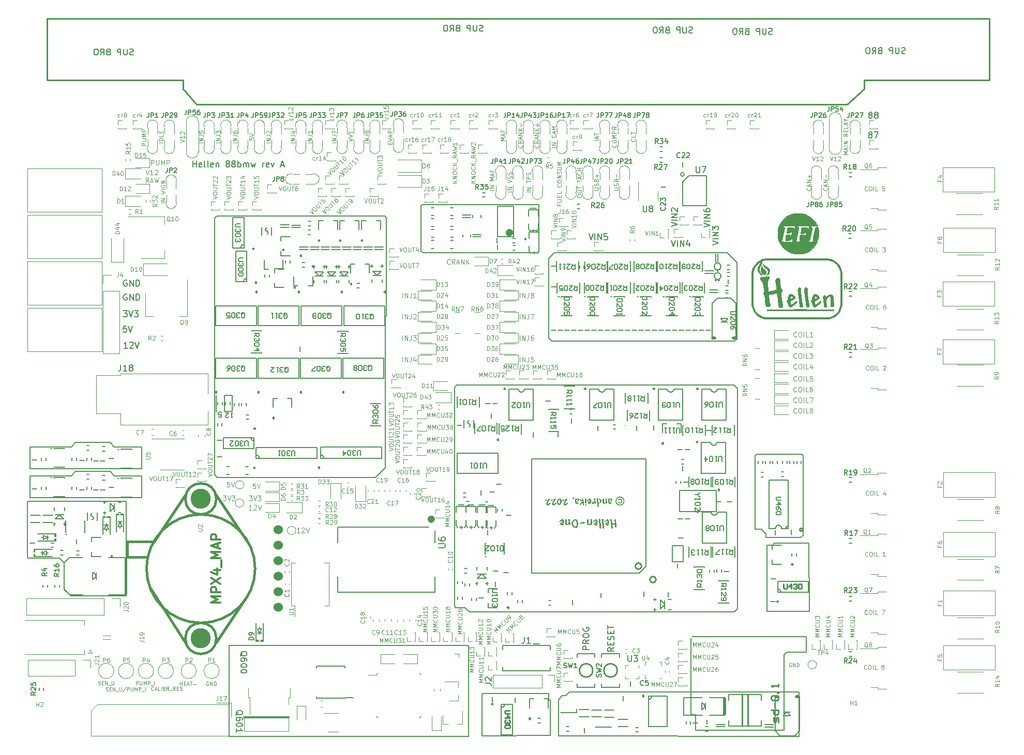
<source format=gto>
G75*
G70*
%OFA0B0*%
%FSLAX25Y25*%
%IPPOS*%
%LPD*%
%AMOC8*
5,1,8,0,0,1.08239X$1,22.5*
%
%ADD10C,0.00787*%
%ADD105C,0.01575*%
%ADD106C,0.01181*%
%ADD107C,0.00984*%
%ADD113C,0.00591*%
%ADD114C,0.00472*%
%ADD115C,0.00394*%
%ADD116C,0.00500*%
%ADD117C,0.00669*%
%ADD118C,0.01200*%
%ADD119C,0.00390*%
%ADD120C,0.00800*%
%ADD121C,0.02425*%
%ADD122C,0.01000*%
%ADD123C,0.00010*%
%ADD124C,0.01500*%
%ADD125C,0.00000*%
%ADD13C,0.06000*%
%ADD158C,0.01968*%
%ADD244C,0.00689*%
%ADD328C,0.00650*%
%ADD40C,0.02362*%
%ADD70C,0.13000*%
X0000000Y0000000D02*
%LPD*%
G01*
D113*
X0063459Y0275685D02*
X0065896Y0275685D01*
X0065896Y0275685D02*
X0064584Y0274185D01*
X0064584Y0274185D02*
X0065146Y0274185D01*
X0065146Y0274185D02*
X0065521Y0273997D01*
X0065521Y0273997D02*
X0065708Y0273810D01*
X0065708Y0273810D02*
X0065896Y0273435D01*
X0065896Y0273435D02*
X0065896Y0272498D01*
X0065896Y0272498D02*
X0065708Y0272123D01*
X0065708Y0272123D02*
X0065521Y0271935D01*
X0065521Y0271935D02*
X0065146Y0271748D01*
X0065146Y0271748D02*
X0064021Y0271748D01*
X0064021Y0271748D02*
X0063646Y0271935D01*
X0063646Y0271935D02*
X0063459Y0272123D01*
X0067021Y0275685D02*
X0068333Y0271748D01*
X0068333Y0271748D02*
X0069645Y0275685D01*
X0070583Y0275685D02*
X0073020Y0275685D01*
X0073020Y0275685D02*
X0071708Y0274185D01*
X0071708Y0274185D02*
X0072270Y0274185D01*
X0072270Y0274185D02*
X0072645Y0273997D01*
X0072645Y0273997D02*
X0072833Y0273810D01*
X0072833Y0273810D02*
X0073020Y0273435D01*
X0073020Y0273435D02*
X0073020Y0272498D01*
X0073020Y0272498D02*
X0072833Y0272123D01*
X0072833Y0272123D02*
X0072645Y0271935D01*
X0072645Y0271935D02*
X0072270Y0271748D01*
X0072270Y0271748D02*
X0071145Y0271748D01*
X0071145Y0271748D02*
X0070770Y0271935D01*
X0070770Y0271935D02*
X0070583Y0272123D01*
X0065521Y0265842D02*
X0063646Y0265842D01*
X0063646Y0265842D02*
X0063459Y0263967D01*
X0063459Y0263967D02*
X0063646Y0264155D01*
X0063646Y0264155D02*
X0064021Y0264342D01*
X0064021Y0264342D02*
X0064959Y0264342D01*
X0064959Y0264342D02*
X0065334Y0264155D01*
X0065334Y0264155D02*
X0065521Y0263967D01*
X0065521Y0263967D02*
X0065708Y0263593D01*
X0065708Y0263593D02*
X0065708Y0262655D01*
X0065708Y0262655D02*
X0065521Y0262280D01*
X0065521Y0262280D02*
X0065334Y0262093D01*
X0065334Y0262093D02*
X0064959Y0261905D01*
X0064959Y0261905D02*
X0064021Y0261905D01*
X0064021Y0261905D02*
X0063646Y0262093D01*
X0063646Y0262093D02*
X0063459Y0262280D01*
X0066833Y0265842D02*
X0068146Y0261905D01*
X0068146Y0261905D02*
X0069458Y0265842D01*
X0066290Y0251630D02*
X0064040Y0251630D01*
X0065165Y0251630D02*
X0065165Y0255567D01*
X0065165Y0255567D02*
X0064790Y0255004D01*
X0064790Y0255004D02*
X0064415Y0254629D01*
X0064415Y0254629D02*
X0064040Y0254442D01*
X0067789Y0255192D02*
X0067977Y0255379D01*
X0067977Y0255379D02*
X0068352Y0255567D01*
X0068352Y0255567D02*
X0069289Y0255567D01*
X0069289Y0255567D02*
X0069664Y0255379D01*
X0069664Y0255379D02*
X0069852Y0255192D01*
X0069852Y0255192D02*
X0070039Y0254817D01*
X0070039Y0254817D02*
X0070039Y0254442D01*
X0070039Y0254442D02*
X0069852Y0253879D01*
X0069852Y0253879D02*
X0067602Y0251630D01*
X0067602Y0251630D02*
X0070039Y0251630D01*
X0071164Y0255567D02*
X0072476Y0251630D01*
X0072476Y0251630D02*
X0073789Y0255567D01*
X0065755Y0295379D02*
X0065380Y0295567D01*
X0065380Y0295567D02*
X0064818Y0295567D01*
X0064818Y0295567D02*
X0064256Y0295379D01*
X0064256Y0295379D02*
X0063881Y0295004D01*
X0063881Y0295004D02*
X0063693Y0294629D01*
X0063693Y0294629D02*
X0063506Y0293879D01*
X0063506Y0293879D02*
X0063506Y0293317D01*
X0063506Y0293317D02*
X0063693Y0292567D01*
X0063693Y0292567D02*
X0063881Y0292192D01*
X0063881Y0292192D02*
X0064256Y0291817D01*
X0064256Y0291817D02*
X0064818Y0291630D01*
X0064818Y0291630D02*
X0065193Y0291630D01*
X0065193Y0291630D02*
X0065755Y0291817D01*
X0065755Y0291817D02*
X0065943Y0292005D01*
X0065943Y0292005D02*
X0065943Y0293317D01*
X0065943Y0293317D02*
X0065193Y0293317D01*
X0067630Y0291630D02*
X0067630Y0295567D01*
X0067630Y0295567D02*
X0069880Y0291630D01*
X0069880Y0291630D02*
X0069880Y0295567D01*
X0071755Y0291630D02*
X0071755Y0295567D01*
X0071755Y0295567D02*
X0072692Y0295567D01*
X0072692Y0295567D02*
X0073254Y0295379D01*
X0073254Y0295379D02*
X0073629Y0295004D01*
X0073629Y0295004D02*
X0073817Y0294629D01*
X0073817Y0294629D02*
X0074004Y0293879D01*
X0074004Y0293879D02*
X0074004Y0293317D01*
X0074004Y0293317D02*
X0073817Y0292567D01*
X0073817Y0292567D02*
X0073629Y0292192D01*
X0073629Y0292192D02*
X0073254Y0291817D01*
X0073254Y0291817D02*
X0072692Y0291630D01*
X0072692Y0291630D02*
X0071755Y0291630D01*
X0544704Y0402123D02*
X0544329Y0402311D01*
X0544329Y0402311D02*
X0544142Y0402498D01*
X0544142Y0402498D02*
X0543954Y0402873D01*
X0543954Y0402873D02*
X0543954Y0403061D01*
X0543954Y0403061D02*
X0544142Y0403436D01*
X0544142Y0403436D02*
X0544329Y0403623D01*
X0544329Y0403623D02*
X0544704Y0403811D01*
X0544704Y0403811D02*
X0545454Y0403811D01*
X0545454Y0403811D02*
X0545829Y0403623D01*
X0545829Y0403623D02*
X0546016Y0403436D01*
X0546016Y0403436D02*
X0546204Y0403061D01*
X0546204Y0403061D02*
X0546204Y0402873D01*
X0546204Y0402873D02*
X0546016Y0402498D01*
X0546016Y0402498D02*
X0545829Y0402311D01*
X0545829Y0402311D02*
X0545454Y0402123D01*
X0545454Y0402123D02*
X0544704Y0402123D01*
X0544704Y0402123D02*
X0544329Y0401936D01*
X0544329Y0401936D02*
X0544142Y0401748D01*
X0544142Y0401748D02*
X0543954Y0401374D01*
X0543954Y0401374D02*
X0543954Y0400624D01*
X0543954Y0400624D02*
X0544142Y0400249D01*
X0544142Y0400249D02*
X0544329Y0400061D01*
X0544329Y0400061D02*
X0544704Y0399874D01*
X0544704Y0399874D02*
X0545454Y0399874D01*
X0545454Y0399874D02*
X0545829Y0400061D01*
X0545829Y0400061D02*
X0546016Y0400249D01*
X0546016Y0400249D02*
X0546204Y0400624D01*
X0546204Y0400624D02*
X0546204Y0401374D01*
X0546204Y0401374D02*
X0546016Y0401748D01*
X0546016Y0401748D02*
X0545829Y0401936D01*
X0545829Y0401936D02*
X0545454Y0402123D01*
X0548454Y0402123D02*
X0548079Y0402311D01*
X0548079Y0402311D02*
X0547891Y0402498D01*
X0547891Y0402498D02*
X0547704Y0402873D01*
X0547704Y0402873D02*
X0547704Y0403061D01*
X0547704Y0403061D02*
X0547891Y0403436D01*
X0547891Y0403436D02*
X0548079Y0403623D01*
X0548079Y0403623D02*
X0548454Y0403811D01*
X0548454Y0403811D02*
X0549203Y0403811D01*
X0549203Y0403811D02*
X0549578Y0403623D01*
X0549578Y0403623D02*
X0549766Y0403436D01*
X0549766Y0403436D02*
X0549953Y0403061D01*
X0549953Y0403061D02*
X0549953Y0402873D01*
X0549953Y0402873D02*
X0549766Y0402498D01*
X0549766Y0402498D02*
X0549578Y0402311D01*
X0549578Y0402311D02*
X0549203Y0402123D01*
X0549203Y0402123D02*
X0548454Y0402123D01*
X0548454Y0402123D02*
X0548079Y0401936D01*
X0548079Y0401936D02*
X0547891Y0401748D01*
X0547891Y0401748D02*
X0547704Y0401374D01*
X0547704Y0401374D02*
X0547704Y0400624D01*
X0547704Y0400624D02*
X0547891Y0400249D01*
X0547891Y0400249D02*
X0548079Y0400061D01*
X0548079Y0400061D02*
X0548454Y0399874D01*
X0548454Y0399874D02*
X0549203Y0399874D01*
X0549203Y0399874D02*
X0549578Y0400061D01*
X0549578Y0400061D02*
X0549766Y0400249D01*
X0549766Y0400249D02*
X0549953Y0400624D01*
X0549953Y0400624D02*
X0549953Y0401374D01*
X0549953Y0401374D02*
X0549766Y0401748D01*
X0549766Y0401748D02*
X0549578Y0401936D01*
X0549578Y0401936D02*
X0549203Y0402123D01*
D114*
X0319179Y0242752D02*
X0319179Y0245901D01*
X0320679Y0242752D02*
X0320679Y0245901D01*
X0320679Y0245901D02*
X0322479Y0242752D01*
X0322479Y0242752D02*
X0322479Y0245901D01*
X0324878Y0245901D02*
X0324878Y0243651D01*
X0324878Y0243651D02*
X0324728Y0243201D01*
X0324728Y0243201D02*
X0324428Y0242902D01*
X0324428Y0242902D02*
X0323979Y0242752D01*
X0323979Y0242752D02*
X0323679Y0242752D01*
X0327878Y0245901D02*
X0326378Y0245901D01*
X0326378Y0245901D02*
X0326228Y0244401D01*
X0326228Y0244401D02*
X0326378Y0244551D01*
X0326378Y0244551D02*
X0326678Y0244701D01*
X0326678Y0244701D02*
X0327428Y0244701D01*
X0327428Y0244701D02*
X0327728Y0244551D01*
X0327728Y0244551D02*
X0327878Y0244401D01*
X0327878Y0244401D02*
X0328028Y0244101D01*
X0328028Y0244101D02*
X0328028Y0243351D01*
X0328028Y0243351D02*
X0327878Y0243052D01*
X0327878Y0243052D02*
X0327728Y0242902D01*
X0327728Y0242902D02*
X0327428Y0242752D01*
X0327428Y0242752D02*
X0326678Y0242752D01*
X0326678Y0242752D02*
X0326378Y0242902D01*
X0326378Y0242902D02*
X0326228Y0243052D01*
X0148716Y0164208D02*
X0147216Y0164208D01*
X0147216Y0164208D02*
X0147066Y0162708D01*
X0147066Y0162708D02*
X0147216Y0162858D01*
X0147216Y0162858D02*
X0147516Y0163008D01*
X0147516Y0163008D02*
X0148266Y0163008D01*
X0148266Y0163008D02*
X0148566Y0162858D01*
X0148566Y0162858D02*
X0148716Y0162708D01*
X0148716Y0162708D02*
X0148866Y0162408D01*
X0148866Y0162408D02*
X0148866Y0161659D01*
X0148866Y0161659D02*
X0148716Y0161359D01*
X0148716Y0161359D02*
X0148566Y0161209D01*
X0148566Y0161209D02*
X0148266Y0161059D01*
X0148266Y0161059D02*
X0147516Y0161059D01*
X0147516Y0161059D02*
X0147216Y0161209D01*
X0147216Y0161209D02*
X0147066Y0161359D01*
X0149766Y0164208D02*
X0150816Y0161059D01*
X0150816Y0161059D02*
X0151866Y0164208D01*
D115*
X0367106Y0353567D02*
X0369337Y0353567D01*
X0369337Y0353567D02*
X0369599Y0353698D01*
X0369599Y0353698D02*
X0369731Y0353830D01*
X0369731Y0353830D02*
X0369862Y0354092D01*
X0369862Y0354092D02*
X0369862Y0354617D01*
X0369862Y0354617D02*
X0369731Y0354880D01*
X0369731Y0354880D02*
X0369599Y0355011D01*
X0369599Y0355011D02*
X0369337Y0355142D01*
X0369337Y0355142D02*
X0367106Y0355142D01*
X0369731Y0356323D02*
X0369862Y0356717D01*
X0369862Y0356717D02*
X0369862Y0357373D01*
X0369862Y0357373D02*
X0369731Y0357635D01*
X0369731Y0357635D02*
X0369599Y0357767D01*
X0369599Y0357767D02*
X0369337Y0357898D01*
X0369337Y0357898D02*
X0369074Y0357898D01*
X0369074Y0357898D02*
X0368812Y0357767D01*
X0368812Y0357767D02*
X0368681Y0357635D01*
X0368681Y0357635D02*
X0368549Y0357373D01*
X0368549Y0357373D02*
X0368418Y0356848D01*
X0368418Y0356848D02*
X0368287Y0356586D01*
X0368287Y0356586D02*
X0368156Y0356454D01*
X0368156Y0356454D02*
X0367893Y0356323D01*
X0367893Y0356323D02*
X0367631Y0356323D01*
X0367631Y0356323D02*
X0367368Y0356454D01*
X0367368Y0356454D02*
X0367237Y0356586D01*
X0367237Y0356586D02*
X0367106Y0356848D01*
X0367106Y0356848D02*
X0367106Y0357504D01*
X0367106Y0357504D02*
X0367237Y0357898D01*
X0368418Y0359998D02*
X0368549Y0360391D01*
X0368549Y0360391D02*
X0368681Y0360523D01*
X0368681Y0360523D02*
X0368943Y0360654D01*
X0368943Y0360654D02*
X0369337Y0360654D01*
X0369337Y0360654D02*
X0369599Y0360523D01*
X0369599Y0360523D02*
X0369731Y0360391D01*
X0369731Y0360391D02*
X0369862Y0360129D01*
X0369862Y0360129D02*
X0369862Y0359079D01*
X0369862Y0359079D02*
X0367106Y0359079D01*
X0367106Y0359079D02*
X0367106Y0359998D01*
X0367106Y0359998D02*
X0367237Y0360260D01*
X0367237Y0360260D02*
X0367368Y0360391D01*
X0367368Y0360391D02*
X0367631Y0360523D01*
X0367631Y0360523D02*
X0367893Y0360523D01*
X0367893Y0360523D02*
X0368156Y0360391D01*
X0368156Y0360391D02*
X0368287Y0360260D01*
X0368287Y0360260D02*
X0368418Y0359998D01*
X0368418Y0359998D02*
X0368418Y0359079D01*
X0368812Y0361835D02*
X0368812Y0363935D01*
X0369862Y0362885D02*
X0367762Y0362885D01*
X0393221Y0386572D02*
X0393353Y0386441D01*
X0393353Y0386441D02*
X0393484Y0386048D01*
X0393484Y0386048D02*
X0393484Y0385785D01*
X0393484Y0385785D02*
X0393353Y0385391D01*
X0393353Y0385391D02*
X0393090Y0385129D01*
X0393090Y0385129D02*
X0392828Y0384998D01*
X0392828Y0384998D02*
X0392303Y0384866D01*
X0392303Y0384866D02*
X0391909Y0384866D01*
X0391909Y0384866D02*
X0391384Y0384998D01*
X0391384Y0384998D02*
X0391122Y0385129D01*
X0391122Y0385129D02*
X0390859Y0385391D01*
X0390859Y0385391D02*
X0390728Y0385785D01*
X0390728Y0385785D02*
X0390728Y0386048D01*
X0390728Y0386048D02*
X0390859Y0386441D01*
X0390859Y0386441D02*
X0390990Y0386572D01*
X0393484Y0389066D02*
X0393484Y0387754D01*
X0393484Y0387754D02*
X0390728Y0387754D01*
X0390728Y0389591D02*
X0390728Y0391166D01*
X0393484Y0390378D02*
X0390728Y0390378D01*
X0507584Y0375213D02*
X0508502Y0372457D01*
X0508502Y0372457D02*
X0509421Y0375213D01*
X0511783Y0372457D02*
X0510208Y0372457D01*
X0510996Y0372457D02*
X0510996Y0375213D01*
X0510996Y0375213D02*
X0510733Y0374819D01*
X0510733Y0374819D02*
X0510471Y0374557D01*
X0510471Y0374557D02*
X0510208Y0374426D01*
X0512833Y0374951D02*
X0512964Y0375082D01*
X0512964Y0375082D02*
X0513227Y0375213D01*
X0513227Y0375213D02*
X0513883Y0375213D01*
X0513883Y0375213D02*
X0514145Y0375082D01*
X0514145Y0375082D02*
X0514277Y0374951D01*
X0514277Y0374951D02*
X0514408Y0374688D01*
X0514408Y0374688D02*
X0514408Y0374426D01*
X0514408Y0374426D02*
X0514277Y0374032D01*
X0514277Y0374032D02*
X0512702Y0372457D01*
X0512702Y0372457D02*
X0514408Y0372457D01*
D113*
X0069929Y0440849D02*
X0069367Y0440661D01*
X0069367Y0440661D02*
X0068430Y0440661D01*
X0068430Y0440661D02*
X0068055Y0440849D01*
X0068055Y0440849D02*
X0067867Y0441036D01*
X0067867Y0441036D02*
X0067680Y0441411D01*
X0067680Y0441411D02*
X0067680Y0441786D01*
X0067680Y0441786D02*
X0067867Y0442161D01*
X0067867Y0442161D02*
X0068055Y0442348D01*
X0068055Y0442348D02*
X0068430Y0442536D01*
X0068430Y0442536D02*
X0069180Y0442723D01*
X0069180Y0442723D02*
X0069555Y0442911D01*
X0069555Y0442911D02*
X0069742Y0443098D01*
X0069742Y0443098D02*
X0069929Y0443473D01*
X0069929Y0443473D02*
X0069929Y0443848D01*
X0069929Y0443848D02*
X0069742Y0444223D01*
X0069742Y0444223D02*
X0069555Y0444411D01*
X0069555Y0444411D02*
X0069180Y0444598D01*
X0069180Y0444598D02*
X0068242Y0444598D01*
X0068242Y0444598D02*
X0067680Y0444411D01*
X0065992Y0444598D02*
X0065992Y0441411D01*
X0065992Y0441411D02*
X0065805Y0441036D01*
X0065805Y0441036D02*
X0065618Y0440849D01*
X0065618Y0440849D02*
X0065243Y0440661D01*
X0065243Y0440661D02*
X0064493Y0440661D01*
X0064493Y0440661D02*
X0064118Y0440849D01*
X0064118Y0440849D02*
X0063930Y0441036D01*
X0063930Y0441036D02*
X0063743Y0441411D01*
X0063743Y0441411D02*
X0063743Y0444598D01*
X0061868Y0440661D02*
X0061868Y0444598D01*
X0061868Y0444598D02*
X0060368Y0444598D01*
X0060368Y0444598D02*
X0059993Y0444411D01*
X0059993Y0444411D02*
X0059806Y0444223D01*
X0059806Y0444223D02*
X0059618Y0443848D01*
X0059618Y0443848D02*
X0059618Y0443286D01*
X0059618Y0443286D02*
X0059806Y0442911D01*
X0059806Y0442911D02*
X0059993Y0442723D01*
X0059993Y0442723D02*
X0060368Y0442536D01*
X0060368Y0442536D02*
X0061868Y0442536D01*
X0053619Y0442723D02*
X0053057Y0442536D01*
X0053057Y0442536D02*
X0052869Y0442348D01*
X0052869Y0442348D02*
X0052682Y0441973D01*
X0052682Y0441973D02*
X0052682Y0441411D01*
X0052682Y0441411D02*
X0052869Y0441036D01*
X0052869Y0441036D02*
X0053057Y0440849D01*
X0053057Y0440849D02*
X0053432Y0440661D01*
X0053432Y0440661D02*
X0054931Y0440661D01*
X0054931Y0440661D02*
X0054931Y0444598D01*
X0054931Y0444598D02*
X0053619Y0444598D01*
X0053619Y0444598D02*
X0053244Y0444411D01*
X0053244Y0444411D02*
X0053057Y0444223D01*
X0053057Y0444223D02*
X0052869Y0443848D01*
X0052869Y0443848D02*
X0052869Y0443473D01*
X0052869Y0443473D02*
X0053057Y0443098D01*
X0053057Y0443098D02*
X0053244Y0442911D01*
X0053244Y0442911D02*
X0053619Y0442723D01*
X0053619Y0442723D02*
X0054931Y0442723D01*
X0048745Y0440661D02*
X0050057Y0442536D01*
X0050994Y0440661D02*
X0050994Y0444598D01*
X0050994Y0444598D02*
X0049495Y0444598D01*
X0049495Y0444598D02*
X0049120Y0444411D01*
X0049120Y0444411D02*
X0048932Y0444223D01*
X0048932Y0444223D02*
X0048745Y0443848D01*
X0048745Y0443848D02*
X0048745Y0443286D01*
X0048745Y0443286D02*
X0048932Y0442911D01*
X0048932Y0442911D02*
X0049120Y0442723D01*
X0049120Y0442723D02*
X0049495Y0442536D01*
X0049495Y0442536D02*
X0050994Y0442536D01*
X0046307Y0444598D02*
X0045558Y0444598D01*
X0045558Y0444598D02*
X0045183Y0444411D01*
X0045183Y0444411D02*
X0044808Y0444036D01*
X0044808Y0444036D02*
X0044620Y0443286D01*
X0044620Y0443286D02*
X0044620Y0441973D01*
X0044620Y0441973D02*
X0044808Y0441224D01*
X0044808Y0441224D02*
X0045183Y0440849D01*
X0045183Y0440849D02*
X0045558Y0440661D01*
X0045558Y0440661D02*
X0046307Y0440661D01*
X0046307Y0440661D02*
X0046682Y0440849D01*
X0046682Y0440849D02*
X0047057Y0441224D01*
X0047057Y0441224D02*
X0047245Y0441973D01*
X0047245Y0441973D02*
X0047245Y0443286D01*
X0047245Y0443286D02*
X0047057Y0444036D01*
X0047057Y0444036D02*
X0046682Y0444411D01*
X0046682Y0444411D02*
X0046307Y0444598D01*
D115*
X0136791Y0384079D02*
X0134035Y0384079D01*
X0136791Y0385391D02*
X0134035Y0385391D01*
X0134035Y0385391D02*
X0136791Y0386966D01*
X0136791Y0386966D02*
X0134035Y0386966D01*
X0134035Y0389066D02*
X0136003Y0389066D01*
X0136003Y0389066D02*
X0136397Y0388935D01*
X0136397Y0388935D02*
X0136660Y0388672D01*
X0136660Y0388672D02*
X0136791Y0388279D01*
X0136791Y0388279D02*
X0136791Y0388016D01*
X0134035Y0391559D02*
X0134035Y0391034D01*
X0134035Y0391034D02*
X0134166Y0390772D01*
X0134166Y0390772D02*
X0134297Y0390641D01*
X0134297Y0390641D02*
X0134691Y0390378D01*
X0134691Y0390378D02*
X0135216Y0390247D01*
X0135216Y0390247D02*
X0136266Y0390247D01*
X0136266Y0390247D02*
X0136528Y0390378D01*
X0136528Y0390378D02*
X0136660Y0390509D01*
X0136660Y0390509D02*
X0136791Y0390772D01*
X0136791Y0390772D02*
X0136791Y0391297D01*
X0136791Y0391297D02*
X0136660Y0391559D01*
X0136660Y0391559D02*
X0136528Y0391691D01*
X0136528Y0391691D02*
X0136266Y0391822D01*
X0136266Y0391822D02*
X0135610Y0391822D01*
X0135610Y0391822D02*
X0135347Y0391691D01*
X0135347Y0391691D02*
X0135216Y0391559D01*
X0135216Y0391559D02*
X0135085Y0391297D01*
X0135085Y0391297D02*
X0135085Y0390772D01*
X0135085Y0390772D02*
X0135216Y0390509D01*
X0135216Y0390509D02*
X0135347Y0390378D01*
X0135347Y0390378D02*
X0135610Y0390247D01*
D114*
X0177287Y0132515D02*
X0175488Y0132515D01*
X0176388Y0132515D02*
X0176388Y0135665D01*
X0176388Y0135665D02*
X0176088Y0135215D01*
X0176088Y0135215D02*
X0175788Y0134915D01*
X0175788Y0134915D02*
X0175488Y0134765D01*
X0178487Y0135365D02*
X0178637Y0135515D01*
X0178637Y0135515D02*
X0178937Y0135665D01*
X0178937Y0135665D02*
X0179687Y0135665D01*
X0179687Y0135665D02*
X0179987Y0135515D01*
X0179987Y0135515D02*
X0180137Y0135365D01*
X0180137Y0135365D02*
X0180287Y0135065D01*
X0180287Y0135065D02*
X0180287Y0134765D01*
X0180287Y0134765D02*
X0180137Y0134315D01*
X0180137Y0134315D02*
X0178337Y0132515D01*
X0178337Y0132515D02*
X0180287Y0132515D01*
X0181187Y0135665D02*
X0182237Y0132515D01*
X0182237Y0132515D02*
X0183287Y0135665D01*
D115*
X0302539Y0353502D02*
X0299783Y0353502D01*
X0302539Y0354814D02*
X0299783Y0354814D01*
X0299783Y0354814D02*
X0302539Y0356389D01*
X0302539Y0356389D02*
X0299783Y0356389D01*
X0302539Y0359801D02*
X0299783Y0359801D01*
X0299783Y0359801D02*
X0301752Y0360719D01*
X0301752Y0360719D02*
X0299783Y0361638D01*
X0299783Y0361638D02*
X0302539Y0361638D01*
X0301752Y0362819D02*
X0301752Y0364132D01*
X0302539Y0362557D02*
X0299783Y0363475D01*
X0299783Y0363475D02*
X0302539Y0364394D01*
X0301095Y0366231D02*
X0301095Y0365313D01*
X0302539Y0365313D02*
X0299783Y0365313D01*
X0299783Y0365313D02*
X0299783Y0366625D01*
D114*
X0497479Y0259193D02*
X0497329Y0259043D01*
X0497329Y0259043D02*
X0496879Y0258893D01*
X0496879Y0258893D02*
X0496579Y0258893D01*
X0496579Y0258893D02*
X0496129Y0259043D01*
X0496129Y0259043D02*
X0495829Y0259343D01*
X0495829Y0259343D02*
X0495679Y0259643D01*
X0495679Y0259643D02*
X0495529Y0260243D01*
X0495529Y0260243D02*
X0495529Y0260693D01*
X0495529Y0260693D02*
X0495679Y0261293D01*
X0495679Y0261293D02*
X0495829Y0261593D01*
X0495829Y0261593D02*
X0496129Y0261893D01*
X0496129Y0261893D02*
X0496579Y0262043D01*
X0496579Y0262043D02*
X0496879Y0262043D01*
X0496879Y0262043D02*
X0497329Y0261893D01*
X0497329Y0261893D02*
X0497479Y0261743D01*
X0499428Y0262043D02*
X0500028Y0262043D01*
X0500028Y0262043D02*
X0500328Y0261893D01*
X0500328Y0261893D02*
X0500628Y0261593D01*
X0500628Y0261593D02*
X0500778Y0260993D01*
X0500778Y0260993D02*
X0500778Y0259943D01*
X0500778Y0259943D02*
X0500628Y0259343D01*
X0500628Y0259343D02*
X0500328Y0259043D01*
X0500328Y0259043D02*
X0500028Y0258893D01*
X0500028Y0258893D02*
X0499428Y0258893D01*
X0499428Y0258893D02*
X0499128Y0259043D01*
X0499128Y0259043D02*
X0498829Y0259343D01*
X0498829Y0259343D02*
X0498679Y0259943D01*
X0498679Y0259943D02*
X0498679Y0260993D01*
X0498679Y0260993D02*
X0498829Y0261593D01*
X0498829Y0261593D02*
X0499128Y0261893D01*
X0499128Y0261893D02*
X0499428Y0262043D01*
X0502128Y0258893D02*
X0502128Y0262043D01*
X0505128Y0258893D02*
X0503628Y0258893D01*
X0503628Y0258893D02*
X0503628Y0262043D01*
X0507827Y0258893D02*
X0506028Y0258893D01*
X0506928Y0258893D02*
X0506928Y0262043D01*
X0506928Y0262043D02*
X0506628Y0261593D01*
X0506628Y0261593D02*
X0506328Y0261293D01*
X0506328Y0261293D02*
X0506028Y0261143D01*
D115*
X0493973Y0048511D02*
X0493748Y0048624D01*
X0493748Y0048624D02*
X0493410Y0048624D01*
X0493410Y0048624D02*
X0493073Y0048511D01*
X0493073Y0048511D02*
X0492848Y0048286D01*
X0492848Y0048286D02*
X0492736Y0048061D01*
X0492736Y0048061D02*
X0492623Y0047611D01*
X0492623Y0047611D02*
X0492623Y0047274D01*
X0492623Y0047274D02*
X0492736Y0046824D01*
X0492736Y0046824D02*
X0492848Y0046599D01*
X0492848Y0046599D02*
X0493073Y0046374D01*
X0493073Y0046374D02*
X0493410Y0046261D01*
X0493410Y0046261D02*
X0493635Y0046261D01*
X0493635Y0046261D02*
X0493973Y0046374D01*
X0493973Y0046374D02*
X0494085Y0046486D01*
X0494085Y0046486D02*
X0494085Y0047274D01*
X0494085Y0047274D02*
X0493635Y0047274D01*
X0495098Y0046261D02*
X0495098Y0048624D01*
X0495098Y0048624D02*
X0496448Y0046261D01*
X0496448Y0046261D02*
X0496448Y0048624D01*
X0497572Y0046261D02*
X0497572Y0048624D01*
X0497572Y0048624D02*
X0498135Y0048624D01*
X0498135Y0048624D02*
X0498472Y0048511D01*
X0498472Y0048511D02*
X0498697Y0048286D01*
X0498697Y0048286D02*
X0498810Y0048061D01*
X0498810Y0048061D02*
X0498922Y0047611D01*
X0498922Y0047611D02*
X0498922Y0047274D01*
X0498922Y0047274D02*
X0498810Y0046824D01*
X0498810Y0046824D02*
X0498697Y0046599D01*
X0498697Y0046599D02*
X0498472Y0046374D01*
X0498472Y0046374D02*
X0498135Y0046261D01*
X0498135Y0046261D02*
X0497572Y0046261D01*
D114*
X0243392Y0256531D02*
X0243392Y0259681D01*
X0244892Y0256531D02*
X0244892Y0259681D01*
X0244892Y0259681D02*
X0246691Y0256531D01*
X0246691Y0256531D02*
X0246691Y0259681D01*
X0249091Y0259681D02*
X0249091Y0257431D01*
X0249091Y0257431D02*
X0248941Y0256981D01*
X0248941Y0256981D02*
X0248641Y0256681D01*
X0248641Y0256681D02*
X0248191Y0256531D01*
X0248191Y0256531D02*
X0247891Y0256531D01*
X0250291Y0259681D02*
X0252241Y0259681D01*
X0252241Y0259681D02*
X0251191Y0258481D01*
X0251191Y0258481D02*
X0251641Y0258481D01*
X0251641Y0258481D02*
X0251941Y0258331D01*
X0251941Y0258331D02*
X0252091Y0258181D01*
X0252091Y0258181D02*
X0252241Y0257881D01*
X0252241Y0257881D02*
X0252241Y0257131D01*
X0252241Y0257131D02*
X0252091Y0256831D01*
X0252091Y0256831D02*
X0251941Y0256681D01*
X0251941Y0256681D02*
X0251641Y0256531D01*
X0251641Y0256531D02*
X0250741Y0256531D01*
X0250741Y0256531D02*
X0250441Y0256681D01*
X0250441Y0256681D02*
X0250291Y0256831D01*
D115*
X0543804Y0237680D02*
X0543673Y0237549D01*
X0543673Y0237549D02*
X0543279Y0237418D01*
X0543279Y0237418D02*
X0543017Y0237418D01*
X0543017Y0237418D02*
X0542623Y0237549D01*
X0542623Y0237549D02*
X0542361Y0237811D01*
X0542361Y0237811D02*
X0542229Y0238074D01*
X0542229Y0238074D02*
X0542098Y0238599D01*
X0542098Y0238599D02*
X0542098Y0238993D01*
X0542098Y0238993D02*
X0542229Y0239518D01*
X0542229Y0239518D02*
X0542361Y0239780D01*
X0542361Y0239780D02*
X0542623Y0240042D01*
X0542623Y0240042D02*
X0543017Y0240174D01*
X0543017Y0240174D02*
X0543279Y0240174D01*
X0543279Y0240174D02*
X0543673Y0240042D01*
X0543673Y0240042D02*
X0543804Y0239911D01*
X0545510Y0240174D02*
X0546035Y0240174D01*
X0546035Y0240174D02*
X0546298Y0240042D01*
X0546298Y0240042D02*
X0546560Y0239780D01*
X0546560Y0239780D02*
X0546691Y0239255D01*
X0546691Y0239255D02*
X0546691Y0238336D01*
X0546691Y0238336D02*
X0546560Y0237811D01*
X0546560Y0237811D02*
X0546298Y0237549D01*
X0546298Y0237549D02*
X0546035Y0237418D01*
X0546035Y0237418D02*
X0545510Y0237418D01*
X0545510Y0237418D02*
X0545248Y0237549D01*
X0545248Y0237549D02*
X0544985Y0237811D01*
X0544985Y0237811D02*
X0544854Y0238336D01*
X0544854Y0238336D02*
X0544854Y0239255D01*
X0544854Y0239255D02*
X0544985Y0239780D01*
X0544985Y0239780D02*
X0545248Y0240042D01*
X0545248Y0240042D02*
X0545510Y0240174D01*
X0547872Y0237418D02*
X0547872Y0240174D01*
X0550497Y0237418D02*
X0549185Y0237418D01*
X0549185Y0237418D02*
X0549185Y0240174D01*
X0553384Y0239911D02*
X0553515Y0240042D01*
X0553515Y0240042D02*
X0553778Y0240174D01*
X0553778Y0240174D02*
X0554434Y0240174D01*
X0554434Y0240174D02*
X0554697Y0240042D01*
X0554697Y0240042D02*
X0554828Y0239911D01*
X0554828Y0239911D02*
X0554959Y0239649D01*
X0554959Y0239649D02*
X0554959Y0239386D01*
X0554959Y0239386D02*
X0554828Y0238993D01*
X0554828Y0238993D02*
X0553253Y0237418D01*
X0553253Y0237418D02*
X0554959Y0237418D01*
X0543410Y0314058D02*
X0543279Y0313927D01*
X0543279Y0313927D02*
X0542886Y0313796D01*
X0542886Y0313796D02*
X0542623Y0313796D01*
X0542623Y0313796D02*
X0542229Y0313927D01*
X0542229Y0313927D02*
X0541967Y0314189D01*
X0541967Y0314189D02*
X0541836Y0314452D01*
X0541836Y0314452D02*
X0541704Y0314977D01*
X0541704Y0314977D02*
X0541704Y0315371D01*
X0541704Y0315371D02*
X0541836Y0315895D01*
X0541836Y0315895D02*
X0541967Y0316158D01*
X0541967Y0316158D02*
X0542229Y0316420D01*
X0542229Y0316420D02*
X0542623Y0316552D01*
X0542623Y0316552D02*
X0542886Y0316552D01*
X0542886Y0316552D02*
X0543279Y0316420D01*
X0543279Y0316420D02*
X0543410Y0316289D01*
X0545116Y0316552D02*
X0545641Y0316552D01*
X0545641Y0316552D02*
X0545904Y0316420D01*
X0545904Y0316420D02*
X0546166Y0316158D01*
X0546166Y0316158D02*
X0546298Y0315633D01*
X0546298Y0315633D02*
X0546298Y0314714D01*
X0546298Y0314714D02*
X0546166Y0314189D01*
X0546166Y0314189D02*
X0545904Y0313927D01*
X0545904Y0313927D02*
X0545641Y0313796D01*
X0545641Y0313796D02*
X0545116Y0313796D01*
X0545116Y0313796D02*
X0544854Y0313927D01*
X0544854Y0313927D02*
X0544592Y0314189D01*
X0544592Y0314189D02*
X0544460Y0314714D01*
X0544460Y0314714D02*
X0544460Y0315633D01*
X0544460Y0315633D02*
X0544592Y0316158D01*
X0544592Y0316158D02*
X0544854Y0316420D01*
X0544854Y0316420D02*
X0545116Y0316552D01*
X0547479Y0313796D02*
X0547479Y0316552D01*
X0550103Y0313796D02*
X0548791Y0313796D01*
X0548791Y0313796D02*
X0548791Y0316552D01*
X0552859Y0316552D02*
X0554565Y0316552D01*
X0554565Y0316552D02*
X0553647Y0315502D01*
X0553647Y0315502D02*
X0554040Y0315502D01*
X0554040Y0315502D02*
X0554303Y0315371D01*
X0554303Y0315371D02*
X0554434Y0315239D01*
X0554434Y0315239D02*
X0554565Y0314977D01*
X0554565Y0314977D02*
X0554565Y0314321D01*
X0554565Y0314321D02*
X0554434Y0314058D01*
X0554434Y0314058D02*
X0554303Y0313927D01*
X0554303Y0313927D02*
X0554040Y0313796D01*
X0554040Y0313796D02*
X0553253Y0313796D01*
X0553253Y0313796D02*
X0552991Y0313927D01*
X0552991Y0313927D02*
X0552859Y0314058D01*
X0379704Y0353567D02*
X0381935Y0353567D01*
X0381935Y0353567D02*
X0382198Y0353698D01*
X0382198Y0353698D02*
X0382329Y0353830D01*
X0382329Y0353830D02*
X0382460Y0354092D01*
X0382460Y0354092D02*
X0382460Y0354617D01*
X0382460Y0354617D02*
X0382329Y0354880D01*
X0382329Y0354880D02*
X0382198Y0355011D01*
X0382198Y0355011D02*
X0381935Y0355142D01*
X0381935Y0355142D02*
X0379704Y0355142D01*
X0382329Y0356323D02*
X0382460Y0356717D01*
X0382460Y0356717D02*
X0382460Y0357373D01*
X0382460Y0357373D02*
X0382329Y0357635D01*
X0382329Y0357635D02*
X0382198Y0357767D01*
X0382198Y0357767D02*
X0381935Y0357898D01*
X0381935Y0357898D02*
X0381673Y0357898D01*
X0381673Y0357898D02*
X0381410Y0357767D01*
X0381410Y0357767D02*
X0381279Y0357635D01*
X0381279Y0357635D02*
X0381148Y0357373D01*
X0381148Y0357373D02*
X0381017Y0356848D01*
X0381017Y0356848D02*
X0380885Y0356586D01*
X0380885Y0356586D02*
X0380754Y0356454D01*
X0380754Y0356454D02*
X0380492Y0356323D01*
X0380492Y0356323D02*
X0380229Y0356323D01*
X0380229Y0356323D02*
X0379967Y0356454D01*
X0379967Y0356454D02*
X0379836Y0356586D01*
X0379836Y0356586D02*
X0379704Y0356848D01*
X0379704Y0356848D02*
X0379704Y0357504D01*
X0379704Y0357504D02*
X0379836Y0357898D01*
X0381017Y0359998D02*
X0381148Y0360391D01*
X0381148Y0360391D02*
X0381279Y0360523D01*
X0381279Y0360523D02*
X0381542Y0360654D01*
X0381542Y0360654D02*
X0381935Y0360654D01*
X0381935Y0360654D02*
X0382198Y0360523D01*
X0382198Y0360523D02*
X0382329Y0360391D01*
X0382329Y0360391D02*
X0382460Y0360129D01*
X0382460Y0360129D02*
X0382460Y0359079D01*
X0382460Y0359079D02*
X0379704Y0359079D01*
X0379704Y0359079D02*
X0379704Y0359998D01*
X0379704Y0359998D02*
X0379836Y0360260D01*
X0379836Y0360260D02*
X0379967Y0360391D01*
X0379967Y0360391D02*
X0380229Y0360523D01*
X0380229Y0360523D02*
X0380492Y0360523D01*
X0380492Y0360523D02*
X0380754Y0360391D01*
X0380754Y0360391D02*
X0380885Y0360260D01*
X0380885Y0360260D02*
X0381017Y0359998D01*
X0381017Y0359998D02*
X0381017Y0359079D01*
X0381410Y0361835D02*
X0381410Y0363935D01*
D113*
X0567469Y0441636D02*
X0566906Y0441449D01*
X0566906Y0441449D02*
X0565969Y0441449D01*
X0565969Y0441449D02*
X0565594Y0441636D01*
X0565594Y0441636D02*
X0565407Y0441823D01*
X0565407Y0441823D02*
X0565219Y0442198D01*
X0565219Y0442198D02*
X0565219Y0442573D01*
X0565219Y0442573D02*
X0565407Y0442948D01*
X0565407Y0442948D02*
X0565594Y0443136D01*
X0565594Y0443136D02*
X0565969Y0443323D01*
X0565969Y0443323D02*
X0566719Y0443511D01*
X0566719Y0443511D02*
X0567094Y0443698D01*
X0567094Y0443698D02*
X0567281Y0443886D01*
X0567281Y0443886D02*
X0567469Y0444261D01*
X0567469Y0444261D02*
X0567469Y0444636D01*
X0567469Y0444636D02*
X0567281Y0445011D01*
X0567281Y0445011D02*
X0567094Y0445198D01*
X0567094Y0445198D02*
X0566719Y0445386D01*
X0566719Y0445386D02*
X0565782Y0445386D01*
X0565782Y0445386D02*
X0565219Y0445198D01*
X0563532Y0445386D02*
X0563532Y0442198D01*
X0563532Y0442198D02*
X0563344Y0441823D01*
X0563344Y0441823D02*
X0563157Y0441636D01*
X0563157Y0441636D02*
X0562782Y0441449D01*
X0562782Y0441449D02*
X0562032Y0441449D01*
X0562032Y0441449D02*
X0561657Y0441636D01*
X0561657Y0441636D02*
X0561470Y0441823D01*
X0561470Y0441823D02*
X0561282Y0442198D01*
X0561282Y0442198D02*
X0561282Y0445386D01*
X0559407Y0441449D02*
X0559407Y0445386D01*
X0559407Y0445386D02*
X0557908Y0445386D01*
X0557908Y0445386D02*
X0557533Y0445198D01*
X0557533Y0445198D02*
X0557345Y0445011D01*
X0557345Y0445011D02*
X0557158Y0444636D01*
X0557158Y0444636D02*
X0557158Y0444073D01*
X0557158Y0444073D02*
X0557345Y0443698D01*
X0557345Y0443698D02*
X0557533Y0443511D01*
X0557533Y0443511D02*
X0557908Y0443323D01*
X0557908Y0443323D02*
X0559407Y0443323D01*
X0551158Y0443511D02*
X0550596Y0443323D01*
X0550596Y0443323D02*
X0550409Y0443136D01*
X0550409Y0443136D02*
X0550221Y0442761D01*
X0550221Y0442761D02*
X0550221Y0442198D01*
X0550221Y0442198D02*
X0550409Y0441823D01*
X0550409Y0441823D02*
X0550596Y0441636D01*
X0550596Y0441636D02*
X0550971Y0441449D01*
X0550971Y0441449D02*
X0552471Y0441449D01*
X0552471Y0441449D02*
X0552471Y0445386D01*
X0552471Y0445386D02*
X0551158Y0445386D01*
X0551158Y0445386D02*
X0550783Y0445198D01*
X0550783Y0445198D02*
X0550596Y0445011D01*
X0550596Y0445011D02*
X0550409Y0444636D01*
X0550409Y0444636D02*
X0550409Y0444261D01*
X0550409Y0444261D02*
X0550596Y0443886D01*
X0550596Y0443886D02*
X0550783Y0443698D01*
X0550783Y0443698D02*
X0551158Y0443511D01*
X0551158Y0443511D02*
X0552471Y0443511D01*
X0546284Y0441449D02*
X0547596Y0443323D01*
X0548534Y0441449D02*
X0548534Y0445386D01*
X0548534Y0445386D02*
X0547034Y0445386D01*
X0547034Y0445386D02*
X0546659Y0445198D01*
X0546659Y0445198D02*
X0546471Y0445011D01*
X0546471Y0445011D02*
X0546284Y0444636D01*
X0546284Y0444636D02*
X0546284Y0444073D01*
X0546284Y0444073D02*
X0546471Y0443698D01*
X0546471Y0443698D02*
X0546659Y0443511D01*
X0546659Y0443511D02*
X0547034Y0443323D01*
X0547034Y0443323D02*
X0548534Y0443323D01*
X0543847Y0445386D02*
X0543097Y0445386D01*
X0543097Y0445386D02*
X0542722Y0445198D01*
X0542722Y0445198D02*
X0542347Y0444823D01*
X0542347Y0444823D02*
X0542160Y0444073D01*
X0542160Y0444073D02*
X0542160Y0442761D01*
X0542160Y0442761D02*
X0542347Y0442011D01*
X0542347Y0442011D02*
X0542722Y0441636D01*
X0542722Y0441636D02*
X0543097Y0441449D01*
X0543097Y0441449D02*
X0543847Y0441449D01*
X0543847Y0441449D02*
X0544222Y0441636D01*
X0544222Y0441636D02*
X0544597Y0442011D01*
X0544597Y0442011D02*
X0544784Y0442761D01*
X0544784Y0442761D02*
X0544784Y0444073D01*
X0544784Y0444073D02*
X0544597Y0444823D01*
X0544597Y0444823D02*
X0544222Y0445198D01*
X0544222Y0445198D02*
X0543847Y0445386D01*
D115*
X0519001Y0375213D02*
X0519920Y0372457D01*
X0519920Y0372457D02*
X0520838Y0375213D01*
X0523200Y0372457D02*
X0521626Y0372457D01*
X0522413Y0372457D02*
X0522413Y0375213D01*
X0522413Y0375213D02*
X0522151Y0374819D01*
X0522151Y0374819D02*
X0521888Y0374557D01*
X0521888Y0374557D02*
X0521626Y0374426D01*
X0524250Y0374951D02*
X0524382Y0375082D01*
X0524382Y0375082D02*
X0524644Y0375213D01*
X0524644Y0375213D02*
X0525300Y0375213D01*
X0525300Y0375213D02*
X0525563Y0375082D01*
X0525563Y0375082D02*
X0525694Y0374951D01*
X0525694Y0374951D02*
X0525825Y0374688D01*
X0525825Y0374688D02*
X0525825Y0374426D01*
X0525825Y0374426D02*
X0525694Y0374032D01*
X0525694Y0374032D02*
X0524119Y0372457D01*
X0524119Y0372457D02*
X0525825Y0372457D01*
X0078129Y0382373D02*
X0075374Y0382373D01*
X0075374Y0382373D02*
X0075374Y0383423D01*
X0075374Y0383423D02*
X0075505Y0383685D01*
X0075505Y0383685D02*
X0075636Y0383817D01*
X0075636Y0383817D02*
X0075899Y0383948D01*
X0075899Y0383948D02*
X0076292Y0383948D01*
X0076292Y0383948D02*
X0076555Y0383817D01*
X0076555Y0383817D02*
X0076686Y0383685D01*
X0076686Y0383685D02*
X0076817Y0383423D01*
X0076817Y0383423D02*
X0076817Y0382373D01*
X0075374Y0385129D02*
X0077605Y0385129D01*
X0077605Y0385129D02*
X0077867Y0385260D01*
X0077867Y0385260D02*
X0077998Y0385391D01*
X0077998Y0385391D02*
X0078129Y0385654D01*
X0078129Y0385654D02*
X0078129Y0386179D01*
X0078129Y0386179D02*
X0077998Y0386441D01*
X0077998Y0386441D02*
X0077867Y0386572D01*
X0077867Y0386572D02*
X0077605Y0386704D01*
X0077605Y0386704D02*
X0075374Y0386704D01*
X0078129Y0388016D02*
X0075374Y0388016D01*
X0075374Y0388016D02*
X0077342Y0388935D01*
X0077342Y0388935D02*
X0075374Y0389853D01*
X0075374Y0389853D02*
X0078129Y0389853D01*
X0078129Y0391166D02*
X0075374Y0391166D01*
X0075374Y0391166D02*
X0075374Y0392216D01*
X0075374Y0392216D02*
X0075505Y0392478D01*
X0075505Y0392478D02*
X0075636Y0392609D01*
X0075636Y0392609D02*
X0075899Y0392740D01*
X0075899Y0392740D02*
X0076292Y0392740D01*
X0076292Y0392740D02*
X0076555Y0392609D01*
X0076555Y0392609D02*
X0076686Y0392478D01*
X0076686Y0392478D02*
X0076817Y0392216D01*
X0076817Y0392216D02*
X0076817Y0391166D01*
X0071813Y0034450D02*
X0071813Y0036813D01*
X0071813Y0036813D02*
X0072713Y0036813D01*
X0072713Y0036813D02*
X0072938Y0036700D01*
X0072938Y0036700D02*
X0073050Y0036588D01*
X0073050Y0036588D02*
X0073163Y0036363D01*
X0073163Y0036363D02*
X0073163Y0036025D01*
X0073163Y0036025D02*
X0073050Y0035800D01*
X0073050Y0035800D02*
X0072938Y0035688D01*
X0072938Y0035688D02*
X0072713Y0035575D01*
X0072713Y0035575D02*
X0071813Y0035575D01*
X0074175Y0036813D02*
X0074175Y0034900D01*
X0074175Y0034900D02*
X0074288Y0034675D01*
X0074288Y0034675D02*
X0074400Y0034563D01*
X0074400Y0034563D02*
X0074625Y0034450D01*
X0074625Y0034450D02*
X0075075Y0034450D01*
X0075075Y0034450D02*
X0075300Y0034563D01*
X0075300Y0034563D02*
X0075413Y0034675D01*
X0075413Y0034675D02*
X0075525Y0034900D01*
X0075525Y0034900D02*
X0075525Y0036813D01*
X0076650Y0034450D02*
X0076650Y0036813D01*
X0076650Y0036813D02*
X0077437Y0035125D01*
X0077437Y0035125D02*
X0078225Y0036813D01*
X0078225Y0036813D02*
X0078225Y0034450D01*
X0079350Y0034450D02*
X0079350Y0036813D01*
X0079350Y0036813D02*
X0080250Y0036813D01*
X0080250Y0036813D02*
X0080475Y0036700D01*
X0080475Y0036700D02*
X0080587Y0036588D01*
X0080587Y0036588D02*
X0080700Y0036363D01*
X0080700Y0036363D02*
X0080700Y0036025D01*
X0080700Y0036025D02*
X0080587Y0035800D01*
X0080587Y0035800D02*
X0080475Y0035688D01*
X0080475Y0035688D02*
X0080250Y0035575D01*
X0080250Y0035575D02*
X0079350Y0035575D01*
X0081149Y0034225D02*
X0082949Y0034225D01*
X0083512Y0034450D02*
X0083512Y0036813D01*
D113*
X0379744Y0058455D02*
X0377869Y0057143D01*
X0379744Y0056205D02*
X0375807Y0056205D01*
X0375807Y0056205D02*
X0375807Y0057705D01*
X0375807Y0057705D02*
X0375994Y0058080D01*
X0375994Y0058080D02*
X0376182Y0058268D01*
X0376182Y0058268D02*
X0376556Y0058455D01*
X0376556Y0058455D02*
X0377119Y0058455D01*
X0377119Y0058455D02*
X0377494Y0058268D01*
X0377494Y0058268D02*
X0377681Y0058080D01*
X0377681Y0058080D02*
X0377869Y0057705D01*
X0377869Y0057705D02*
X0377869Y0056205D01*
X0377681Y0060142D02*
X0377681Y0061455D01*
X0379744Y0062017D02*
X0379744Y0060142D01*
X0379744Y0060142D02*
X0375807Y0060142D01*
X0375807Y0060142D02*
X0375807Y0062017D01*
X0379556Y0063517D02*
X0379744Y0064079D01*
X0379744Y0064079D02*
X0379744Y0065017D01*
X0379744Y0065017D02*
X0379556Y0065392D01*
X0379556Y0065392D02*
X0379369Y0065579D01*
X0379369Y0065579D02*
X0378994Y0065767D01*
X0378994Y0065767D02*
X0378619Y0065767D01*
X0378619Y0065767D02*
X0378244Y0065579D01*
X0378244Y0065579D02*
X0378056Y0065392D01*
X0378056Y0065392D02*
X0377869Y0065017D01*
X0377869Y0065017D02*
X0377681Y0064267D01*
X0377681Y0064267D02*
X0377494Y0063892D01*
X0377494Y0063892D02*
X0377306Y0063704D01*
X0377306Y0063704D02*
X0376931Y0063517D01*
X0376931Y0063517D02*
X0376556Y0063517D01*
X0376556Y0063517D02*
X0376182Y0063704D01*
X0376182Y0063704D02*
X0375994Y0063892D01*
X0375994Y0063892D02*
X0375807Y0064267D01*
X0375807Y0064267D02*
X0375807Y0065204D01*
X0375807Y0065204D02*
X0375994Y0065767D01*
X0377681Y0067454D02*
X0377681Y0068766D01*
X0379744Y0069329D02*
X0379744Y0067454D01*
X0379744Y0067454D02*
X0375807Y0067454D01*
X0375807Y0067454D02*
X0375807Y0069329D01*
X0375807Y0070453D02*
X0375807Y0072703D01*
X0379744Y0071578D02*
X0375807Y0071578D01*
D114*
X0144432Y0156334D02*
X0146382Y0156334D01*
X0146382Y0156334D02*
X0145332Y0155134D01*
X0145332Y0155134D02*
X0145782Y0155134D01*
X0145782Y0155134D02*
X0146082Y0154984D01*
X0146082Y0154984D02*
X0146232Y0154834D01*
X0146232Y0154834D02*
X0146382Y0154534D01*
X0146382Y0154534D02*
X0146382Y0153785D01*
X0146382Y0153785D02*
X0146232Y0153485D01*
X0146232Y0153485D02*
X0146082Y0153335D01*
X0146082Y0153335D02*
X0145782Y0153185D01*
X0145782Y0153185D02*
X0144882Y0153185D01*
X0144882Y0153185D02*
X0144582Y0153335D01*
X0144582Y0153335D02*
X0144432Y0153485D01*
X0147282Y0156334D02*
X0148332Y0153185D01*
X0148332Y0153185D02*
X0149382Y0156334D01*
X0150131Y0156334D02*
X0152081Y0156334D01*
X0152081Y0156334D02*
X0151031Y0155134D01*
X0151031Y0155134D02*
X0151481Y0155134D01*
X0151481Y0155134D02*
X0151781Y0154984D01*
X0151781Y0154984D02*
X0151931Y0154834D01*
X0151931Y0154834D02*
X0152081Y0154534D01*
X0152081Y0154534D02*
X0152081Y0153785D01*
X0152081Y0153785D02*
X0151931Y0153485D01*
X0151931Y0153485D02*
X0151781Y0153335D01*
X0151781Y0153335D02*
X0151481Y0153185D01*
X0151481Y0153185D02*
X0150581Y0153185D01*
X0150581Y0153185D02*
X0150281Y0153335D01*
X0150281Y0153335D02*
X0150131Y0153485D01*
D115*
X0543804Y0277050D02*
X0543673Y0276919D01*
X0543673Y0276919D02*
X0543279Y0276788D01*
X0543279Y0276788D02*
X0543017Y0276788D01*
X0543017Y0276788D02*
X0542623Y0276919D01*
X0542623Y0276919D02*
X0542361Y0277182D01*
X0542361Y0277182D02*
X0542229Y0277444D01*
X0542229Y0277444D02*
X0542098Y0277969D01*
X0542098Y0277969D02*
X0542098Y0278363D01*
X0542098Y0278363D02*
X0542229Y0278888D01*
X0542229Y0278888D02*
X0542361Y0279150D01*
X0542361Y0279150D02*
X0542623Y0279413D01*
X0542623Y0279413D02*
X0543017Y0279544D01*
X0543017Y0279544D02*
X0543279Y0279544D01*
X0543279Y0279544D02*
X0543673Y0279413D01*
X0543673Y0279413D02*
X0543804Y0279281D01*
X0545510Y0279544D02*
X0546035Y0279544D01*
X0546035Y0279544D02*
X0546298Y0279413D01*
X0546298Y0279413D02*
X0546560Y0279150D01*
X0546560Y0279150D02*
X0546691Y0278625D01*
X0546691Y0278625D02*
X0546691Y0277706D01*
X0546691Y0277706D02*
X0546560Y0277182D01*
X0546560Y0277182D02*
X0546298Y0276919D01*
X0546298Y0276919D02*
X0546035Y0276788D01*
X0546035Y0276788D02*
X0545510Y0276788D01*
X0545510Y0276788D02*
X0545248Y0276919D01*
X0545248Y0276919D02*
X0544985Y0277182D01*
X0544985Y0277182D02*
X0544854Y0277706D01*
X0544854Y0277706D02*
X0544854Y0278625D01*
X0544854Y0278625D02*
X0544985Y0279150D01*
X0544985Y0279150D02*
X0545248Y0279413D01*
X0545248Y0279413D02*
X0545510Y0279544D01*
X0547872Y0276788D02*
X0547872Y0279544D01*
X0550497Y0276788D02*
X0549185Y0276788D01*
X0549185Y0276788D02*
X0549185Y0279544D01*
X0554697Y0279544D02*
X0554172Y0279544D01*
X0554172Y0279544D02*
X0553909Y0279413D01*
X0553909Y0279413D02*
X0553778Y0279281D01*
X0553778Y0279281D02*
X0553515Y0278888D01*
X0553515Y0278888D02*
X0553384Y0278363D01*
X0553384Y0278363D02*
X0553384Y0277313D01*
X0553384Y0277313D02*
X0553515Y0277050D01*
X0553515Y0277050D02*
X0553647Y0276919D01*
X0553647Y0276919D02*
X0553909Y0276788D01*
X0553909Y0276788D02*
X0554434Y0276788D01*
X0554434Y0276788D02*
X0554697Y0276919D01*
X0554697Y0276919D02*
X0554828Y0277050D01*
X0554828Y0277050D02*
X0554959Y0277313D01*
X0554959Y0277313D02*
X0554959Y0277969D01*
X0554959Y0277969D02*
X0554828Y0278231D01*
X0554828Y0278231D02*
X0554697Y0278363D01*
X0554697Y0278363D02*
X0554434Y0278494D01*
X0554434Y0278494D02*
X0553909Y0278494D01*
X0553909Y0278494D02*
X0553647Y0278363D01*
X0553647Y0278363D02*
X0553515Y0278231D01*
X0553515Y0278231D02*
X0553384Y0277969D01*
D114*
X0081459Y0369720D02*
X0081459Y0372870D01*
X0081459Y0372870D02*
X0082659Y0372870D01*
X0082659Y0372870D02*
X0082959Y0372720D01*
X0082959Y0372720D02*
X0083109Y0372570D01*
X0083109Y0372570D02*
X0083259Y0372270D01*
X0083259Y0372270D02*
X0083259Y0371820D01*
X0083259Y0371820D02*
X0083109Y0371520D01*
X0083109Y0371520D02*
X0082959Y0371370D01*
X0082959Y0371370D02*
X0082659Y0371220D01*
X0082659Y0371220D02*
X0081459Y0371220D01*
X0084608Y0372870D02*
X0084608Y0370320D01*
X0084608Y0370320D02*
X0084758Y0370020D01*
X0084758Y0370020D02*
X0084908Y0369870D01*
X0084908Y0369870D02*
X0085208Y0369720D01*
X0085208Y0369720D02*
X0085808Y0369720D01*
X0085808Y0369720D02*
X0086108Y0369870D01*
X0086108Y0369870D02*
X0086258Y0370020D01*
X0086258Y0370020D02*
X0086408Y0370320D01*
X0086408Y0370320D02*
X0086408Y0372870D01*
X0087908Y0369720D02*
X0087908Y0372870D01*
X0087908Y0372870D02*
X0088958Y0370620D01*
X0088958Y0370620D02*
X0090008Y0372870D01*
X0090008Y0372870D02*
X0090008Y0369720D01*
X0091508Y0369720D02*
X0091508Y0372870D01*
X0091508Y0372870D02*
X0092707Y0372870D01*
X0092707Y0372870D02*
X0093007Y0372720D01*
X0093007Y0372720D02*
X0093157Y0372570D01*
X0093157Y0372570D02*
X0093307Y0372270D01*
X0093307Y0372270D02*
X0093307Y0371820D01*
X0093307Y0371820D02*
X0093157Y0371520D01*
X0093157Y0371520D02*
X0093007Y0371370D01*
X0093007Y0371370D02*
X0092707Y0371220D01*
X0092707Y0371220D02*
X0091508Y0371220D01*
X0243392Y0270311D02*
X0243392Y0273460D01*
X0244892Y0270311D02*
X0244892Y0273460D01*
X0244892Y0273460D02*
X0246691Y0270311D01*
X0246691Y0270311D02*
X0246691Y0273460D01*
X0249091Y0273460D02*
X0249091Y0271210D01*
X0249091Y0271210D02*
X0248941Y0270761D01*
X0248941Y0270761D02*
X0248641Y0270461D01*
X0248641Y0270461D02*
X0248191Y0270311D01*
X0248191Y0270311D02*
X0247891Y0270311D01*
X0250441Y0273160D02*
X0250591Y0273310D01*
X0250591Y0273310D02*
X0250891Y0273460D01*
X0250891Y0273460D02*
X0251641Y0273460D01*
X0251641Y0273460D02*
X0251941Y0273310D01*
X0251941Y0273310D02*
X0252091Y0273160D01*
X0252091Y0273160D02*
X0252241Y0272860D01*
X0252241Y0272860D02*
X0252241Y0272560D01*
X0252241Y0272560D02*
X0252091Y0272110D01*
X0252091Y0272110D02*
X0250291Y0270311D01*
X0250291Y0270311D02*
X0252241Y0270311D01*
D115*
X0369862Y0385654D02*
X0367106Y0385654D01*
X0369074Y0386835D02*
X0369074Y0388147D01*
X0369862Y0386572D02*
X0367106Y0387491D01*
X0367106Y0387491D02*
X0369862Y0388410D01*
X0367106Y0388935D02*
X0367106Y0390510D01*
X0369862Y0389722D02*
X0367106Y0389722D01*
D113*
X0363705Y0057143D02*
X0359768Y0057143D01*
X0359768Y0057143D02*
X0359768Y0058642D01*
X0359768Y0058642D02*
X0359955Y0059017D01*
X0359955Y0059017D02*
X0360143Y0059205D01*
X0360143Y0059205D02*
X0360518Y0059392D01*
X0360518Y0059392D02*
X0361080Y0059392D01*
X0361080Y0059392D02*
X0361455Y0059205D01*
X0361455Y0059205D02*
X0361643Y0059017D01*
X0361643Y0059017D02*
X0361830Y0058642D01*
X0361830Y0058642D02*
X0361830Y0057143D01*
X0363705Y0063329D02*
X0361830Y0062017D01*
X0363705Y0061080D02*
X0359768Y0061080D01*
X0359768Y0061080D02*
X0359768Y0062579D01*
X0359768Y0062579D02*
X0359955Y0062954D01*
X0359955Y0062954D02*
X0360143Y0063142D01*
X0360143Y0063142D02*
X0360518Y0063329D01*
X0360518Y0063329D02*
X0361080Y0063329D01*
X0361080Y0063329D02*
X0361455Y0063142D01*
X0361455Y0063142D02*
X0361643Y0062954D01*
X0361643Y0062954D02*
X0361830Y0062579D01*
X0361830Y0062579D02*
X0361830Y0061080D01*
X0359768Y0065767D02*
X0359768Y0066516D01*
X0359768Y0066516D02*
X0359955Y0066891D01*
X0359955Y0066891D02*
X0360330Y0067266D01*
X0360330Y0067266D02*
X0361080Y0067454D01*
X0361080Y0067454D02*
X0362393Y0067454D01*
X0362393Y0067454D02*
X0363143Y0067266D01*
X0363143Y0067266D02*
X0363518Y0066891D01*
X0363518Y0066891D02*
X0363705Y0066516D01*
X0363705Y0066516D02*
X0363705Y0065767D01*
X0363705Y0065767D02*
X0363518Y0065392D01*
X0363518Y0065392D02*
X0363143Y0065017D01*
X0363143Y0065017D02*
X0362393Y0064829D01*
X0362393Y0064829D02*
X0361080Y0064829D01*
X0361080Y0064829D02*
X0360330Y0065017D01*
X0360330Y0065017D02*
X0359955Y0065392D01*
X0359955Y0065392D02*
X0359768Y0065767D01*
X0359955Y0071203D02*
X0359768Y0070828D01*
X0359768Y0070828D02*
X0359768Y0070266D01*
X0359768Y0070266D02*
X0359955Y0069704D01*
X0359955Y0069704D02*
X0360330Y0069329D01*
X0360330Y0069329D02*
X0360705Y0069141D01*
X0360705Y0069141D02*
X0361455Y0068954D01*
X0361455Y0068954D02*
X0362018Y0068954D01*
X0362018Y0068954D02*
X0362768Y0069141D01*
X0362768Y0069141D02*
X0363143Y0069329D01*
X0363143Y0069329D02*
X0363518Y0069704D01*
X0363518Y0069704D02*
X0363705Y0070266D01*
X0363705Y0070266D02*
X0363705Y0070641D01*
X0363705Y0070641D02*
X0363518Y0071203D01*
X0363518Y0071203D02*
X0363330Y0071391D01*
X0363330Y0071391D02*
X0362018Y0071391D01*
X0362018Y0071391D02*
X0362018Y0070641D01*
D115*
X0356082Y0349499D02*
X0356082Y0350024D01*
X0356082Y0350024D02*
X0356213Y0350286D01*
X0356213Y0350286D02*
X0356476Y0350549D01*
X0356476Y0350549D02*
X0357001Y0350680D01*
X0357001Y0350680D02*
X0357920Y0350680D01*
X0357920Y0350680D02*
X0358444Y0350549D01*
X0358444Y0350549D02*
X0358707Y0350286D01*
X0358707Y0350286D02*
X0358838Y0350024D01*
X0358838Y0350024D02*
X0358838Y0349499D01*
X0358838Y0349499D02*
X0358707Y0349237D01*
X0358707Y0349237D02*
X0358444Y0348974D01*
X0358444Y0348974D02*
X0357920Y0348843D01*
X0357920Y0348843D02*
X0357001Y0348843D01*
X0357001Y0348843D02*
X0356476Y0348974D01*
X0356476Y0348974D02*
X0356213Y0349237D01*
X0356213Y0349237D02*
X0356082Y0349499D01*
X0356082Y0351861D02*
X0358313Y0351861D01*
X0358313Y0351861D02*
X0358576Y0351992D01*
X0358576Y0351992D02*
X0358707Y0352124D01*
X0358707Y0352124D02*
X0358838Y0352386D01*
X0358838Y0352386D02*
X0358838Y0352911D01*
X0358838Y0352911D02*
X0358707Y0353174D01*
X0358707Y0353174D02*
X0358576Y0353305D01*
X0358576Y0353305D02*
X0358313Y0353436D01*
X0358313Y0353436D02*
X0356082Y0353436D01*
X0356082Y0354355D02*
X0356082Y0355929D01*
X0358838Y0355142D02*
X0356082Y0355142D01*
X0356082Y0358554D02*
X0356082Y0360129D01*
X0358838Y0359342D02*
X0356082Y0359342D01*
X0358051Y0360916D02*
X0358051Y0362229D01*
X0358838Y0360654D02*
X0356082Y0361572D01*
X0356082Y0361572D02*
X0358838Y0362491D01*
X0358576Y0364985D02*
X0358707Y0364853D01*
X0358707Y0364853D02*
X0358838Y0364460D01*
X0358838Y0364460D02*
X0358838Y0364197D01*
X0358838Y0364197D02*
X0358707Y0363803D01*
X0358707Y0363803D02*
X0358444Y0363541D01*
X0358444Y0363541D02*
X0358182Y0363410D01*
X0358182Y0363410D02*
X0357657Y0363279D01*
X0357657Y0363279D02*
X0357263Y0363279D01*
X0357263Y0363279D02*
X0356738Y0363410D01*
X0356738Y0363410D02*
X0356476Y0363541D01*
X0356476Y0363541D02*
X0356213Y0363803D01*
X0356213Y0363803D02*
X0356082Y0364197D01*
X0356082Y0364197D02*
X0356082Y0364460D01*
X0356082Y0364460D02*
X0356213Y0364853D01*
X0356213Y0364853D02*
X0356345Y0364985D01*
X0358838Y0366166D02*
X0356082Y0366166D01*
X0357395Y0366166D02*
X0357395Y0367740D01*
X0358838Y0367740D02*
X0356082Y0367740D01*
D113*
X0065755Y0286324D02*
X0065380Y0286512D01*
X0065380Y0286512D02*
X0064818Y0286512D01*
X0064818Y0286512D02*
X0064256Y0286324D01*
X0064256Y0286324D02*
X0063881Y0285949D01*
X0063881Y0285949D02*
X0063693Y0285574D01*
X0063693Y0285574D02*
X0063506Y0284824D01*
X0063506Y0284824D02*
X0063506Y0284262D01*
X0063506Y0284262D02*
X0063693Y0283512D01*
X0063693Y0283512D02*
X0063881Y0283137D01*
X0063881Y0283137D02*
X0064256Y0282762D01*
X0064256Y0282762D02*
X0064818Y0282575D01*
X0064818Y0282575D02*
X0065193Y0282575D01*
X0065193Y0282575D02*
X0065755Y0282762D01*
X0065755Y0282762D02*
X0065943Y0282949D01*
X0065943Y0282949D02*
X0065943Y0284262D01*
X0065943Y0284262D02*
X0065193Y0284262D01*
X0067630Y0282575D02*
X0067630Y0286512D01*
X0067630Y0286512D02*
X0069880Y0282575D01*
X0069880Y0282575D02*
X0069880Y0286512D01*
X0071755Y0282575D02*
X0071755Y0286512D01*
X0071755Y0286512D02*
X0072692Y0286512D01*
X0072692Y0286512D02*
X0073254Y0286324D01*
X0073254Y0286324D02*
X0073629Y0285949D01*
X0073629Y0285949D02*
X0073817Y0285574D01*
X0073817Y0285574D02*
X0074004Y0284824D01*
X0074004Y0284824D02*
X0074004Y0284262D01*
X0074004Y0284262D02*
X0073817Y0283512D01*
X0073817Y0283512D02*
X0073629Y0283137D01*
X0073629Y0283137D02*
X0073254Y0282762D01*
X0073254Y0282762D02*
X0072692Y0282575D01*
X0072692Y0282575D02*
X0071755Y0282575D01*
D115*
X0118382Y0036306D02*
X0118157Y0036419D01*
X0118157Y0036419D02*
X0117820Y0036419D01*
X0117820Y0036419D02*
X0117482Y0036306D01*
X0117482Y0036306D02*
X0117257Y0036081D01*
X0117257Y0036081D02*
X0117145Y0035856D01*
X0117145Y0035856D02*
X0117032Y0035406D01*
X0117032Y0035406D02*
X0117032Y0035069D01*
X0117032Y0035069D02*
X0117145Y0034619D01*
X0117145Y0034619D02*
X0117257Y0034394D01*
X0117257Y0034394D02*
X0117482Y0034169D01*
X0117482Y0034169D02*
X0117820Y0034057D01*
X0117820Y0034057D02*
X0118045Y0034057D01*
X0118045Y0034057D02*
X0118382Y0034169D01*
X0118382Y0034169D02*
X0118495Y0034282D01*
X0118495Y0034282D02*
X0118495Y0035069D01*
X0118495Y0035069D02*
X0118045Y0035069D01*
X0119507Y0034057D02*
X0119507Y0036419D01*
X0119507Y0036419D02*
X0120857Y0034057D01*
X0120857Y0034057D02*
X0120857Y0036419D01*
X0121982Y0034057D02*
X0121982Y0036419D01*
X0121982Y0036419D02*
X0122544Y0036419D01*
X0122544Y0036419D02*
X0122882Y0036306D01*
X0122882Y0036306D02*
X0123107Y0036081D01*
X0123107Y0036081D02*
X0123219Y0035856D01*
X0123219Y0035856D02*
X0123332Y0035406D01*
X0123332Y0035406D02*
X0123332Y0035069D01*
X0123332Y0035069D02*
X0123219Y0034619D01*
X0123219Y0034619D02*
X0123107Y0034394D01*
X0123107Y0034394D02*
X0122882Y0034169D01*
X0122882Y0034169D02*
X0122544Y0034057D01*
X0122544Y0034057D02*
X0121982Y0034057D01*
X0221830Y0384079D02*
X0219074Y0384079D01*
X0221830Y0385391D02*
X0219074Y0385391D01*
X0219074Y0385391D02*
X0221830Y0386966D01*
X0221830Y0386966D02*
X0219074Y0386966D01*
X0219074Y0389066D02*
X0221043Y0389066D01*
X0221043Y0389066D02*
X0221437Y0388935D01*
X0221437Y0388935D02*
X0221699Y0388672D01*
X0221699Y0388672D02*
X0221830Y0388279D01*
X0221830Y0388279D02*
X0221830Y0388016D01*
X0220255Y0390772D02*
X0220124Y0390509D01*
X0220124Y0390509D02*
X0219993Y0390378D01*
X0219993Y0390378D02*
X0219731Y0390247D01*
X0219731Y0390247D02*
X0219599Y0390247D01*
X0219599Y0390247D02*
X0219337Y0390378D01*
X0219337Y0390378D02*
X0219206Y0390509D01*
X0219206Y0390509D02*
X0219074Y0390772D01*
X0219074Y0390772D02*
X0219074Y0391297D01*
X0219074Y0391297D02*
X0219206Y0391559D01*
X0219206Y0391559D02*
X0219337Y0391691D01*
X0219337Y0391691D02*
X0219599Y0391822D01*
X0219599Y0391822D02*
X0219731Y0391822D01*
X0219731Y0391822D02*
X0219993Y0391691D01*
X0219993Y0391691D02*
X0220124Y0391559D01*
X0220124Y0391559D02*
X0220255Y0391297D01*
X0220255Y0391297D02*
X0220255Y0390772D01*
X0220255Y0390772D02*
X0220387Y0390509D01*
X0220387Y0390509D02*
X0220518Y0390378D01*
X0220518Y0390378D02*
X0220780Y0390247D01*
X0220780Y0390247D02*
X0221305Y0390247D01*
X0221305Y0390247D02*
X0221568Y0390378D01*
X0221568Y0390378D02*
X0221699Y0390509D01*
X0221699Y0390509D02*
X0221830Y0390772D01*
X0221830Y0390772D02*
X0221830Y0391297D01*
X0221830Y0391297D02*
X0221699Y0391559D01*
X0221699Y0391559D02*
X0221568Y0391691D01*
X0221568Y0391691D02*
X0221305Y0391822D01*
X0221305Y0391822D02*
X0220780Y0391822D01*
X0220780Y0391822D02*
X0220518Y0391691D01*
X0220518Y0391691D02*
X0220387Y0391559D01*
X0220387Y0391559D02*
X0220255Y0391297D01*
X0100177Y0384342D02*
X0102933Y0385260D01*
X0102933Y0385260D02*
X0100177Y0386179D01*
X0102933Y0388541D02*
X0102933Y0386966D01*
X0102933Y0387754D02*
X0100177Y0387754D01*
X0100177Y0387754D02*
X0100570Y0387491D01*
X0100570Y0387491D02*
X0100833Y0387229D01*
X0100833Y0387229D02*
X0100964Y0386966D01*
X0100439Y0389591D02*
X0100308Y0389722D01*
X0100308Y0389722D02*
X0100177Y0389985D01*
X0100177Y0389985D02*
X0100177Y0390641D01*
X0100177Y0390641D02*
X0100308Y0390903D01*
X0100308Y0390903D02*
X0100439Y0391034D01*
X0100439Y0391034D02*
X0100702Y0391166D01*
X0100702Y0391166D02*
X0100964Y0391166D01*
X0100964Y0391166D02*
X0101358Y0391034D01*
X0101358Y0391034D02*
X0102933Y0389460D01*
X0102933Y0389460D02*
X0102933Y0391166D01*
X0125964Y0384079D02*
X0123208Y0384079D01*
X0125964Y0385391D02*
X0123208Y0385391D01*
X0123208Y0385391D02*
X0125964Y0386966D01*
X0125964Y0386966D02*
X0123208Y0386966D01*
X0123208Y0389066D02*
X0125177Y0389066D01*
X0125177Y0389066D02*
X0125570Y0388935D01*
X0125570Y0388935D02*
X0125833Y0388672D01*
X0125833Y0388672D02*
X0125964Y0388279D01*
X0125964Y0388279D02*
X0125964Y0388016D01*
X0123208Y0390116D02*
X0123208Y0391822D01*
X0123208Y0391822D02*
X0124258Y0390903D01*
X0124258Y0390903D02*
X0124258Y0391297D01*
X0124258Y0391297D02*
X0124389Y0391559D01*
X0124389Y0391559D02*
X0124521Y0391691D01*
X0124521Y0391691D02*
X0124783Y0391822D01*
X0124783Y0391822D02*
X0125439Y0391822D01*
X0125439Y0391822D02*
X0125702Y0391691D01*
X0125702Y0391691D02*
X0125833Y0391559D01*
X0125833Y0391559D02*
X0125964Y0391297D01*
X0125964Y0391297D02*
X0125964Y0390509D01*
X0125964Y0390509D02*
X0125833Y0390247D01*
X0125833Y0390247D02*
X0125702Y0390116D01*
X0309626Y0385588D02*
X0306870Y0385588D01*
X0306870Y0385588D02*
X0308838Y0386507D01*
X0308838Y0386507D02*
X0306870Y0387426D01*
X0306870Y0387426D02*
X0309626Y0387426D01*
X0308838Y0388607D02*
X0308838Y0389919D01*
X0309626Y0388344D02*
X0306870Y0389263D01*
X0306870Y0389263D02*
X0309626Y0390181D01*
X0308182Y0392019D02*
X0308182Y0391100D01*
X0309626Y0391100D02*
X0306870Y0391100D01*
X0306870Y0391100D02*
X0306870Y0392412D01*
X0208641Y0385129D02*
X0211397Y0386048D01*
X0211397Y0386048D02*
X0208641Y0386966D01*
X0208641Y0387491D02*
X0211397Y0388410D01*
X0211397Y0388410D02*
X0208641Y0389328D01*
X0208641Y0389853D02*
X0208641Y0391428D01*
X0211397Y0390641D02*
X0208641Y0390641D01*
X0342303Y0381258D02*
X0339547Y0381258D01*
X0342303Y0382570D02*
X0339547Y0382570D01*
X0339547Y0382570D02*
X0342303Y0384145D01*
X0342303Y0384145D02*
X0339547Y0384145D01*
X0342040Y0389132D02*
X0342171Y0389000D01*
X0342171Y0389000D02*
X0342303Y0388607D01*
X0342303Y0388607D02*
X0342303Y0388344D01*
X0342303Y0388344D02*
X0342171Y0387950D01*
X0342171Y0387950D02*
X0341909Y0387688D01*
X0341909Y0387688D02*
X0341647Y0387557D01*
X0341647Y0387557D02*
X0341122Y0387426D01*
X0341122Y0387426D02*
X0340728Y0387426D01*
X0340728Y0387426D02*
X0340203Y0387557D01*
X0340203Y0387557D02*
X0339941Y0387688D01*
X0339941Y0387688D02*
X0339678Y0387950D01*
X0339678Y0387950D02*
X0339547Y0388344D01*
X0339547Y0388344D02*
X0339547Y0388607D01*
X0339547Y0388607D02*
X0339678Y0389000D01*
X0339678Y0389000D02*
X0339809Y0389132D01*
X0341515Y0390181D02*
X0341515Y0391494D01*
X0342303Y0389919D02*
X0339547Y0390838D01*
X0339547Y0390838D02*
X0342303Y0391756D01*
X0342303Y0392675D02*
X0339547Y0392675D01*
X0339547Y0392675D02*
X0341515Y0393593D01*
X0341515Y0393593D02*
X0339547Y0394512D01*
X0339547Y0394512D02*
X0342303Y0394512D01*
X0313956Y0352452D02*
X0311200Y0352452D01*
X0313956Y0353764D02*
X0311200Y0353764D01*
X0311200Y0353764D02*
X0313956Y0355339D01*
X0313956Y0355339D02*
X0311200Y0355339D01*
X0311200Y0358357D02*
X0313956Y0359276D01*
X0313956Y0359276D02*
X0311200Y0360195D01*
X0313825Y0360982D02*
X0313956Y0361376D01*
X0313956Y0361376D02*
X0313956Y0362032D01*
X0313956Y0362032D02*
X0313825Y0362294D01*
X0313825Y0362294D02*
X0313694Y0362426D01*
X0313694Y0362426D02*
X0313431Y0362557D01*
X0313431Y0362557D02*
X0313169Y0362557D01*
X0313169Y0362557D02*
X0312906Y0362426D01*
X0312906Y0362426D02*
X0312775Y0362294D01*
X0312775Y0362294D02*
X0312644Y0362032D01*
X0312644Y0362032D02*
X0312513Y0361507D01*
X0312513Y0361507D02*
X0312381Y0361244D01*
X0312381Y0361244D02*
X0312250Y0361113D01*
X0312250Y0361113D02*
X0311988Y0360982D01*
X0311988Y0360982D02*
X0311725Y0360982D01*
X0311725Y0360982D02*
X0311463Y0361113D01*
X0311463Y0361113D02*
X0311332Y0361244D01*
X0311332Y0361244D02*
X0311200Y0361507D01*
X0311200Y0361507D02*
X0311200Y0362163D01*
X0311200Y0362163D02*
X0311332Y0362557D01*
X0313825Y0363607D02*
X0313956Y0364000D01*
X0313956Y0364000D02*
X0313956Y0364656D01*
X0313956Y0364656D02*
X0313825Y0364919D01*
X0313825Y0364919D02*
X0313694Y0365050D01*
X0313694Y0365050D02*
X0313431Y0365181D01*
X0313431Y0365181D02*
X0313169Y0365181D01*
X0313169Y0365181D02*
X0312906Y0365050D01*
X0312906Y0365050D02*
X0312775Y0364919D01*
X0312775Y0364919D02*
X0312644Y0364656D01*
X0312644Y0364656D02*
X0312513Y0364132D01*
X0312513Y0364132D02*
X0312381Y0363869D01*
X0312381Y0363869D02*
X0312250Y0363738D01*
X0312250Y0363738D02*
X0311988Y0363607D01*
X0311988Y0363607D02*
X0311725Y0363607D01*
X0311725Y0363607D02*
X0311463Y0363738D01*
X0311463Y0363738D02*
X0311332Y0363869D01*
X0311332Y0363869D02*
X0311200Y0364132D01*
X0311200Y0364132D02*
X0311200Y0364788D01*
X0311200Y0364788D02*
X0311332Y0365181D01*
D113*
X0108352Y0368378D02*
X0108352Y0372315D01*
X0108352Y0370440D02*
X0110602Y0370440D01*
X0110602Y0368378D02*
X0110602Y0372315D01*
X0113977Y0368565D02*
X0113602Y0368378D01*
X0113602Y0368378D02*
X0112852Y0368378D01*
X0112852Y0368378D02*
X0112477Y0368565D01*
X0112477Y0368565D02*
X0112289Y0368940D01*
X0112289Y0368940D02*
X0112289Y0370440D01*
X0112289Y0370440D02*
X0112477Y0370815D01*
X0112477Y0370815D02*
X0112852Y0371002D01*
X0112852Y0371002D02*
X0113602Y0371002D01*
X0113602Y0371002D02*
X0113977Y0370815D01*
X0113977Y0370815D02*
X0114164Y0370440D01*
X0114164Y0370440D02*
X0114164Y0370065D01*
X0114164Y0370065D02*
X0112289Y0369690D01*
X0116414Y0368378D02*
X0116039Y0368565D01*
X0116039Y0368565D02*
X0115851Y0368940D01*
X0115851Y0368940D02*
X0115851Y0372315D01*
X0118476Y0368378D02*
X0118101Y0368565D01*
X0118101Y0368565D02*
X0117914Y0368940D01*
X0117914Y0368940D02*
X0117914Y0372315D01*
X0121476Y0368565D02*
X0121101Y0368378D01*
X0121101Y0368378D02*
X0120351Y0368378D01*
X0120351Y0368378D02*
X0119976Y0368565D01*
X0119976Y0368565D02*
X0119788Y0368940D01*
X0119788Y0368940D02*
X0119788Y0370440D01*
X0119788Y0370440D02*
X0119976Y0370815D01*
X0119976Y0370815D02*
X0120351Y0371002D01*
X0120351Y0371002D02*
X0121101Y0371002D01*
X0121101Y0371002D02*
X0121476Y0370815D01*
X0121476Y0370815D02*
X0121663Y0370440D01*
X0121663Y0370440D02*
X0121663Y0370065D01*
X0121663Y0370065D02*
X0119788Y0369690D01*
X0123350Y0371002D02*
X0123350Y0368378D01*
X0123350Y0370627D02*
X0123538Y0370815D01*
X0123538Y0370815D02*
X0123913Y0371002D01*
X0123913Y0371002D02*
X0124475Y0371002D01*
X0124475Y0371002D02*
X0124850Y0370815D01*
X0124850Y0370815D02*
X0125038Y0370440D01*
X0125038Y0370440D02*
X0125038Y0368378D01*
X0130475Y0370627D02*
X0130100Y0370815D01*
X0130100Y0370815D02*
X0129912Y0371002D01*
X0129912Y0371002D02*
X0129725Y0371377D01*
X0129725Y0371377D02*
X0129725Y0371565D01*
X0129725Y0371565D02*
X0129912Y0371940D01*
X0129912Y0371940D02*
X0130100Y0372127D01*
X0130100Y0372127D02*
X0130475Y0372315D01*
X0130475Y0372315D02*
X0131224Y0372315D01*
X0131224Y0372315D02*
X0131599Y0372127D01*
X0131599Y0372127D02*
X0131787Y0371940D01*
X0131787Y0371940D02*
X0131974Y0371565D01*
X0131974Y0371565D02*
X0131974Y0371377D01*
X0131974Y0371377D02*
X0131787Y0371002D01*
X0131787Y0371002D02*
X0131599Y0370815D01*
X0131599Y0370815D02*
X0131224Y0370627D01*
X0131224Y0370627D02*
X0130475Y0370627D01*
X0130475Y0370627D02*
X0130100Y0370440D01*
X0130100Y0370440D02*
X0129912Y0370252D01*
X0129912Y0370252D02*
X0129725Y0369877D01*
X0129725Y0369877D02*
X0129725Y0369128D01*
X0129725Y0369128D02*
X0129912Y0368753D01*
X0129912Y0368753D02*
X0130100Y0368565D01*
X0130100Y0368565D02*
X0130475Y0368378D01*
X0130475Y0368378D02*
X0131224Y0368378D01*
X0131224Y0368378D02*
X0131599Y0368565D01*
X0131599Y0368565D02*
X0131787Y0368753D01*
X0131787Y0368753D02*
X0131974Y0369128D01*
X0131974Y0369128D02*
X0131974Y0369877D01*
X0131974Y0369877D02*
X0131787Y0370252D01*
X0131787Y0370252D02*
X0131599Y0370440D01*
X0131599Y0370440D02*
X0131224Y0370627D01*
X0134224Y0370627D02*
X0133849Y0370815D01*
X0133849Y0370815D02*
X0133662Y0371002D01*
X0133662Y0371002D02*
X0133474Y0371377D01*
X0133474Y0371377D02*
X0133474Y0371565D01*
X0133474Y0371565D02*
X0133662Y0371940D01*
X0133662Y0371940D02*
X0133849Y0372127D01*
X0133849Y0372127D02*
X0134224Y0372315D01*
X0134224Y0372315D02*
X0134974Y0372315D01*
X0134974Y0372315D02*
X0135349Y0372127D01*
X0135349Y0372127D02*
X0135536Y0371940D01*
X0135536Y0371940D02*
X0135724Y0371565D01*
X0135724Y0371565D02*
X0135724Y0371377D01*
X0135724Y0371377D02*
X0135536Y0371002D01*
X0135536Y0371002D02*
X0135349Y0370815D01*
X0135349Y0370815D02*
X0134974Y0370627D01*
X0134974Y0370627D02*
X0134224Y0370627D01*
X0134224Y0370627D02*
X0133849Y0370440D01*
X0133849Y0370440D02*
X0133662Y0370252D01*
X0133662Y0370252D02*
X0133474Y0369877D01*
X0133474Y0369877D02*
X0133474Y0369128D01*
X0133474Y0369128D02*
X0133662Y0368753D01*
X0133662Y0368753D02*
X0133849Y0368565D01*
X0133849Y0368565D02*
X0134224Y0368378D01*
X0134224Y0368378D02*
X0134974Y0368378D01*
X0134974Y0368378D02*
X0135349Y0368565D01*
X0135349Y0368565D02*
X0135536Y0368753D01*
X0135536Y0368753D02*
X0135724Y0369128D01*
X0135724Y0369128D02*
X0135724Y0369877D01*
X0135724Y0369877D02*
X0135536Y0370252D01*
X0135536Y0370252D02*
X0135349Y0370440D01*
X0135349Y0370440D02*
X0134974Y0370627D01*
X0137411Y0368378D02*
X0137411Y0372315D01*
X0137411Y0370815D02*
X0137786Y0371002D01*
X0137786Y0371002D02*
X0138536Y0371002D01*
X0138536Y0371002D02*
X0138911Y0370815D01*
X0138911Y0370815D02*
X0139098Y0370627D01*
X0139098Y0370627D02*
X0139286Y0370252D01*
X0139286Y0370252D02*
X0139286Y0369128D01*
X0139286Y0369128D02*
X0139098Y0368753D01*
X0139098Y0368753D02*
X0138911Y0368565D01*
X0138911Y0368565D02*
X0138536Y0368378D01*
X0138536Y0368378D02*
X0137786Y0368378D01*
X0137786Y0368378D02*
X0137411Y0368565D01*
X0140973Y0368378D02*
X0140973Y0371002D01*
X0140973Y0370627D02*
X0141161Y0370815D01*
X0141161Y0370815D02*
X0141536Y0371002D01*
X0141536Y0371002D02*
X0142098Y0371002D01*
X0142098Y0371002D02*
X0142473Y0370815D01*
X0142473Y0370815D02*
X0142661Y0370440D01*
X0142661Y0370440D02*
X0142661Y0368378D01*
X0142661Y0370440D02*
X0142848Y0370815D01*
X0142848Y0370815D02*
X0143223Y0371002D01*
X0143223Y0371002D02*
X0143785Y0371002D01*
X0143785Y0371002D02*
X0144160Y0370815D01*
X0144160Y0370815D02*
X0144348Y0370440D01*
X0144348Y0370440D02*
X0144348Y0368378D01*
X0145848Y0371002D02*
X0146598Y0368378D01*
X0146598Y0368378D02*
X0147347Y0370252D01*
X0147347Y0370252D02*
X0148097Y0368378D01*
X0148097Y0368378D02*
X0148847Y0371002D01*
X0153347Y0368378D02*
X0153347Y0371002D01*
X0153347Y0370252D02*
X0153534Y0370627D01*
X0153534Y0370627D02*
X0153722Y0370815D01*
X0153722Y0370815D02*
X0154097Y0371002D01*
X0154097Y0371002D02*
X0154472Y0371002D01*
X0157284Y0368565D02*
X0156909Y0368378D01*
X0156909Y0368378D02*
X0156159Y0368378D01*
X0156159Y0368378D02*
X0155784Y0368565D01*
X0155784Y0368565D02*
X0155596Y0368940D01*
X0155596Y0368940D02*
X0155596Y0370440D01*
X0155596Y0370440D02*
X0155784Y0370815D01*
X0155784Y0370815D02*
X0156159Y0371002D01*
X0156159Y0371002D02*
X0156909Y0371002D01*
X0156909Y0371002D02*
X0157284Y0370815D01*
X0157284Y0370815D02*
X0157471Y0370440D01*
X0157471Y0370440D02*
X0157471Y0370065D01*
X0157471Y0370065D02*
X0155596Y0369690D01*
X0158784Y0371002D02*
X0159721Y0368378D01*
X0159721Y0368378D02*
X0160658Y0371002D01*
X0164970Y0369503D02*
X0166845Y0369503D01*
X0164595Y0368378D02*
X0165908Y0372315D01*
X0165908Y0372315D02*
X0167220Y0368378D01*
D114*
X0497479Y0238524D02*
X0497329Y0238374D01*
X0497329Y0238374D02*
X0496879Y0238224D01*
X0496879Y0238224D02*
X0496579Y0238224D01*
X0496579Y0238224D02*
X0496129Y0238374D01*
X0496129Y0238374D02*
X0495829Y0238674D01*
X0495829Y0238674D02*
X0495679Y0238974D01*
X0495679Y0238974D02*
X0495529Y0239574D01*
X0495529Y0239574D02*
X0495529Y0240024D01*
X0495529Y0240024D02*
X0495679Y0240624D01*
X0495679Y0240624D02*
X0495829Y0240924D01*
X0495829Y0240924D02*
X0496129Y0241224D01*
X0496129Y0241224D02*
X0496579Y0241374D01*
X0496579Y0241374D02*
X0496879Y0241374D01*
X0496879Y0241374D02*
X0497329Y0241224D01*
X0497329Y0241224D02*
X0497479Y0241074D01*
X0499428Y0241374D02*
X0500028Y0241374D01*
X0500028Y0241374D02*
X0500328Y0241224D01*
X0500328Y0241224D02*
X0500628Y0240924D01*
X0500628Y0240924D02*
X0500778Y0240324D01*
X0500778Y0240324D02*
X0500778Y0239274D01*
X0500778Y0239274D02*
X0500628Y0238674D01*
X0500628Y0238674D02*
X0500328Y0238374D01*
X0500328Y0238374D02*
X0500028Y0238224D01*
X0500028Y0238224D02*
X0499428Y0238224D01*
X0499428Y0238224D02*
X0499128Y0238374D01*
X0499128Y0238374D02*
X0498829Y0238674D01*
X0498829Y0238674D02*
X0498679Y0239274D01*
X0498679Y0239274D02*
X0498679Y0240324D01*
X0498679Y0240324D02*
X0498829Y0240924D01*
X0498829Y0240924D02*
X0499128Y0241224D01*
X0499128Y0241224D02*
X0499428Y0241374D01*
X0502128Y0238224D02*
X0502128Y0241374D01*
X0505128Y0238224D02*
X0503628Y0238224D01*
X0503628Y0238224D02*
X0503628Y0241374D01*
X0507527Y0240324D02*
X0507527Y0238224D01*
X0506778Y0241524D02*
X0506028Y0239274D01*
X0506028Y0239274D02*
X0507977Y0239274D01*
D115*
X0083006Y0031132D02*
X0082893Y0031019D01*
X0082893Y0031019D02*
X0082556Y0030907D01*
X0082556Y0030907D02*
X0082331Y0030907D01*
X0082331Y0030907D02*
X0081993Y0031019D01*
X0081993Y0031019D02*
X0081768Y0031244D01*
X0081768Y0031244D02*
X0081656Y0031469D01*
X0081656Y0031469D02*
X0081543Y0031919D01*
X0081543Y0031919D02*
X0081543Y0032257D01*
X0081543Y0032257D02*
X0081656Y0032707D01*
X0081656Y0032707D02*
X0081768Y0032932D01*
X0081768Y0032932D02*
X0081993Y0033157D01*
X0081993Y0033157D02*
X0082331Y0033269D01*
X0082331Y0033269D02*
X0082556Y0033269D01*
X0082556Y0033269D02*
X0082893Y0033157D01*
X0082893Y0033157D02*
X0083006Y0033044D01*
X0083905Y0031582D02*
X0085030Y0031582D01*
X0083680Y0030907D02*
X0084468Y0033269D01*
X0084468Y0033269D02*
X0085255Y0030907D01*
X0087167Y0030907D02*
X0086043Y0030907D01*
X0086043Y0030907D02*
X0086043Y0033269D01*
X0087955Y0030907D02*
X0087955Y0033269D01*
X0089867Y0032144D02*
X0090205Y0032032D01*
X0090205Y0032032D02*
X0090317Y0031919D01*
X0090317Y0031919D02*
X0090430Y0031694D01*
X0090430Y0031694D02*
X0090430Y0031357D01*
X0090430Y0031357D02*
X0090317Y0031132D01*
X0090317Y0031132D02*
X0090205Y0031019D01*
X0090205Y0031019D02*
X0089980Y0030907D01*
X0089980Y0030907D02*
X0089080Y0030907D01*
X0089080Y0030907D02*
X0089080Y0033269D01*
X0089080Y0033269D02*
X0089867Y0033269D01*
X0089867Y0033269D02*
X0090092Y0033157D01*
X0090092Y0033157D02*
X0090205Y0033044D01*
X0090205Y0033044D02*
X0090317Y0032819D01*
X0090317Y0032819D02*
X0090317Y0032594D01*
X0090317Y0032594D02*
X0090205Y0032369D01*
X0090205Y0032369D02*
X0090092Y0032257D01*
X0090092Y0032257D02*
X0089867Y0032144D01*
X0089867Y0032144D02*
X0089080Y0032144D01*
X0092792Y0030907D02*
X0092004Y0032032D01*
X0091442Y0030907D02*
X0091442Y0033269D01*
X0091442Y0033269D02*
X0092342Y0033269D01*
X0092342Y0033269D02*
X0092567Y0033157D01*
X0092567Y0033157D02*
X0092679Y0033044D01*
X0092679Y0033044D02*
X0092792Y0032819D01*
X0092792Y0032819D02*
X0092792Y0032482D01*
X0092792Y0032482D02*
X0092679Y0032257D01*
X0092679Y0032257D02*
X0092567Y0032144D01*
X0092567Y0032144D02*
X0092342Y0032032D01*
X0092342Y0032032D02*
X0091442Y0032032D01*
X0093242Y0030682D02*
X0095041Y0030682D01*
X0096954Y0030907D02*
X0096166Y0032032D01*
X0095604Y0030907D02*
X0095604Y0033269D01*
X0095604Y0033269D02*
X0096504Y0033269D01*
X0096504Y0033269D02*
X0096729Y0033157D01*
X0096729Y0033157D02*
X0096841Y0033044D01*
X0096841Y0033044D02*
X0096954Y0032819D01*
X0096954Y0032819D02*
X0096954Y0032482D01*
X0096954Y0032482D02*
X0096841Y0032257D01*
X0096841Y0032257D02*
X0096729Y0032144D01*
X0096729Y0032144D02*
X0096504Y0032032D01*
X0096504Y0032032D02*
X0095604Y0032032D01*
X0097966Y0032144D02*
X0098754Y0032144D01*
X0099091Y0030907D02*
X0097966Y0030907D01*
X0097966Y0030907D02*
X0097966Y0033269D01*
X0097966Y0033269D02*
X0099091Y0033269D01*
X0099991Y0031019D02*
X0100328Y0030907D01*
X0100328Y0030907D02*
X0100891Y0030907D01*
X0100891Y0030907D02*
X0101116Y0031019D01*
X0101116Y0031019D02*
X0101228Y0031132D01*
X0101228Y0031132D02*
X0101341Y0031357D01*
X0101341Y0031357D02*
X0101341Y0031582D01*
X0101341Y0031582D02*
X0101228Y0031807D01*
X0101228Y0031807D02*
X0101116Y0031919D01*
X0101116Y0031919D02*
X0100891Y0032032D01*
X0100891Y0032032D02*
X0100441Y0032144D01*
X0100441Y0032144D02*
X0100216Y0032257D01*
X0100216Y0032257D02*
X0100103Y0032369D01*
X0100103Y0032369D02*
X0099991Y0032594D01*
X0099991Y0032594D02*
X0099991Y0032819D01*
X0099991Y0032819D02*
X0100103Y0033044D01*
X0100103Y0033044D02*
X0100216Y0033157D01*
X0100216Y0033157D02*
X0100441Y0033269D01*
X0100441Y0033269D02*
X0101003Y0033269D01*
X0101003Y0033269D02*
X0101341Y0033157D01*
X0543410Y0117601D02*
X0543279Y0117470D01*
X0543279Y0117470D02*
X0542886Y0117339D01*
X0542886Y0117339D02*
X0542623Y0117339D01*
X0542623Y0117339D02*
X0542229Y0117470D01*
X0542229Y0117470D02*
X0541967Y0117733D01*
X0541967Y0117733D02*
X0541836Y0117995D01*
X0541836Y0117995D02*
X0541704Y0118520D01*
X0541704Y0118520D02*
X0541704Y0118914D01*
X0541704Y0118914D02*
X0541836Y0119439D01*
X0541836Y0119439D02*
X0541967Y0119701D01*
X0541967Y0119701D02*
X0542229Y0119964D01*
X0542229Y0119964D02*
X0542623Y0120095D01*
X0542623Y0120095D02*
X0542886Y0120095D01*
X0542886Y0120095D02*
X0543279Y0119964D01*
X0543279Y0119964D02*
X0543410Y0119832D01*
X0545116Y0120095D02*
X0545641Y0120095D01*
X0545641Y0120095D02*
X0545904Y0119964D01*
X0545904Y0119964D02*
X0546166Y0119701D01*
X0546166Y0119701D02*
X0546298Y0119176D01*
X0546298Y0119176D02*
X0546298Y0118258D01*
X0546298Y0118258D02*
X0546166Y0117733D01*
X0546166Y0117733D02*
X0545904Y0117470D01*
X0545904Y0117470D02*
X0545641Y0117339D01*
X0545641Y0117339D02*
X0545116Y0117339D01*
X0545116Y0117339D02*
X0544854Y0117470D01*
X0544854Y0117470D02*
X0544592Y0117733D01*
X0544592Y0117733D02*
X0544460Y0118258D01*
X0544460Y0118258D02*
X0544460Y0119176D01*
X0544460Y0119176D02*
X0544592Y0119701D01*
X0544592Y0119701D02*
X0544854Y0119964D01*
X0544854Y0119964D02*
X0545116Y0120095D01*
X0547479Y0117339D02*
X0547479Y0120095D01*
X0550103Y0117339D02*
X0548791Y0117339D01*
X0548791Y0117339D02*
X0548791Y0120095D01*
X0554565Y0117339D02*
X0552991Y0117339D01*
X0553778Y0117339D02*
X0553778Y0120095D01*
X0553778Y0120095D02*
X0553515Y0119701D01*
X0553515Y0119701D02*
X0553253Y0119439D01*
X0553253Y0119439D02*
X0552991Y0119308D01*
X0144862Y0387360D02*
X0144862Y0386048D01*
X0144862Y0386048D02*
X0146174Y0385916D01*
X0146174Y0385916D02*
X0146043Y0386048D01*
X0146043Y0386048D02*
X0145912Y0386310D01*
X0145912Y0386310D02*
X0145912Y0386966D01*
X0145912Y0386966D02*
X0146043Y0387229D01*
X0146043Y0387229D02*
X0146174Y0387360D01*
X0146174Y0387360D02*
X0146437Y0387491D01*
X0146437Y0387491D02*
X0147093Y0387491D01*
X0147093Y0387491D02*
X0147355Y0387360D01*
X0147355Y0387360D02*
X0147486Y0387229D01*
X0147486Y0387229D02*
X0147618Y0386966D01*
X0147618Y0386966D02*
X0147618Y0386310D01*
X0147618Y0386310D02*
X0147486Y0386048D01*
X0147486Y0386048D02*
X0147355Y0385916D01*
X0144862Y0388279D02*
X0147618Y0389197D01*
X0147618Y0389197D02*
X0144862Y0390116D01*
D114*
X0497479Y0252303D02*
X0497329Y0252153D01*
X0497329Y0252153D02*
X0496879Y0252004D01*
X0496879Y0252004D02*
X0496579Y0252004D01*
X0496579Y0252004D02*
X0496129Y0252153D01*
X0496129Y0252153D02*
X0495829Y0252453D01*
X0495829Y0252453D02*
X0495679Y0252753D01*
X0495679Y0252753D02*
X0495529Y0253353D01*
X0495529Y0253353D02*
X0495529Y0253803D01*
X0495529Y0253803D02*
X0495679Y0254403D01*
X0495679Y0254403D02*
X0495829Y0254703D01*
X0495829Y0254703D02*
X0496129Y0255003D01*
X0496129Y0255003D02*
X0496579Y0255153D01*
X0496579Y0255153D02*
X0496879Y0255153D01*
X0496879Y0255153D02*
X0497329Y0255003D01*
X0497329Y0255003D02*
X0497479Y0254853D01*
X0499428Y0255153D02*
X0500028Y0255153D01*
X0500028Y0255153D02*
X0500328Y0255003D01*
X0500328Y0255003D02*
X0500628Y0254703D01*
X0500628Y0254703D02*
X0500778Y0254103D01*
X0500778Y0254103D02*
X0500778Y0253053D01*
X0500778Y0253053D02*
X0500628Y0252453D01*
X0500628Y0252453D02*
X0500328Y0252153D01*
X0500328Y0252153D02*
X0500028Y0252004D01*
X0500028Y0252004D02*
X0499428Y0252004D01*
X0499428Y0252004D02*
X0499128Y0252153D01*
X0499128Y0252153D02*
X0498829Y0252453D01*
X0498829Y0252453D02*
X0498679Y0253053D01*
X0498679Y0253053D02*
X0498679Y0254103D01*
X0498679Y0254103D02*
X0498829Y0254703D01*
X0498829Y0254703D02*
X0499128Y0255003D01*
X0499128Y0255003D02*
X0499428Y0255153D01*
X0502128Y0252004D02*
X0502128Y0255153D01*
X0505128Y0252004D02*
X0503628Y0252004D01*
X0503628Y0252004D02*
X0503628Y0255153D01*
X0506028Y0254853D02*
X0506178Y0255003D01*
X0506178Y0255003D02*
X0506478Y0255153D01*
X0506478Y0255153D02*
X0507227Y0255153D01*
X0507227Y0255153D02*
X0507527Y0255003D01*
X0507527Y0255003D02*
X0507677Y0254853D01*
X0507677Y0254853D02*
X0507827Y0254553D01*
X0507827Y0254553D02*
X0507827Y0254253D01*
X0507827Y0254253D02*
X0507677Y0253803D01*
X0507677Y0253803D02*
X0505878Y0252004D01*
X0505878Y0252004D02*
X0507827Y0252004D01*
D115*
X0052297Y0030626D02*
X0052634Y0030513D01*
X0052634Y0030513D02*
X0053197Y0030513D01*
X0053197Y0030513D02*
X0053422Y0030626D01*
X0053422Y0030626D02*
X0053534Y0030738D01*
X0053534Y0030738D02*
X0053647Y0030963D01*
X0053647Y0030963D02*
X0053647Y0031188D01*
X0053647Y0031188D02*
X0053534Y0031413D01*
X0053534Y0031413D02*
X0053422Y0031526D01*
X0053422Y0031526D02*
X0053197Y0031638D01*
X0053197Y0031638D02*
X0052747Y0031751D01*
X0052747Y0031751D02*
X0052522Y0031863D01*
X0052522Y0031863D02*
X0052409Y0031976D01*
X0052409Y0031976D02*
X0052297Y0032201D01*
X0052297Y0032201D02*
X0052297Y0032426D01*
X0052297Y0032426D02*
X0052409Y0032651D01*
X0052409Y0032651D02*
X0052522Y0032763D01*
X0052522Y0032763D02*
X0052747Y0032875D01*
X0052747Y0032875D02*
X0053309Y0032875D01*
X0053309Y0032875D02*
X0053647Y0032763D01*
X0054659Y0031751D02*
X0055446Y0031751D01*
X0055784Y0030513D02*
X0054659Y0030513D01*
X0054659Y0030513D02*
X0054659Y0032875D01*
X0054659Y0032875D02*
X0055784Y0032875D01*
X0056796Y0030513D02*
X0056796Y0032875D01*
X0056796Y0032875D02*
X0058146Y0030513D01*
X0058146Y0030513D02*
X0058146Y0032875D01*
X0058709Y0030288D02*
X0060508Y0030288D01*
X0061071Y0032875D02*
X0061071Y0030963D01*
X0061071Y0030963D02*
X0061183Y0030738D01*
X0061183Y0030738D02*
X0061296Y0030626D01*
X0061296Y0030626D02*
X0061521Y0030513D01*
X0061521Y0030513D02*
X0061971Y0030513D01*
X0061971Y0030513D02*
X0062196Y0030626D01*
X0062196Y0030626D02*
X0062308Y0030738D01*
X0062308Y0030738D02*
X0062421Y0030963D01*
X0062421Y0030963D02*
X0062421Y0032875D01*
X0065233Y0032988D02*
X0063208Y0029951D01*
X0066020Y0030513D02*
X0066020Y0032875D01*
X0066020Y0032875D02*
X0066920Y0032875D01*
X0066920Y0032875D02*
X0067145Y0032763D01*
X0067145Y0032763D02*
X0067257Y0032651D01*
X0067257Y0032651D02*
X0067370Y0032426D01*
X0067370Y0032426D02*
X0067370Y0032088D01*
X0067370Y0032088D02*
X0067257Y0031863D01*
X0067257Y0031863D02*
X0067145Y0031751D01*
X0067145Y0031751D02*
X0066920Y0031638D01*
X0066920Y0031638D02*
X0066020Y0031638D01*
X0068382Y0032875D02*
X0068382Y0030963D01*
X0068382Y0030963D02*
X0068495Y0030738D01*
X0068495Y0030738D02*
X0068607Y0030626D01*
X0068607Y0030626D02*
X0068832Y0030513D01*
X0068832Y0030513D02*
X0069282Y0030513D01*
X0069282Y0030513D02*
X0069507Y0030626D01*
X0069507Y0030626D02*
X0069620Y0030738D01*
X0069620Y0030738D02*
X0069732Y0030963D01*
X0069732Y0030963D02*
X0069732Y0032875D01*
X0070857Y0030513D02*
X0070857Y0032875D01*
X0070857Y0032875D02*
X0071644Y0031188D01*
X0071644Y0031188D02*
X0072432Y0032875D01*
X0072432Y0032875D02*
X0072432Y0030513D01*
X0073557Y0030513D02*
X0073557Y0032875D01*
X0073557Y0032875D02*
X0074457Y0032875D01*
X0074457Y0032875D02*
X0074682Y0032763D01*
X0074682Y0032763D02*
X0074794Y0032651D01*
X0074794Y0032651D02*
X0074907Y0032426D01*
X0074907Y0032426D02*
X0074907Y0032088D01*
X0074907Y0032088D02*
X0074794Y0031863D01*
X0074794Y0031863D02*
X0074682Y0031751D01*
X0074682Y0031751D02*
X0074457Y0031638D01*
X0074457Y0031638D02*
X0073557Y0031638D01*
X0075356Y0030288D02*
X0077156Y0030288D01*
X0077719Y0030513D02*
X0077719Y0032875D01*
D114*
X0077944Y0366547D02*
X0078993Y0363397D01*
X0078993Y0363397D02*
X0080043Y0366547D01*
X0082743Y0363397D02*
X0080943Y0363397D01*
X0081843Y0363397D02*
X0081843Y0366547D01*
X0081843Y0366547D02*
X0081543Y0366097D01*
X0081543Y0366097D02*
X0081243Y0365797D01*
X0081243Y0365797D02*
X0080943Y0365647D01*
X0083943Y0366247D02*
X0084093Y0366397D01*
X0084093Y0366397D02*
X0084393Y0366547D01*
X0084393Y0366547D02*
X0085143Y0366547D01*
X0085143Y0366547D02*
X0085443Y0366397D01*
X0085443Y0366397D02*
X0085593Y0366247D01*
X0085593Y0366247D02*
X0085743Y0365947D01*
X0085743Y0365947D02*
X0085743Y0365647D01*
X0085743Y0365647D02*
X0085593Y0365197D01*
X0085593Y0365197D02*
X0083793Y0363397D01*
X0083793Y0363397D02*
X0085743Y0363397D01*
X0079818Y0358326D02*
X0078769Y0359826D01*
X0078019Y0358326D02*
X0078019Y0361476D01*
X0078019Y0361476D02*
X0079218Y0361476D01*
X0079218Y0361476D02*
X0079518Y0361326D01*
X0079518Y0361326D02*
X0079668Y0361176D01*
X0079668Y0361176D02*
X0079818Y0360876D01*
X0079818Y0360876D02*
X0079818Y0360426D01*
X0079818Y0360426D02*
X0079668Y0360126D01*
X0079668Y0360126D02*
X0079518Y0359976D01*
X0079518Y0359976D02*
X0079218Y0359826D01*
X0079218Y0359826D02*
X0078019Y0359826D01*
X0081018Y0359226D02*
X0082518Y0359226D01*
X0080718Y0358326D02*
X0081768Y0361476D01*
X0081768Y0361476D02*
X0082818Y0358326D01*
X0083568Y0361476D02*
X0084318Y0358326D01*
X0084318Y0358326D02*
X0084918Y0360576D01*
X0084918Y0360576D02*
X0085518Y0358326D01*
X0085518Y0358326D02*
X0086268Y0361476D01*
X0243392Y0284090D02*
X0243392Y0287240D01*
X0244892Y0284090D02*
X0244892Y0287240D01*
X0244892Y0287240D02*
X0246691Y0284090D01*
X0246691Y0284090D02*
X0246691Y0287240D01*
X0249091Y0287240D02*
X0249091Y0284990D01*
X0249091Y0284990D02*
X0248941Y0284540D01*
X0248941Y0284540D02*
X0248641Y0284240D01*
X0248641Y0284240D02*
X0248191Y0284090D01*
X0248191Y0284090D02*
X0247891Y0284090D01*
X0252241Y0284090D02*
X0250441Y0284090D01*
X0251341Y0284090D02*
X0251341Y0287240D01*
X0251341Y0287240D02*
X0251041Y0286790D01*
X0251041Y0286790D02*
X0250741Y0286490D01*
X0250741Y0286490D02*
X0250441Y0286340D01*
X0127700Y0156334D02*
X0129650Y0156334D01*
X0129650Y0156334D02*
X0128600Y0155134D01*
X0128600Y0155134D02*
X0129050Y0155134D01*
X0129050Y0155134D02*
X0129350Y0154984D01*
X0129350Y0154984D02*
X0129500Y0154834D01*
X0129500Y0154834D02*
X0129650Y0154534D01*
X0129650Y0154534D02*
X0129650Y0153785D01*
X0129650Y0153785D02*
X0129500Y0153485D01*
X0129500Y0153485D02*
X0129350Y0153335D01*
X0129350Y0153335D02*
X0129050Y0153185D01*
X0129050Y0153185D02*
X0128150Y0153185D01*
X0128150Y0153185D02*
X0127850Y0153335D01*
X0127850Y0153335D02*
X0127700Y0153485D01*
X0130550Y0156334D02*
X0131599Y0153185D01*
X0131599Y0153185D02*
X0132649Y0156334D01*
X0133399Y0156334D02*
X0135349Y0156334D01*
X0135349Y0156334D02*
X0134299Y0155134D01*
X0134299Y0155134D02*
X0134749Y0155134D01*
X0134749Y0155134D02*
X0135049Y0154984D01*
X0135049Y0154984D02*
X0135199Y0154834D01*
X0135199Y0154834D02*
X0135349Y0154534D01*
X0135349Y0154534D02*
X0135349Y0153785D01*
X0135349Y0153785D02*
X0135199Y0153485D01*
X0135199Y0153485D02*
X0135049Y0153335D01*
X0135049Y0153335D02*
X0134749Y0153185D01*
X0134749Y0153185D02*
X0133849Y0153185D01*
X0133849Y0153185D02*
X0133549Y0153335D01*
X0133549Y0153335D02*
X0133399Y0153485D01*
X0497479Y0223760D02*
X0497329Y0223610D01*
X0497329Y0223610D02*
X0496879Y0223460D01*
X0496879Y0223460D02*
X0496579Y0223460D01*
X0496579Y0223460D02*
X0496129Y0223610D01*
X0496129Y0223610D02*
X0495829Y0223910D01*
X0495829Y0223910D02*
X0495679Y0224210D01*
X0495679Y0224210D02*
X0495529Y0224810D01*
X0495529Y0224810D02*
X0495529Y0225260D01*
X0495529Y0225260D02*
X0495679Y0225860D01*
X0495679Y0225860D02*
X0495829Y0226160D01*
X0495829Y0226160D02*
X0496129Y0226460D01*
X0496129Y0226460D02*
X0496579Y0226610D01*
X0496579Y0226610D02*
X0496879Y0226610D01*
X0496879Y0226610D02*
X0497329Y0226460D01*
X0497329Y0226460D02*
X0497479Y0226310D01*
X0499428Y0226610D02*
X0500028Y0226610D01*
X0500028Y0226610D02*
X0500328Y0226460D01*
X0500328Y0226460D02*
X0500628Y0226160D01*
X0500628Y0226160D02*
X0500778Y0225560D01*
X0500778Y0225560D02*
X0500778Y0224510D01*
X0500778Y0224510D02*
X0500628Y0223910D01*
X0500628Y0223910D02*
X0500328Y0223610D01*
X0500328Y0223610D02*
X0500028Y0223460D01*
X0500028Y0223460D02*
X0499428Y0223460D01*
X0499428Y0223460D02*
X0499128Y0223610D01*
X0499128Y0223610D02*
X0498829Y0223910D01*
X0498829Y0223910D02*
X0498679Y0224510D01*
X0498679Y0224510D02*
X0498679Y0225560D01*
X0498679Y0225560D02*
X0498829Y0226160D01*
X0498829Y0226160D02*
X0499128Y0226460D01*
X0499128Y0226460D02*
X0499428Y0226610D01*
X0502128Y0223460D02*
X0502128Y0226610D01*
X0505128Y0223460D02*
X0503628Y0223460D01*
X0503628Y0223460D02*
X0503628Y0226610D01*
X0507527Y0226610D02*
X0506928Y0226610D01*
X0506928Y0226610D02*
X0506628Y0226460D01*
X0506628Y0226460D02*
X0506478Y0226310D01*
X0506478Y0226310D02*
X0506178Y0225860D01*
X0506178Y0225860D02*
X0506028Y0225260D01*
X0506028Y0225260D02*
X0506028Y0224060D01*
X0506028Y0224060D02*
X0506178Y0223760D01*
X0506178Y0223760D02*
X0506328Y0223610D01*
X0506328Y0223610D02*
X0506628Y0223460D01*
X0506628Y0223460D02*
X0507227Y0223460D01*
X0507227Y0223460D02*
X0507527Y0223610D01*
X0507527Y0223610D02*
X0507677Y0223760D01*
X0507677Y0223760D02*
X0507827Y0224060D01*
X0507827Y0224060D02*
X0507827Y0224810D01*
X0507827Y0224810D02*
X0507677Y0225110D01*
X0507677Y0225110D02*
X0507527Y0225260D01*
X0507527Y0225260D02*
X0507227Y0225410D01*
X0507227Y0225410D02*
X0506628Y0225410D01*
X0506628Y0225410D02*
X0506328Y0225260D01*
X0506328Y0225260D02*
X0506178Y0225110D01*
X0506178Y0225110D02*
X0506028Y0224810D01*
D115*
X0542623Y0044767D02*
X0542492Y0044636D01*
X0542492Y0044636D02*
X0542098Y0044504D01*
X0542098Y0044504D02*
X0541836Y0044504D01*
X0541836Y0044504D02*
X0541442Y0044636D01*
X0541442Y0044636D02*
X0541179Y0044898D01*
X0541179Y0044898D02*
X0541048Y0045161D01*
X0541048Y0045161D02*
X0540917Y0045685D01*
X0540917Y0045685D02*
X0540917Y0046079D01*
X0540917Y0046079D02*
X0541048Y0046604D01*
X0541048Y0046604D02*
X0541179Y0046867D01*
X0541179Y0046867D02*
X0541442Y0047129D01*
X0541442Y0047129D02*
X0541836Y0047260D01*
X0541836Y0047260D02*
X0542098Y0047260D01*
X0542098Y0047260D02*
X0542492Y0047129D01*
X0542492Y0047129D02*
X0542623Y0046998D01*
X0544329Y0047260D02*
X0544854Y0047260D01*
X0544854Y0047260D02*
X0545116Y0047129D01*
X0545116Y0047129D02*
X0545379Y0046867D01*
X0545379Y0046867D02*
X0545510Y0046342D01*
X0545510Y0046342D02*
X0545510Y0045423D01*
X0545510Y0045423D02*
X0545379Y0044898D01*
X0545379Y0044898D02*
X0545116Y0044636D01*
X0545116Y0044636D02*
X0544854Y0044504D01*
X0544854Y0044504D02*
X0544329Y0044504D01*
X0544329Y0044504D02*
X0544067Y0044636D01*
X0544067Y0044636D02*
X0543804Y0044898D01*
X0543804Y0044898D02*
X0543673Y0045423D01*
X0543673Y0045423D02*
X0543673Y0046342D01*
X0543673Y0046342D02*
X0543804Y0046867D01*
X0543804Y0046867D02*
X0544067Y0047129D01*
X0544067Y0047129D02*
X0544329Y0047260D01*
X0546691Y0044504D02*
X0546691Y0047260D01*
X0549316Y0044504D02*
X0548004Y0044504D01*
X0548004Y0044504D02*
X0548004Y0047260D01*
X0552728Y0046079D02*
X0552466Y0046210D01*
X0552466Y0046210D02*
X0552334Y0046342D01*
X0552334Y0046342D02*
X0552203Y0046604D01*
X0552203Y0046604D02*
X0552203Y0046735D01*
X0552203Y0046735D02*
X0552334Y0046998D01*
X0552334Y0046998D02*
X0552466Y0047129D01*
X0552466Y0047129D02*
X0552728Y0047260D01*
X0552728Y0047260D02*
X0553253Y0047260D01*
X0553253Y0047260D02*
X0553515Y0047129D01*
X0553515Y0047129D02*
X0553647Y0046998D01*
X0553647Y0046998D02*
X0553778Y0046735D01*
X0553778Y0046735D02*
X0553778Y0046604D01*
X0553778Y0046604D02*
X0553647Y0046342D01*
X0553647Y0046342D02*
X0553515Y0046210D01*
X0553515Y0046210D02*
X0553253Y0046079D01*
X0553253Y0046079D02*
X0552728Y0046079D01*
X0552728Y0046079D02*
X0552466Y0045948D01*
X0552466Y0045948D02*
X0552334Y0045817D01*
X0552334Y0045817D02*
X0552203Y0045554D01*
X0552203Y0045554D02*
X0552203Y0045029D01*
X0552203Y0045029D02*
X0552334Y0044767D01*
X0552334Y0044767D02*
X0552466Y0044636D01*
X0552466Y0044636D02*
X0552728Y0044504D01*
X0552728Y0044504D02*
X0553253Y0044504D01*
X0553253Y0044504D02*
X0553515Y0044636D01*
X0553515Y0044636D02*
X0553647Y0044767D01*
X0553647Y0044767D02*
X0553778Y0045029D01*
X0553778Y0045029D02*
X0553778Y0045554D01*
X0553778Y0045554D02*
X0553647Y0045817D01*
X0553647Y0045817D02*
X0553515Y0045948D01*
X0553515Y0045948D02*
X0553253Y0046079D01*
X0158444Y0384079D02*
X0155689Y0384079D01*
X0158444Y0385391D02*
X0155689Y0385391D01*
X0155689Y0385391D02*
X0158444Y0386966D01*
X0158444Y0386966D02*
X0155689Y0386966D01*
X0155689Y0389066D02*
X0157657Y0389066D01*
X0157657Y0389066D02*
X0158051Y0388935D01*
X0158051Y0388935D02*
X0158313Y0388672D01*
X0158313Y0388672D02*
X0158444Y0388279D01*
X0158444Y0388279D02*
X0158444Y0388016D01*
X0155951Y0390247D02*
X0155820Y0390378D01*
X0155820Y0390378D02*
X0155689Y0390641D01*
X0155689Y0390641D02*
X0155689Y0391297D01*
X0155689Y0391297D02*
X0155820Y0391559D01*
X0155820Y0391559D02*
X0155951Y0391691D01*
X0155951Y0391691D02*
X0156213Y0391822D01*
X0156213Y0391822D02*
X0156476Y0391822D01*
X0156476Y0391822D02*
X0156870Y0391691D01*
X0156870Y0391691D02*
X0158444Y0390116D01*
X0158444Y0390116D02*
X0158444Y0391822D01*
X0115137Y0384079D02*
X0112381Y0384079D01*
X0115137Y0385391D02*
X0112381Y0385391D01*
X0112381Y0385391D02*
X0115137Y0386966D01*
X0115137Y0386966D02*
X0112381Y0386966D01*
X0112381Y0389066D02*
X0114350Y0389066D01*
X0114350Y0389066D02*
X0114744Y0388935D01*
X0114744Y0388935D02*
X0115006Y0388672D01*
X0115006Y0388672D02*
X0115137Y0388279D01*
X0115137Y0388279D02*
X0115137Y0388016D01*
X0112381Y0391691D02*
X0112381Y0390378D01*
X0112381Y0390378D02*
X0113694Y0390247D01*
X0113694Y0390247D02*
X0113563Y0390378D01*
X0113563Y0390378D02*
X0113431Y0390641D01*
X0113431Y0390641D02*
X0113431Y0391297D01*
X0113431Y0391297D02*
X0113563Y0391559D01*
X0113563Y0391559D02*
X0113694Y0391691D01*
X0113694Y0391691D02*
X0113956Y0391822D01*
X0113956Y0391822D02*
X0114612Y0391822D01*
X0114612Y0391822D02*
X0114875Y0391691D01*
X0114875Y0391691D02*
X0115006Y0391559D01*
X0115006Y0391559D02*
X0115137Y0391297D01*
X0115137Y0391297D02*
X0115137Y0390641D01*
X0115137Y0390641D02*
X0115006Y0390378D01*
X0115006Y0390378D02*
X0114875Y0390247D01*
X0331017Y0382635D02*
X0331148Y0382504D01*
X0331148Y0382504D02*
X0331279Y0382111D01*
X0331279Y0382111D02*
X0331279Y0381848D01*
X0331279Y0381848D02*
X0331148Y0381454D01*
X0331148Y0381454D02*
X0330885Y0381192D01*
X0330885Y0381192D02*
X0330623Y0381061D01*
X0330623Y0381061D02*
X0330098Y0380929D01*
X0330098Y0380929D02*
X0329704Y0380929D01*
X0329704Y0380929D02*
X0329179Y0381061D01*
X0329179Y0381061D02*
X0328917Y0381192D01*
X0328917Y0381192D02*
X0328654Y0381454D01*
X0328654Y0381454D02*
X0328523Y0381848D01*
X0328523Y0381848D02*
X0328523Y0382111D01*
X0328523Y0382111D02*
X0328654Y0382504D01*
X0328654Y0382504D02*
X0328786Y0382635D01*
X0331279Y0385391D02*
X0329967Y0384473D01*
X0331279Y0383817D02*
X0328523Y0383817D01*
X0328523Y0383817D02*
X0328523Y0384866D01*
X0328523Y0384866D02*
X0328654Y0385129D01*
X0328654Y0385129D02*
X0328786Y0385260D01*
X0328786Y0385260D02*
X0329048Y0385391D01*
X0329048Y0385391D02*
X0329442Y0385391D01*
X0329442Y0385391D02*
X0329704Y0385260D01*
X0329704Y0385260D02*
X0329836Y0385129D01*
X0329836Y0385129D02*
X0329967Y0384866D01*
X0329967Y0384866D02*
X0329967Y0383817D01*
X0330492Y0386441D02*
X0330492Y0387754D01*
X0331279Y0386179D02*
X0328523Y0387097D01*
X0328523Y0387097D02*
X0331279Y0388016D01*
X0331279Y0388935D02*
X0328523Y0388935D01*
X0328523Y0388935D02*
X0331279Y0390510D01*
X0331279Y0390510D02*
X0328523Y0390510D01*
X0331279Y0391822D02*
X0328523Y0391822D01*
X0331279Y0393397D02*
X0329704Y0392216D01*
X0328523Y0393397D02*
X0330098Y0391822D01*
X0330229Y0394578D02*
X0330229Y0396677D01*
X0331279Y0395628D02*
X0329179Y0395628D01*
X0543017Y0080200D02*
X0542886Y0080069D01*
X0542886Y0080069D02*
X0542492Y0079937D01*
X0542492Y0079937D02*
X0542229Y0079937D01*
X0542229Y0079937D02*
X0541836Y0080069D01*
X0541836Y0080069D02*
X0541573Y0080331D01*
X0541573Y0080331D02*
X0541442Y0080594D01*
X0541442Y0080594D02*
X0541311Y0081119D01*
X0541311Y0081119D02*
X0541311Y0081512D01*
X0541311Y0081512D02*
X0541442Y0082037D01*
X0541442Y0082037D02*
X0541573Y0082300D01*
X0541573Y0082300D02*
X0541836Y0082562D01*
X0541836Y0082562D02*
X0542229Y0082693D01*
X0542229Y0082693D02*
X0542492Y0082693D01*
X0542492Y0082693D02*
X0542886Y0082562D01*
X0542886Y0082562D02*
X0543017Y0082431D01*
X0544723Y0082693D02*
X0545248Y0082693D01*
X0545248Y0082693D02*
X0545510Y0082562D01*
X0545510Y0082562D02*
X0545773Y0082300D01*
X0545773Y0082300D02*
X0545904Y0081775D01*
X0545904Y0081775D02*
X0545904Y0080856D01*
X0545904Y0080856D02*
X0545773Y0080331D01*
X0545773Y0080331D02*
X0545510Y0080069D01*
X0545510Y0080069D02*
X0545248Y0079937D01*
X0545248Y0079937D02*
X0544723Y0079937D01*
X0544723Y0079937D02*
X0544460Y0080069D01*
X0544460Y0080069D02*
X0544198Y0080331D01*
X0544198Y0080331D02*
X0544067Y0080856D01*
X0544067Y0080856D02*
X0544067Y0081775D01*
X0544067Y0081775D02*
X0544198Y0082300D01*
X0544198Y0082300D02*
X0544460Y0082562D01*
X0544460Y0082562D02*
X0544723Y0082693D01*
X0547085Y0079937D02*
X0547085Y0082693D01*
X0549710Y0079937D02*
X0548397Y0079937D01*
X0548397Y0079937D02*
X0548397Y0082693D01*
X0552466Y0082693D02*
X0554303Y0082693D01*
X0554303Y0082693D02*
X0553122Y0079937D01*
X0506410Y0354880D02*
X0506542Y0354748D01*
X0506542Y0354748D02*
X0506673Y0354355D01*
X0506673Y0354355D02*
X0506673Y0354092D01*
X0506673Y0354092D02*
X0506542Y0353698D01*
X0506542Y0353698D02*
X0506279Y0353436D01*
X0506279Y0353436D02*
X0506017Y0353305D01*
X0506017Y0353305D02*
X0505492Y0353174D01*
X0505492Y0353174D02*
X0505098Y0353174D01*
X0505098Y0353174D02*
X0504573Y0353305D01*
X0504573Y0353305D02*
X0504311Y0353436D01*
X0504311Y0353436D02*
X0504048Y0353698D01*
X0504048Y0353698D02*
X0503917Y0354092D01*
X0503917Y0354092D02*
X0503917Y0354355D01*
X0503917Y0354355D02*
X0504048Y0354748D01*
X0504048Y0354748D02*
X0504179Y0354880D01*
X0505885Y0355929D02*
X0505885Y0357242D01*
X0506673Y0355667D02*
X0503917Y0356586D01*
X0503917Y0356586D02*
X0506673Y0357504D01*
X0506673Y0358423D02*
X0503917Y0358423D01*
X0503917Y0358423D02*
X0506673Y0359998D01*
X0506673Y0359998D02*
X0503917Y0359998D01*
X0505623Y0361310D02*
X0505623Y0363410D01*
X0506673Y0362360D02*
X0504573Y0362360D01*
X0543804Y0156972D02*
X0543673Y0156840D01*
X0543673Y0156840D02*
X0543279Y0156709D01*
X0543279Y0156709D02*
X0543017Y0156709D01*
X0543017Y0156709D02*
X0542623Y0156840D01*
X0542623Y0156840D02*
X0542361Y0157103D01*
X0542361Y0157103D02*
X0542229Y0157365D01*
X0542229Y0157365D02*
X0542098Y0157890D01*
X0542098Y0157890D02*
X0542098Y0158284D01*
X0542098Y0158284D02*
X0542229Y0158809D01*
X0542229Y0158809D02*
X0542361Y0159071D01*
X0542361Y0159071D02*
X0542623Y0159334D01*
X0542623Y0159334D02*
X0543017Y0159465D01*
X0543017Y0159465D02*
X0543279Y0159465D01*
X0543279Y0159465D02*
X0543673Y0159334D01*
X0543673Y0159334D02*
X0543804Y0159203D01*
X0545510Y0159465D02*
X0546035Y0159465D01*
X0546035Y0159465D02*
X0546298Y0159334D01*
X0546298Y0159334D02*
X0546560Y0159071D01*
X0546560Y0159071D02*
X0546691Y0158546D01*
X0546691Y0158546D02*
X0546691Y0157628D01*
X0546691Y0157628D02*
X0546560Y0157103D01*
X0546560Y0157103D02*
X0546298Y0156840D01*
X0546298Y0156840D02*
X0546035Y0156709D01*
X0546035Y0156709D02*
X0545510Y0156709D01*
X0545510Y0156709D02*
X0545248Y0156840D01*
X0545248Y0156840D02*
X0544985Y0157103D01*
X0544985Y0157103D02*
X0544854Y0157628D01*
X0544854Y0157628D02*
X0544854Y0158546D01*
X0544854Y0158546D02*
X0544985Y0159071D01*
X0544985Y0159071D02*
X0545248Y0159334D01*
X0545248Y0159334D02*
X0545510Y0159465D01*
X0547872Y0156709D02*
X0547872Y0159465D01*
X0550497Y0156709D02*
X0549185Y0156709D01*
X0549185Y0156709D02*
X0549185Y0159465D01*
X0554697Y0158546D02*
X0554697Y0156709D01*
X0554040Y0159596D02*
X0553384Y0157628D01*
X0553384Y0157628D02*
X0555090Y0157628D01*
X0381017Y0382964D02*
X0381148Y0382832D01*
X0381148Y0382832D02*
X0381279Y0382439D01*
X0381279Y0382439D02*
X0381279Y0382176D01*
X0381279Y0382176D02*
X0381148Y0381782D01*
X0381148Y0381782D02*
X0380885Y0381520D01*
X0380885Y0381520D02*
X0380623Y0381389D01*
X0380623Y0381389D02*
X0380098Y0381258D01*
X0380098Y0381258D02*
X0379704Y0381258D01*
X0379704Y0381258D02*
X0379179Y0381389D01*
X0379179Y0381389D02*
X0378917Y0381520D01*
X0378917Y0381520D02*
X0378654Y0381782D01*
X0378654Y0381782D02*
X0378523Y0382176D01*
X0378523Y0382176D02*
X0378523Y0382439D01*
X0378523Y0382439D02*
X0378654Y0382832D01*
X0378654Y0382832D02*
X0378786Y0382964D01*
X0378523Y0384670D02*
X0378523Y0385195D01*
X0378523Y0385195D02*
X0378654Y0385457D01*
X0378654Y0385457D02*
X0378917Y0385719D01*
X0378917Y0385719D02*
X0379442Y0385851D01*
X0379442Y0385851D02*
X0380360Y0385851D01*
X0380360Y0385851D02*
X0380885Y0385719D01*
X0380885Y0385719D02*
X0381148Y0385457D01*
X0381148Y0385457D02*
X0381279Y0385195D01*
X0381279Y0385195D02*
X0381279Y0384670D01*
X0381279Y0384670D02*
X0381148Y0384407D01*
X0381148Y0384407D02*
X0380885Y0384145D01*
X0380885Y0384145D02*
X0380360Y0384013D01*
X0380360Y0384013D02*
X0379442Y0384013D01*
X0379442Y0384013D02*
X0378917Y0384145D01*
X0378917Y0384145D02*
X0378654Y0384407D01*
X0378654Y0384407D02*
X0378523Y0384670D01*
X0381279Y0387032D02*
X0378523Y0387032D01*
X0378523Y0387032D02*
X0380492Y0387950D01*
X0380492Y0387950D02*
X0378523Y0388869D01*
X0378523Y0388869D02*
X0381279Y0388869D01*
X0381279Y0390181D02*
X0378523Y0390181D01*
X0378523Y0390181D02*
X0378523Y0391231D01*
X0378523Y0391231D02*
X0378654Y0391494D01*
X0378654Y0391494D02*
X0378786Y0391625D01*
X0378786Y0391625D02*
X0379048Y0391756D01*
X0379048Y0391756D02*
X0379442Y0391756D01*
X0379442Y0391756D02*
X0379704Y0391625D01*
X0379704Y0391625D02*
X0379836Y0391494D01*
X0379836Y0391494D02*
X0379967Y0391231D01*
X0379967Y0391231D02*
X0379967Y0390181D01*
X0381279Y0394512D02*
X0379967Y0393593D01*
X0381279Y0392937D02*
X0378523Y0392937D01*
X0378523Y0392937D02*
X0378523Y0393987D01*
X0378523Y0393987D02*
X0378654Y0394250D01*
X0378654Y0394250D02*
X0378786Y0394381D01*
X0378786Y0394381D02*
X0379048Y0394512D01*
X0379048Y0394512D02*
X0379442Y0394512D01*
X0379442Y0394512D02*
X0379704Y0394381D01*
X0379704Y0394381D02*
X0379836Y0394250D01*
X0379836Y0394250D02*
X0379967Y0393987D01*
X0379967Y0393987D02*
X0379967Y0392937D01*
D114*
X0274063Y0306044D02*
X0273913Y0305894D01*
X0273913Y0305894D02*
X0273463Y0305744D01*
X0273463Y0305744D02*
X0273163Y0305744D01*
X0273163Y0305744D02*
X0272713Y0305894D01*
X0272713Y0305894D02*
X0272413Y0306194D01*
X0272413Y0306194D02*
X0272263Y0306494D01*
X0272263Y0306494D02*
X0272113Y0307093D01*
X0272113Y0307093D02*
X0272113Y0307543D01*
X0272113Y0307543D02*
X0272263Y0308143D01*
X0272263Y0308143D02*
X0272413Y0308443D01*
X0272413Y0308443D02*
X0272713Y0308743D01*
X0272713Y0308743D02*
X0273163Y0308893D01*
X0273163Y0308893D02*
X0273463Y0308893D01*
X0273463Y0308893D02*
X0273913Y0308743D01*
X0273913Y0308743D02*
X0274063Y0308593D01*
X0277212Y0305744D02*
X0276163Y0307243D01*
X0275413Y0305744D02*
X0275413Y0308893D01*
X0275413Y0308893D02*
X0276613Y0308893D01*
X0276613Y0308893D02*
X0276913Y0308743D01*
X0276913Y0308743D02*
X0277062Y0308593D01*
X0277062Y0308593D02*
X0277212Y0308293D01*
X0277212Y0308293D02*
X0277212Y0307843D01*
X0277212Y0307843D02*
X0277062Y0307543D01*
X0277062Y0307543D02*
X0276913Y0307393D01*
X0276913Y0307393D02*
X0276613Y0307243D01*
X0276613Y0307243D02*
X0275413Y0307243D01*
X0278412Y0306644D02*
X0279912Y0306644D01*
X0278112Y0305744D02*
X0279162Y0308893D01*
X0279162Y0308893D02*
X0280212Y0305744D01*
X0281262Y0305744D02*
X0281262Y0308893D01*
X0281262Y0308893D02*
X0283062Y0305744D01*
X0283062Y0305744D02*
X0283062Y0308893D01*
X0284562Y0305744D02*
X0284562Y0308893D01*
X0286361Y0305744D02*
X0285011Y0307543D01*
X0286361Y0308893D02*
X0284562Y0307093D01*
D113*
X0295225Y0456203D02*
X0294662Y0456015D01*
X0294662Y0456015D02*
X0293725Y0456015D01*
X0293725Y0456015D02*
X0293350Y0456203D01*
X0293350Y0456203D02*
X0293163Y0456390D01*
X0293163Y0456390D02*
X0292975Y0456765D01*
X0292975Y0456765D02*
X0292975Y0457140D01*
X0292975Y0457140D02*
X0293163Y0457515D01*
X0293163Y0457515D02*
X0293350Y0457703D01*
X0293350Y0457703D02*
X0293725Y0457890D01*
X0293725Y0457890D02*
X0294475Y0458078D01*
X0294475Y0458078D02*
X0294850Y0458265D01*
X0294850Y0458265D02*
X0295037Y0458453D01*
X0295037Y0458453D02*
X0295225Y0458828D01*
X0295225Y0458828D02*
X0295225Y0459203D01*
X0295225Y0459203D02*
X0295037Y0459578D01*
X0295037Y0459578D02*
X0294850Y0459765D01*
X0294850Y0459765D02*
X0294475Y0459952D01*
X0294475Y0459952D02*
X0293537Y0459952D01*
X0293537Y0459952D02*
X0292975Y0459765D01*
X0291288Y0459952D02*
X0291288Y0456765D01*
X0291288Y0456765D02*
X0291100Y0456390D01*
X0291100Y0456390D02*
X0290913Y0456203D01*
X0290913Y0456203D02*
X0290538Y0456015D01*
X0290538Y0456015D02*
X0289788Y0456015D01*
X0289788Y0456015D02*
X0289413Y0456203D01*
X0289413Y0456203D02*
X0289226Y0456390D01*
X0289226Y0456390D02*
X0289038Y0456765D01*
X0289038Y0456765D02*
X0289038Y0459952D01*
X0287163Y0456015D02*
X0287163Y0459952D01*
X0287163Y0459952D02*
X0285663Y0459952D01*
X0285663Y0459952D02*
X0285289Y0459765D01*
X0285289Y0459765D02*
X0285101Y0459578D01*
X0285101Y0459578D02*
X0284914Y0459203D01*
X0284914Y0459203D02*
X0284914Y0458640D01*
X0284914Y0458640D02*
X0285101Y0458265D01*
X0285101Y0458265D02*
X0285289Y0458078D01*
X0285289Y0458078D02*
X0285663Y0457890D01*
X0285663Y0457890D02*
X0287163Y0457890D01*
X0278914Y0458078D02*
X0278352Y0457890D01*
X0278352Y0457890D02*
X0278164Y0457703D01*
X0278164Y0457703D02*
X0277977Y0457328D01*
X0277977Y0457328D02*
X0277977Y0456765D01*
X0277977Y0456765D02*
X0278164Y0456390D01*
X0278164Y0456390D02*
X0278352Y0456203D01*
X0278352Y0456203D02*
X0278727Y0456015D01*
X0278727Y0456015D02*
X0280227Y0456015D01*
X0280227Y0456015D02*
X0280227Y0459952D01*
X0280227Y0459952D02*
X0278914Y0459952D01*
X0278914Y0459952D02*
X0278539Y0459765D01*
X0278539Y0459765D02*
X0278352Y0459578D01*
X0278352Y0459578D02*
X0278164Y0459203D01*
X0278164Y0459203D02*
X0278164Y0458828D01*
X0278164Y0458828D02*
X0278352Y0458453D01*
X0278352Y0458453D02*
X0278539Y0458265D01*
X0278539Y0458265D02*
X0278914Y0458078D01*
X0278914Y0458078D02*
X0280227Y0458078D01*
X0274040Y0456015D02*
X0275352Y0457890D01*
X0276290Y0456015D02*
X0276290Y0459952D01*
X0276290Y0459952D02*
X0274790Y0459952D01*
X0274790Y0459952D02*
X0274415Y0459765D01*
X0274415Y0459765D02*
X0274227Y0459578D01*
X0274227Y0459578D02*
X0274040Y0459203D01*
X0274040Y0459203D02*
X0274040Y0458640D01*
X0274040Y0458640D02*
X0274227Y0458265D01*
X0274227Y0458265D02*
X0274415Y0458078D01*
X0274415Y0458078D02*
X0274790Y0457890D01*
X0274790Y0457890D02*
X0276290Y0457890D01*
X0271603Y0459952D02*
X0270853Y0459952D01*
X0270853Y0459952D02*
X0270478Y0459765D01*
X0270478Y0459765D02*
X0270103Y0459390D01*
X0270103Y0459390D02*
X0269915Y0458640D01*
X0269915Y0458640D02*
X0269915Y0457328D01*
X0269915Y0457328D02*
X0270103Y0456578D01*
X0270103Y0456578D02*
X0270478Y0456203D01*
X0270478Y0456203D02*
X0270853Y0456015D01*
X0270853Y0456015D02*
X0271603Y0456015D01*
X0271603Y0456015D02*
X0271978Y0456203D01*
X0271978Y0456203D02*
X0272353Y0456578D01*
X0272353Y0456578D02*
X0272540Y0457328D01*
X0272540Y0457328D02*
X0272540Y0458640D01*
X0272540Y0458640D02*
X0272353Y0459390D01*
X0272353Y0459390D02*
X0271978Y0459765D01*
X0271978Y0459765D02*
X0271603Y0459952D01*
D114*
X0319179Y0270311D02*
X0319179Y0273460D01*
X0320679Y0270311D02*
X0320679Y0273460D01*
X0320679Y0273460D02*
X0322479Y0270311D01*
X0322479Y0270311D02*
X0322479Y0273460D01*
X0324878Y0273460D02*
X0324878Y0271210D01*
X0324878Y0271210D02*
X0324728Y0270761D01*
X0324728Y0270761D02*
X0324428Y0270461D01*
X0324428Y0270461D02*
X0323979Y0270311D01*
X0323979Y0270311D02*
X0323679Y0270311D01*
X0326078Y0273460D02*
X0328178Y0273460D01*
X0328178Y0273460D02*
X0326828Y0270311D01*
D115*
X0543017Y0353428D02*
X0542886Y0353297D01*
X0542886Y0353297D02*
X0542492Y0353166D01*
X0542492Y0353166D02*
X0542229Y0353166D01*
X0542229Y0353166D02*
X0541836Y0353297D01*
X0541836Y0353297D02*
X0541573Y0353560D01*
X0541573Y0353560D02*
X0541442Y0353822D01*
X0541442Y0353822D02*
X0541311Y0354347D01*
X0541311Y0354347D02*
X0541311Y0354741D01*
X0541311Y0354741D02*
X0541442Y0355266D01*
X0541442Y0355266D02*
X0541573Y0355528D01*
X0541573Y0355528D02*
X0541836Y0355790D01*
X0541836Y0355790D02*
X0542229Y0355922D01*
X0542229Y0355922D02*
X0542492Y0355922D01*
X0542492Y0355922D02*
X0542886Y0355790D01*
X0542886Y0355790D02*
X0543017Y0355659D01*
X0544723Y0355922D02*
X0545248Y0355922D01*
X0545248Y0355922D02*
X0545510Y0355790D01*
X0545510Y0355790D02*
X0545773Y0355528D01*
X0545773Y0355528D02*
X0545904Y0355003D01*
X0545904Y0355003D02*
X0545904Y0354084D01*
X0545904Y0354084D02*
X0545773Y0353560D01*
X0545773Y0353560D02*
X0545510Y0353297D01*
X0545510Y0353297D02*
X0545248Y0353166D01*
X0545248Y0353166D02*
X0544723Y0353166D01*
X0544723Y0353166D02*
X0544460Y0353297D01*
X0544460Y0353297D02*
X0544198Y0353560D01*
X0544198Y0353560D02*
X0544067Y0354084D01*
X0544067Y0354084D02*
X0544067Y0355003D01*
X0544067Y0355003D02*
X0544198Y0355528D01*
X0544198Y0355528D02*
X0544460Y0355790D01*
X0544460Y0355790D02*
X0544723Y0355922D01*
X0547085Y0353166D02*
X0547085Y0355922D01*
X0549710Y0353166D02*
X0548397Y0353166D01*
X0548397Y0353166D02*
X0548397Y0355922D01*
X0554040Y0355922D02*
X0552728Y0355922D01*
X0552728Y0355922D02*
X0552597Y0354609D01*
X0552597Y0354609D02*
X0552728Y0354741D01*
X0552728Y0354741D02*
X0552991Y0354872D01*
X0552991Y0354872D02*
X0553647Y0354872D01*
X0553647Y0354872D02*
X0553909Y0354741D01*
X0553909Y0354741D02*
X0554040Y0354609D01*
X0554040Y0354609D02*
X0554172Y0354347D01*
X0554172Y0354347D02*
X0554172Y0353691D01*
X0554172Y0353691D02*
X0554040Y0353428D01*
X0554040Y0353428D02*
X0553909Y0353297D01*
X0553909Y0353297D02*
X0553647Y0353166D01*
X0553647Y0353166D02*
X0552991Y0353166D01*
X0552991Y0353166D02*
X0552728Y0353297D01*
X0552728Y0353297D02*
X0552597Y0353428D01*
D114*
X0319179Y0284090D02*
X0319179Y0287240D01*
X0320679Y0284090D02*
X0320679Y0287240D01*
X0320679Y0287240D02*
X0322479Y0284090D01*
X0322479Y0284090D02*
X0322479Y0287240D01*
X0324878Y0287240D02*
X0324878Y0284990D01*
X0324878Y0284990D02*
X0324728Y0284540D01*
X0324728Y0284540D02*
X0324428Y0284240D01*
X0324428Y0284240D02*
X0323979Y0284090D01*
X0323979Y0284090D02*
X0323679Y0284090D01*
X0326828Y0285890D02*
X0326528Y0286040D01*
X0326528Y0286040D02*
X0326378Y0286190D01*
X0326378Y0286190D02*
X0326228Y0286490D01*
X0326228Y0286490D02*
X0326228Y0286640D01*
X0326228Y0286640D02*
X0326378Y0286940D01*
X0326378Y0286940D02*
X0326528Y0287090D01*
X0326528Y0287090D02*
X0326828Y0287240D01*
X0326828Y0287240D02*
X0327428Y0287240D01*
X0327428Y0287240D02*
X0327728Y0287090D01*
X0327728Y0287090D02*
X0327878Y0286940D01*
X0327878Y0286940D02*
X0328028Y0286640D01*
X0328028Y0286640D02*
X0328028Y0286490D01*
X0328028Y0286490D02*
X0327878Y0286190D01*
X0327878Y0286190D02*
X0327728Y0286040D01*
X0327728Y0286040D02*
X0327428Y0285890D01*
X0327428Y0285890D02*
X0326828Y0285890D01*
X0326828Y0285890D02*
X0326528Y0285740D01*
X0326528Y0285740D02*
X0326378Y0285590D01*
X0326378Y0285590D02*
X0326228Y0285290D01*
X0326228Y0285290D02*
X0326228Y0284690D01*
X0326228Y0284690D02*
X0326378Y0284390D01*
X0326378Y0284390D02*
X0326528Y0284240D01*
X0326528Y0284240D02*
X0326828Y0284090D01*
X0326828Y0284090D02*
X0327428Y0284090D01*
X0327428Y0284090D02*
X0327728Y0284240D01*
X0327728Y0284240D02*
X0327878Y0284390D01*
X0327878Y0284390D02*
X0328028Y0284690D01*
X0328028Y0284690D02*
X0328028Y0285290D01*
X0328028Y0285290D02*
X0327878Y0285590D01*
X0327878Y0285590D02*
X0327728Y0285740D01*
X0327728Y0285740D02*
X0327428Y0285890D01*
X0497479Y0230650D02*
X0497329Y0230500D01*
X0497329Y0230500D02*
X0496879Y0230350D01*
X0496879Y0230350D02*
X0496579Y0230350D01*
X0496579Y0230350D02*
X0496129Y0230500D01*
X0496129Y0230500D02*
X0495829Y0230800D01*
X0495829Y0230800D02*
X0495679Y0231100D01*
X0495679Y0231100D02*
X0495529Y0231700D01*
X0495529Y0231700D02*
X0495529Y0232150D01*
X0495529Y0232150D02*
X0495679Y0232750D01*
X0495679Y0232750D02*
X0495829Y0233050D01*
X0495829Y0233050D02*
X0496129Y0233350D01*
X0496129Y0233350D02*
X0496579Y0233500D01*
X0496579Y0233500D02*
X0496879Y0233500D01*
X0496879Y0233500D02*
X0497329Y0233350D01*
X0497329Y0233350D02*
X0497479Y0233200D01*
X0499428Y0233500D02*
X0500028Y0233500D01*
X0500028Y0233500D02*
X0500328Y0233350D01*
X0500328Y0233350D02*
X0500628Y0233050D01*
X0500628Y0233050D02*
X0500778Y0232450D01*
X0500778Y0232450D02*
X0500778Y0231400D01*
X0500778Y0231400D02*
X0500628Y0230800D01*
X0500628Y0230800D02*
X0500328Y0230500D01*
X0500328Y0230500D02*
X0500028Y0230350D01*
X0500028Y0230350D02*
X0499428Y0230350D01*
X0499428Y0230350D02*
X0499128Y0230500D01*
X0499128Y0230500D02*
X0498829Y0230800D01*
X0498829Y0230800D02*
X0498679Y0231400D01*
X0498679Y0231400D02*
X0498679Y0232450D01*
X0498679Y0232450D02*
X0498829Y0233050D01*
X0498829Y0233050D02*
X0499128Y0233350D01*
X0499128Y0233350D02*
X0499428Y0233500D01*
X0502128Y0230350D02*
X0502128Y0233500D01*
X0505128Y0230350D02*
X0503628Y0230350D01*
X0503628Y0230350D02*
X0503628Y0233500D01*
X0507677Y0233500D02*
X0506178Y0233500D01*
X0506178Y0233500D02*
X0506028Y0232000D01*
X0506028Y0232000D02*
X0506178Y0232150D01*
X0506178Y0232150D02*
X0506478Y0232300D01*
X0506478Y0232300D02*
X0507227Y0232300D01*
X0507227Y0232300D02*
X0507527Y0232150D01*
X0507527Y0232150D02*
X0507677Y0232000D01*
X0507677Y0232000D02*
X0507827Y0231700D01*
X0507827Y0231700D02*
X0507827Y0230950D01*
X0507827Y0230950D02*
X0507677Y0230650D01*
X0507677Y0230650D02*
X0507527Y0230500D01*
X0507527Y0230500D02*
X0507227Y0230350D01*
X0507227Y0230350D02*
X0506478Y0230350D01*
X0506478Y0230350D02*
X0506178Y0230500D01*
X0506178Y0230500D02*
X0506028Y0230650D01*
D115*
X0530492Y0376533D02*
X0527736Y0376533D01*
X0527736Y0376533D02*
X0529704Y0377452D01*
X0529704Y0377452D02*
X0527736Y0378370D01*
X0527736Y0378370D02*
X0530492Y0378370D01*
X0529704Y0379551D02*
X0529704Y0380864D01*
X0530492Y0379289D02*
X0527736Y0380208D01*
X0527736Y0380208D02*
X0530492Y0381126D01*
X0530492Y0382045D02*
X0527736Y0382045D01*
X0530492Y0383357D02*
X0527736Y0383357D01*
X0527736Y0383357D02*
X0530492Y0384932D01*
X0530492Y0384932D02*
X0527736Y0384932D01*
X0530492Y0389919D02*
X0529179Y0389000D01*
X0530492Y0388344D02*
X0527736Y0388344D01*
X0527736Y0388344D02*
X0527736Y0389394D01*
X0527736Y0389394D02*
X0527867Y0389656D01*
X0527867Y0389656D02*
X0527998Y0389788D01*
X0527998Y0389788D02*
X0528261Y0389919D01*
X0528261Y0389919D02*
X0528654Y0389919D01*
X0528654Y0389919D02*
X0528917Y0389788D01*
X0528917Y0389788D02*
X0529048Y0389656D01*
X0529048Y0389656D02*
X0529179Y0389394D01*
X0529179Y0389394D02*
X0529179Y0388344D01*
X0529048Y0391100D02*
X0529048Y0392019D01*
X0530492Y0392412D02*
X0530492Y0391100D01*
X0530492Y0391100D02*
X0527736Y0391100D01*
X0527736Y0391100D02*
X0527736Y0392412D01*
X0530492Y0394906D02*
X0530492Y0393593D01*
X0530492Y0393593D02*
X0527736Y0393593D01*
X0529704Y0395693D02*
X0529704Y0397006D01*
X0530492Y0395431D02*
X0527736Y0396349D01*
X0527736Y0396349D02*
X0530492Y0397268D01*
X0529179Y0398712D02*
X0530492Y0398712D01*
X0527736Y0397793D02*
X0529179Y0398712D01*
X0529179Y0398712D02*
X0527736Y0399630D01*
D113*
X0481741Y0454136D02*
X0481178Y0453949D01*
X0481178Y0453949D02*
X0480241Y0453949D01*
X0480241Y0453949D02*
X0479866Y0454136D01*
X0479866Y0454136D02*
X0479678Y0454323D01*
X0479678Y0454323D02*
X0479491Y0454698D01*
X0479491Y0454698D02*
X0479491Y0455073D01*
X0479491Y0455073D02*
X0479678Y0455448D01*
X0479678Y0455448D02*
X0479866Y0455636D01*
X0479866Y0455636D02*
X0480241Y0455823D01*
X0480241Y0455823D02*
X0480991Y0456011D01*
X0480991Y0456011D02*
X0481366Y0456198D01*
X0481366Y0456198D02*
X0481553Y0456386D01*
X0481553Y0456386D02*
X0481741Y0456761D01*
X0481741Y0456761D02*
X0481741Y0457136D01*
X0481741Y0457136D02*
X0481553Y0457511D01*
X0481553Y0457511D02*
X0481366Y0457698D01*
X0481366Y0457698D02*
X0480991Y0457886D01*
X0480991Y0457886D02*
X0480053Y0457886D01*
X0480053Y0457886D02*
X0479491Y0457698D01*
X0477804Y0457886D02*
X0477804Y0454698D01*
X0477804Y0454698D02*
X0477616Y0454323D01*
X0477616Y0454323D02*
X0477429Y0454136D01*
X0477429Y0454136D02*
X0477054Y0453949D01*
X0477054Y0453949D02*
X0476304Y0453949D01*
X0476304Y0453949D02*
X0475929Y0454136D01*
X0475929Y0454136D02*
X0475741Y0454323D01*
X0475741Y0454323D02*
X0475554Y0454698D01*
X0475554Y0454698D02*
X0475554Y0457886D01*
X0473679Y0453949D02*
X0473679Y0457886D01*
X0473679Y0457886D02*
X0472179Y0457886D01*
X0472179Y0457886D02*
X0471804Y0457698D01*
X0471804Y0457698D02*
X0471617Y0457511D01*
X0471617Y0457511D02*
X0471429Y0457136D01*
X0471429Y0457136D02*
X0471429Y0456573D01*
X0471429Y0456573D02*
X0471617Y0456198D01*
X0471617Y0456198D02*
X0471804Y0456011D01*
X0471804Y0456011D02*
X0472179Y0455823D01*
X0472179Y0455823D02*
X0473679Y0455823D01*
X0465430Y0456011D02*
X0464868Y0455823D01*
X0464868Y0455823D02*
X0464680Y0455636D01*
X0464680Y0455636D02*
X0464493Y0455261D01*
X0464493Y0455261D02*
X0464493Y0454698D01*
X0464493Y0454698D02*
X0464680Y0454323D01*
X0464680Y0454323D02*
X0464868Y0454136D01*
X0464868Y0454136D02*
X0465243Y0453949D01*
X0465243Y0453949D02*
X0466742Y0453949D01*
X0466742Y0453949D02*
X0466742Y0457886D01*
X0466742Y0457886D02*
X0465430Y0457886D01*
X0465430Y0457886D02*
X0465055Y0457698D01*
X0465055Y0457698D02*
X0464868Y0457511D01*
X0464868Y0457511D02*
X0464680Y0457136D01*
X0464680Y0457136D02*
X0464680Y0456761D01*
X0464680Y0456761D02*
X0464868Y0456386D01*
X0464868Y0456386D02*
X0465055Y0456198D01*
X0465055Y0456198D02*
X0465430Y0456011D01*
X0465430Y0456011D02*
X0466742Y0456011D01*
X0460556Y0453949D02*
X0461868Y0455823D01*
X0462805Y0453949D02*
X0462805Y0457886D01*
X0462805Y0457886D02*
X0461306Y0457886D01*
X0461306Y0457886D02*
X0460931Y0457698D01*
X0460931Y0457698D02*
X0460743Y0457511D01*
X0460743Y0457511D02*
X0460556Y0457136D01*
X0460556Y0457136D02*
X0460556Y0456573D01*
X0460556Y0456573D02*
X0460743Y0456198D01*
X0460743Y0456198D02*
X0460931Y0456011D01*
X0460931Y0456011D02*
X0461306Y0455823D01*
X0461306Y0455823D02*
X0462805Y0455823D01*
X0458118Y0457886D02*
X0457369Y0457886D01*
X0457369Y0457886D02*
X0456994Y0457698D01*
X0456994Y0457698D02*
X0456619Y0457323D01*
X0456619Y0457323D02*
X0456431Y0456573D01*
X0456431Y0456573D02*
X0456431Y0455261D01*
X0456431Y0455261D02*
X0456619Y0454511D01*
X0456619Y0454511D02*
X0456994Y0454136D01*
X0456994Y0454136D02*
X0457369Y0453949D01*
X0457369Y0453949D02*
X0458118Y0453949D01*
X0458118Y0453949D02*
X0458493Y0454136D01*
X0458493Y0454136D02*
X0458868Y0454511D01*
X0458868Y0454511D02*
X0459056Y0455261D01*
X0459056Y0455261D02*
X0459056Y0456573D01*
X0459056Y0456573D02*
X0458868Y0457323D01*
X0458868Y0457323D02*
X0458493Y0457698D01*
X0458493Y0457698D02*
X0458118Y0457886D01*
D115*
X0100103Y0034057D02*
X0100103Y0036419D01*
X0100103Y0035294D02*
X0101453Y0035294D01*
X0101453Y0034057D02*
X0101453Y0036419D01*
X0102578Y0035294D02*
X0103365Y0035294D01*
X0103703Y0034057D02*
X0102578Y0034057D01*
X0102578Y0034057D02*
X0102578Y0036419D01*
X0102578Y0036419D02*
X0103703Y0036419D01*
X0104603Y0034732D02*
X0105728Y0034732D01*
X0104378Y0034057D02*
X0105165Y0036419D01*
X0105165Y0036419D02*
X0105953Y0034057D01*
X0106403Y0036419D02*
X0107752Y0036419D01*
X0107077Y0034057D02*
X0107077Y0036419D01*
X0108540Y0034956D02*
X0110340Y0034956D01*
D114*
X0497479Y0209981D02*
X0497329Y0209831D01*
X0497329Y0209831D02*
X0496879Y0209681D01*
X0496879Y0209681D02*
X0496579Y0209681D01*
X0496579Y0209681D02*
X0496129Y0209831D01*
X0496129Y0209831D02*
X0495829Y0210131D01*
X0495829Y0210131D02*
X0495679Y0210431D01*
X0495679Y0210431D02*
X0495529Y0211031D01*
X0495529Y0211031D02*
X0495529Y0211480D01*
X0495529Y0211480D02*
X0495679Y0212080D01*
X0495679Y0212080D02*
X0495829Y0212380D01*
X0495829Y0212380D02*
X0496129Y0212680D01*
X0496129Y0212680D02*
X0496579Y0212830D01*
X0496579Y0212830D02*
X0496879Y0212830D01*
X0496879Y0212830D02*
X0497329Y0212680D01*
X0497329Y0212680D02*
X0497479Y0212530D01*
X0499428Y0212830D02*
X0500028Y0212830D01*
X0500028Y0212830D02*
X0500328Y0212680D01*
X0500328Y0212680D02*
X0500628Y0212380D01*
X0500628Y0212380D02*
X0500778Y0211780D01*
X0500778Y0211780D02*
X0500778Y0210731D01*
X0500778Y0210731D02*
X0500628Y0210131D01*
X0500628Y0210131D02*
X0500328Y0209831D01*
X0500328Y0209831D02*
X0500028Y0209681D01*
X0500028Y0209681D02*
X0499428Y0209681D01*
X0499428Y0209681D02*
X0499128Y0209831D01*
X0499128Y0209831D02*
X0498829Y0210131D01*
X0498829Y0210131D02*
X0498679Y0210731D01*
X0498679Y0210731D02*
X0498679Y0211780D01*
X0498679Y0211780D02*
X0498829Y0212380D01*
X0498829Y0212380D02*
X0499128Y0212680D01*
X0499128Y0212680D02*
X0499428Y0212830D01*
X0502128Y0209681D02*
X0502128Y0212830D01*
X0505128Y0209681D02*
X0503628Y0209681D01*
X0503628Y0209681D02*
X0503628Y0212830D01*
X0506628Y0211480D02*
X0506328Y0211630D01*
X0506328Y0211630D02*
X0506178Y0211780D01*
X0506178Y0211780D02*
X0506028Y0212080D01*
X0506028Y0212080D02*
X0506028Y0212230D01*
X0506028Y0212230D02*
X0506178Y0212530D01*
X0506178Y0212530D02*
X0506328Y0212680D01*
X0506328Y0212680D02*
X0506628Y0212830D01*
X0506628Y0212830D02*
X0507227Y0212830D01*
X0507227Y0212830D02*
X0507527Y0212680D01*
X0507527Y0212680D02*
X0507677Y0212530D01*
X0507677Y0212530D02*
X0507827Y0212230D01*
X0507827Y0212230D02*
X0507827Y0212080D01*
X0507827Y0212080D02*
X0507677Y0211780D01*
X0507677Y0211780D02*
X0507527Y0211630D01*
X0507527Y0211630D02*
X0507227Y0211480D01*
X0507227Y0211480D02*
X0506628Y0211480D01*
X0506628Y0211480D02*
X0506328Y0211330D01*
X0506328Y0211330D02*
X0506178Y0211180D01*
X0506178Y0211180D02*
X0506028Y0210881D01*
X0506028Y0210881D02*
X0506028Y0210281D01*
X0506028Y0210281D02*
X0506178Y0209981D01*
X0506178Y0209981D02*
X0506328Y0209831D01*
X0506328Y0209831D02*
X0506628Y0209681D01*
X0506628Y0209681D02*
X0507227Y0209681D01*
X0507227Y0209681D02*
X0507527Y0209831D01*
X0507527Y0209831D02*
X0507677Y0209981D01*
X0507677Y0209981D02*
X0507827Y0210281D01*
X0507827Y0210281D02*
X0507827Y0210881D01*
X0507827Y0210881D02*
X0507677Y0211180D01*
X0507677Y0211180D02*
X0507527Y0211330D01*
X0507527Y0211330D02*
X0507227Y0211480D01*
D115*
X0344402Y0344512D02*
X0344402Y0343593D01*
X0345846Y0343593D02*
X0343090Y0343593D01*
X0343090Y0343593D02*
X0343090Y0344906D01*
X0343090Y0345956D02*
X0345321Y0345956D01*
X0345321Y0345956D02*
X0345584Y0346087D01*
X0345584Y0346087D02*
X0345715Y0346218D01*
X0345715Y0346218D02*
X0345846Y0346481D01*
X0345846Y0346481D02*
X0345846Y0347006D01*
X0345846Y0347006D02*
X0345715Y0347268D01*
X0345715Y0347268D02*
X0345584Y0347399D01*
X0345584Y0347399D02*
X0345321Y0347531D01*
X0345321Y0347531D02*
X0343090Y0347531D01*
X0344402Y0348843D02*
X0344402Y0349761D01*
X0345846Y0350155D02*
X0345846Y0348843D01*
X0345846Y0348843D02*
X0343090Y0348843D01*
X0343090Y0348843D02*
X0343090Y0350155D01*
X0345846Y0352649D02*
X0345846Y0351336D01*
X0345846Y0351336D02*
X0343090Y0351336D01*
X0345584Y0357242D02*
X0345715Y0357111D01*
X0345715Y0357111D02*
X0345846Y0356717D01*
X0345846Y0356717D02*
X0345846Y0356454D01*
X0345846Y0356454D02*
X0345715Y0356061D01*
X0345715Y0356061D02*
X0345452Y0355798D01*
X0345452Y0355798D02*
X0345190Y0355667D01*
X0345190Y0355667D02*
X0344665Y0355536D01*
X0344665Y0355536D02*
X0344271Y0355536D01*
X0344271Y0355536D02*
X0343746Y0355667D01*
X0343746Y0355667D02*
X0343484Y0355798D01*
X0343484Y0355798D02*
X0343221Y0356061D01*
X0343221Y0356061D02*
X0343090Y0356454D01*
X0343090Y0356454D02*
X0343090Y0356717D01*
X0343090Y0356717D02*
X0343221Y0357111D01*
X0343221Y0357111D02*
X0343353Y0357242D01*
X0343090Y0358948D02*
X0343090Y0359473D01*
X0343090Y0359473D02*
X0343221Y0359735D01*
X0343221Y0359735D02*
X0343484Y0359998D01*
X0343484Y0359998D02*
X0344009Y0360129D01*
X0344009Y0360129D02*
X0344927Y0360129D01*
X0344927Y0360129D02*
X0345452Y0359998D01*
X0345452Y0359998D02*
X0345715Y0359735D01*
X0345715Y0359735D02*
X0345846Y0359473D01*
X0345846Y0359473D02*
X0345846Y0358948D01*
X0345846Y0358948D02*
X0345715Y0358685D01*
X0345715Y0358685D02*
X0345452Y0358423D01*
X0345452Y0358423D02*
X0344927Y0358292D01*
X0344927Y0358292D02*
X0344009Y0358292D01*
X0344009Y0358292D02*
X0343484Y0358423D01*
X0343484Y0358423D02*
X0343221Y0358685D01*
X0343221Y0358685D02*
X0343090Y0358948D01*
X0345846Y0361310D02*
X0343090Y0361310D01*
X0343090Y0361310D02*
X0345846Y0362885D01*
X0345846Y0362885D02*
X0343090Y0362885D01*
X0345715Y0364066D02*
X0345846Y0364460D01*
X0345846Y0364460D02*
X0345846Y0365116D01*
X0345846Y0365116D02*
X0345715Y0365378D01*
X0345715Y0365378D02*
X0345584Y0365509D01*
X0345584Y0365509D02*
X0345321Y0365641D01*
X0345321Y0365641D02*
X0345059Y0365641D01*
X0345059Y0365641D02*
X0344796Y0365509D01*
X0344796Y0365509D02*
X0344665Y0365378D01*
X0344665Y0365378D02*
X0344534Y0365116D01*
X0344534Y0365116D02*
X0344402Y0364591D01*
X0344402Y0364591D02*
X0344271Y0364328D01*
X0344271Y0364328D02*
X0344140Y0364197D01*
X0344140Y0364197D02*
X0343878Y0364066D01*
X0343878Y0364066D02*
X0343615Y0364066D01*
X0343615Y0364066D02*
X0343353Y0364197D01*
X0343353Y0364197D02*
X0343221Y0364328D01*
X0343221Y0364328D02*
X0343090Y0364591D01*
X0343090Y0364591D02*
X0343090Y0365247D01*
X0343090Y0365247D02*
X0343221Y0365641D01*
X0343090Y0366822D02*
X0345321Y0366822D01*
X0345321Y0366822D02*
X0345584Y0366953D01*
X0345584Y0366953D02*
X0345715Y0367084D01*
X0345715Y0367084D02*
X0345846Y0367347D01*
X0345846Y0367347D02*
X0345846Y0367872D01*
X0345846Y0367872D02*
X0345715Y0368134D01*
X0345715Y0368134D02*
X0345584Y0368265D01*
X0345584Y0368265D02*
X0345321Y0368397D01*
X0345321Y0368397D02*
X0343090Y0368397D01*
X0345846Y0369709D02*
X0343090Y0369709D01*
X0343090Y0369709D02*
X0345059Y0370628D01*
X0345059Y0370628D02*
X0343090Y0371546D01*
X0343090Y0371546D02*
X0345846Y0371546D01*
X0320387Y0382635D02*
X0320518Y0382504D01*
X0320518Y0382504D02*
X0320649Y0382111D01*
X0320649Y0382111D02*
X0320649Y0381848D01*
X0320649Y0381848D02*
X0320518Y0381454D01*
X0320518Y0381454D02*
X0320255Y0381192D01*
X0320255Y0381192D02*
X0319993Y0381061D01*
X0319993Y0381061D02*
X0319468Y0380929D01*
X0319468Y0380929D02*
X0319074Y0380929D01*
X0319074Y0380929D02*
X0318549Y0381061D01*
X0318549Y0381061D02*
X0318287Y0381192D01*
X0318287Y0381192D02*
X0318024Y0381454D01*
X0318024Y0381454D02*
X0317893Y0381848D01*
X0317893Y0381848D02*
X0317893Y0382111D01*
X0317893Y0382111D02*
X0318024Y0382504D01*
X0318024Y0382504D02*
X0318156Y0382635D01*
X0320649Y0385391D02*
X0319337Y0384473D01*
X0320649Y0383817D02*
X0317893Y0383817D01*
X0317893Y0383817D02*
X0317893Y0384866D01*
X0317893Y0384866D02*
X0318024Y0385129D01*
X0318024Y0385129D02*
X0318156Y0385260D01*
X0318156Y0385260D02*
X0318418Y0385391D01*
X0318418Y0385391D02*
X0318812Y0385391D01*
X0318812Y0385391D02*
X0319074Y0385260D01*
X0319074Y0385260D02*
X0319206Y0385129D01*
X0319206Y0385129D02*
X0319337Y0384866D01*
X0319337Y0384866D02*
X0319337Y0383817D01*
X0319862Y0386441D02*
X0319862Y0387754D01*
X0320649Y0386179D02*
X0317893Y0387097D01*
X0317893Y0387097D02*
X0320649Y0388016D01*
X0320649Y0388935D02*
X0317893Y0388935D01*
X0317893Y0388935D02*
X0320649Y0390510D01*
X0320649Y0390510D02*
X0317893Y0390510D01*
X0320649Y0391822D02*
X0317893Y0391822D01*
X0320649Y0393397D02*
X0319074Y0392216D01*
X0317893Y0393397D02*
X0319468Y0391822D01*
X0319599Y0394578D02*
X0319599Y0396677D01*
D114*
X0243392Y0242752D02*
X0243392Y0245901D01*
X0244892Y0242752D02*
X0244892Y0245901D01*
X0244892Y0245901D02*
X0246691Y0242752D01*
X0246691Y0242752D02*
X0246691Y0245901D01*
X0249091Y0245901D02*
X0249091Y0243651D01*
X0249091Y0243651D02*
X0248941Y0243201D01*
X0248941Y0243201D02*
X0248641Y0242902D01*
X0248641Y0242902D02*
X0248191Y0242752D01*
X0248191Y0242752D02*
X0247891Y0242752D01*
X0251941Y0244851D02*
X0251941Y0242752D01*
X0251191Y0246051D02*
X0250441Y0243801D01*
X0250441Y0243801D02*
X0252391Y0243801D01*
D115*
X0047347Y0034563D02*
X0047685Y0034450D01*
X0047685Y0034450D02*
X0048247Y0034450D01*
X0048247Y0034450D02*
X0048472Y0034563D01*
X0048472Y0034563D02*
X0048585Y0034675D01*
X0048585Y0034675D02*
X0048697Y0034900D01*
X0048697Y0034900D02*
X0048697Y0035125D01*
X0048697Y0035125D02*
X0048585Y0035350D01*
X0048585Y0035350D02*
X0048472Y0035463D01*
X0048472Y0035463D02*
X0048247Y0035575D01*
X0048247Y0035575D02*
X0047797Y0035688D01*
X0047797Y0035688D02*
X0047572Y0035800D01*
X0047572Y0035800D02*
X0047460Y0035913D01*
X0047460Y0035913D02*
X0047347Y0036138D01*
X0047347Y0036138D02*
X0047347Y0036363D01*
X0047347Y0036363D02*
X0047460Y0036588D01*
X0047460Y0036588D02*
X0047572Y0036700D01*
X0047572Y0036700D02*
X0047797Y0036813D01*
X0047797Y0036813D02*
X0048360Y0036813D01*
X0048360Y0036813D02*
X0048697Y0036700D01*
X0049710Y0035688D02*
X0050497Y0035688D01*
X0050835Y0034450D02*
X0049710Y0034450D01*
X0049710Y0034450D02*
X0049710Y0036813D01*
X0049710Y0036813D02*
X0050835Y0036813D01*
X0051847Y0034450D02*
X0051847Y0036813D01*
X0051847Y0036813D02*
X0053197Y0034450D01*
X0053197Y0034450D02*
X0053197Y0036813D01*
X0053759Y0034225D02*
X0055559Y0034225D01*
X0056121Y0036813D02*
X0056121Y0034900D01*
X0056121Y0034900D02*
X0056234Y0034675D01*
X0056234Y0034675D02*
X0056346Y0034563D01*
X0056346Y0034563D02*
X0056571Y0034450D01*
X0056571Y0034450D02*
X0057021Y0034450D01*
X0057021Y0034450D02*
X0057246Y0034563D01*
X0057246Y0034563D02*
X0057359Y0034675D01*
X0057359Y0034675D02*
X0057471Y0034900D01*
X0057471Y0034900D02*
X0057471Y0036813D01*
D113*
X0430363Y0455022D02*
X0429800Y0454834D01*
X0429800Y0454834D02*
X0428863Y0454834D01*
X0428863Y0454834D02*
X0428488Y0455022D01*
X0428488Y0455022D02*
X0428300Y0455209D01*
X0428300Y0455209D02*
X0428113Y0455584D01*
X0428113Y0455584D02*
X0428113Y0455959D01*
X0428113Y0455959D02*
X0428300Y0456334D01*
X0428300Y0456334D02*
X0428488Y0456522D01*
X0428488Y0456522D02*
X0428863Y0456709D01*
X0428863Y0456709D02*
X0429613Y0456897D01*
X0429613Y0456897D02*
X0429988Y0457084D01*
X0429988Y0457084D02*
X0430175Y0457272D01*
X0430175Y0457272D02*
X0430363Y0457647D01*
X0430363Y0457647D02*
X0430363Y0458021D01*
X0430363Y0458021D02*
X0430175Y0458396D01*
X0430175Y0458396D02*
X0429988Y0458584D01*
X0429988Y0458584D02*
X0429613Y0458771D01*
X0429613Y0458771D02*
X0428675Y0458771D01*
X0428675Y0458771D02*
X0428113Y0458584D01*
X0426426Y0458771D02*
X0426426Y0455584D01*
X0426426Y0455584D02*
X0426238Y0455209D01*
X0426238Y0455209D02*
X0426051Y0455022D01*
X0426051Y0455022D02*
X0425676Y0454834D01*
X0425676Y0454834D02*
X0424926Y0454834D01*
X0424926Y0454834D02*
X0424551Y0455022D01*
X0424551Y0455022D02*
X0424363Y0455209D01*
X0424363Y0455209D02*
X0424176Y0455584D01*
X0424176Y0455584D02*
X0424176Y0458771D01*
X0422301Y0454834D02*
X0422301Y0458771D01*
X0422301Y0458771D02*
X0420801Y0458771D01*
X0420801Y0458771D02*
X0420426Y0458584D01*
X0420426Y0458584D02*
X0420239Y0458396D01*
X0420239Y0458396D02*
X0420051Y0458021D01*
X0420051Y0458021D02*
X0420051Y0457459D01*
X0420051Y0457459D02*
X0420239Y0457084D01*
X0420239Y0457084D02*
X0420426Y0456897D01*
X0420426Y0456897D02*
X0420801Y0456709D01*
X0420801Y0456709D02*
X0422301Y0456709D01*
X0414052Y0456897D02*
X0413490Y0456709D01*
X0413490Y0456709D02*
X0413302Y0456522D01*
X0413302Y0456522D02*
X0413115Y0456147D01*
X0413115Y0456147D02*
X0413115Y0455584D01*
X0413115Y0455584D02*
X0413302Y0455209D01*
X0413302Y0455209D02*
X0413490Y0455022D01*
X0413490Y0455022D02*
X0413865Y0454834D01*
X0413865Y0454834D02*
X0415364Y0454834D01*
X0415364Y0454834D02*
X0415364Y0458771D01*
X0415364Y0458771D02*
X0414052Y0458771D01*
X0414052Y0458771D02*
X0413677Y0458584D01*
X0413677Y0458584D02*
X0413490Y0458396D01*
X0413490Y0458396D02*
X0413302Y0458021D01*
X0413302Y0458021D02*
X0413302Y0457647D01*
X0413302Y0457647D02*
X0413490Y0457272D01*
X0413490Y0457272D02*
X0413677Y0457084D01*
X0413677Y0457084D02*
X0414052Y0456897D01*
X0414052Y0456897D02*
X0415364Y0456897D01*
X0409178Y0454834D02*
X0410490Y0456709D01*
X0411427Y0454834D02*
X0411427Y0458771D01*
X0411427Y0458771D02*
X0409928Y0458771D01*
X0409928Y0458771D02*
X0409553Y0458584D01*
X0409553Y0458584D02*
X0409365Y0458396D01*
X0409365Y0458396D02*
X0409178Y0458021D01*
X0409178Y0458021D02*
X0409178Y0457459D01*
X0409178Y0457459D02*
X0409365Y0457084D01*
X0409365Y0457084D02*
X0409553Y0456897D01*
X0409553Y0456897D02*
X0409928Y0456709D01*
X0409928Y0456709D02*
X0411427Y0456709D01*
X0406741Y0458771D02*
X0405991Y0458771D01*
X0405991Y0458771D02*
X0405616Y0458584D01*
X0405616Y0458584D02*
X0405241Y0458209D01*
X0405241Y0458209D02*
X0405053Y0457459D01*
X0405053Y0457459D02*
X0405053Y0456147D01*
X0405053Y0456147D02*
X0405241Y0455397D01*
X0405241Y0455397D02*
X0405616Y0455022D01*
X0405616Y0455022D02*
X0405991Y0454834D01*
X0405991Y0454834D02*
X0406741Y0454834D01*
X0406741Y0454834D02*
X0407115Y0455022D01*
X0407115Y0455022D02*
X0407490Y0455397D01*
X0407490Y0455397D02*
X0407678Y0456147D01*
X0407678Y0456147D02*
X0407678Y0457459D01*
X0407678Y0457459D02*
X0407490Y0458209D01*
X0407490Y0458209D02*
X0407115Y0458584D01*
X0407115Y0458584D02*
X0406741Y0458771D01*
D115*
X0089153Y0384145D02*
X0086397Y0384145D01*
X0089153Y0385457D02*
X0086397Y0385457D01*
X0086397Y0385457D02*
X0086397Y0386113D01*
X0086397Y0386113D02*
X0086528Y0386507D01*
X0086528Y0386507D02*
X0086791Y0386769D01*
X0086791Y0386769D02*
X0087053Y0386901D01*
X0087053Y0386901D02*
X0087578Y0387032D01*
X0087578Y0387032D02*
X0087972Y0387032D01*
X0087972Y0387032D02*
X0088497Y0386901D01*
X0088497Y0386901D02*
X0088759Y0386769D01*
X0088759Y0386769D02*
X0089022Y0386507D01*
X0089022Y0386507D02*
X0089153Y0386113D01*
X0089153Y0386113D02*
X0089153Y0385457D01*
X0089153Y0389525D02*
X0089153Y0388213D01*
X0089153Y0388213D02*
X0086397Y0388213D01*
X0087710Y0390444D02*
X0087710Y0391363D01*
X0089153Y0391756D02*
X0089153Y0390444D01*
X0089153Y0390444D02*
X0086397Y0390444D01*
X0086397Y0390444D02*
X0086397Y0391756D01*
X0200767Y0384079D02*
X0198011Y0384079D01*
X0200767Y0385391D02*
X0198011Y0385391D01*
X0198011Y0385391D02*
X0200767Y0386966D01*
X0200767Y0386966D02*
X0198011Y0386966D01*
X0198011Y0389066D02*
X0199980Y0389066D01*
X0199980Y0389066D02*
X0200374Y0388935D01*
X0200374Y0388935D02*
X0200636Y0388672D01*
X0200636Y0388672D02*
X0200767Y0388279D01*
X0200767Y0388279D02*
X0200767Y0388016D01*
X0198011Y0390116D02*
X0198011Y0391953D01*
X0198011Y0391953D02*
X0200767Y0390772D01*
D113*
X0544704Y0389328D02*
X0544329Y0389516D01*
X0544329Y0389516D02*
X0544142Y0389703D01*
X0544142Y0389703D02*
X0543954Y0390078D01*
X0543954Y0390078D02*
X0543954Y0390266D01*
X0543954Y0390266D02*
X0544142Y0390641D01*
X0544142Y0390641D02*
X0544329Y0390828D01*
X0544329Y0390828D02*
X0544704Y0391015D01*
X0544704Y0391015D02*
X0545454Y0391015D01*
X0545454Y0391015D02*
X0545829Y0390828D01*
X0545829Y0390828D02*
X0546016Y0390641D01*
X0546016Y0390641D02*
X0546204Y0390266D01*
X0546204Y0390266D02*
X0546204Y0390078D01*
X0546204Y0390078D02*
X0546016Y0389703D01*
X0546016Y0389703D02*
X0545829Y0389516D01*
X0545829Y0389516D02*
X0545454Y0389328D01*
X0545454Y0389328D02*
X0544704Y0389328D01*
X0544704Y0389328D02*
X0544329Y0389141D01*
X0544329Y0389141D02*
X0544142Y0388953D01*
X0544142Y0388953D02*
X0543954Y0388578D01*
X0543954Y0388578D02*
X0543954Y0387828D01*
X0543954Y0387828D02*
X0544142Y0387453D01*
X0544142Y0387453D02*
X0544329Y0387266D01*
X0544329Y0387266D02*
X0544704Y0387078D01*
X0544704Y0387078D02*
X0545454Y0387078D01*
X0545454Y0387078D02*
X0545829Y0387266D01*
X0545829Y0387266D02*
X0546016Y0387453D01*
X0546016Y0387453D02*
X0546204Y0387828D01*
X0546204Y0387828D02*
X0546204Y0388578D01*
X0546204Y0388578D02*
X0546016Y0388953D01*
X0546016Y0388953D02*
X0545829Y0389141D01*
X0545829Y0389141D02*
X0545454Y0389328D01*
X0547516Y0391015D02*
X0550141Y0391015D01*
X0550141Y0391015D02*
X0548454Y0387078D01*
D114*
X0319179Y0256531D02*
X0319179Y0259681D01*
X0320679Y0256531D02*
X0320679Y0259681D01*
X0320679Y0259681D02*
X0322479Y0256531D01*
X0322479Y0256531D02*
X0322479Y0259681D01*
X0324878Y0259681D02*
X0324878Y0257431D01*
X0324878Y0257431D02*
X0324728Y0256981D01*
X0324728Y0256981D02*
X0324428Y0256681D01*
X0324428Y0256681D02*
X0323979Y0256531D01*
X0323979Y0256531D02*
X0323679Y0256531D01*
X0327728Y0259681D02*
X0327128Y0259681D01*
X0327128Y0259681D02*
X0326828Y0259531D01*
X0326828Y0259531D02*
X0326678Y0259381D01*
X0326678Y0259381D02*
X0326378Y0258931D01*
X0326378Y0258931D02*
X0326228Y0258331D01*
X0326228Y0258331D02*
X0326228Y0257131D01*
X0326228Y0257131D02*
X0326378Y0256831D01*
X0326378Y0256831D02*
X0326528Y0256681D01*
X0326528Y0256681D02*
X0326828Y0256531D01*
X0326828Y0256531D02*
X0327428Y0256531D01*
X0327428Y0256531D02*
X0327728Y0256681D01*
X0327728Y0256681D02*
X0327878Y0256831D01*
X0327878Y0256831D02*
X0328028Y0257131D01*
X0328028Y0257131D02*
X0328028Y0257881D01*
X0328028Y0257881D02*
X0327878Y0258181D01*
X0327878Y0258181D02*
X0327728Y0258331D01*
X0327728Y0258331D02*
X0327428Y0258481D01*
X0327428Y0258481D02*
X0326828Y0258481D01*
X0326828Y0258481D02*
X0326528Y0258331D01*
X0326528Y0258331D02*
X0326378Y0258181D01*
X0326378Y0258181D02*
X0326228Y0257881D01*
D115*
X0174192Y0384079D02*
X0171437Y0384079D01*
X0174192Y0385391D02*
X0171437Y0385391D01*
X0171437Y0385391D02*
X0174192Y0386966D01*
X0174192Y0386966D02*
X0171437Y0386966D01*
X0171437Y0389066D02*
X0173405Y0389066D01*
X0173405Y0389066D02*
X0173799Y0388935D01*
X0173799Y0388935D02*
X0174061Y0388672D01*
X0174061Y0388672D02*
X0174192Y0388279D01*
X0174192Y0388279D02*
X0174192Y0388016D01*
X0172355Y0391559D02*
X0174192Y0391559D01*
X0171305Y0390903D02*
X0173274Y0390247D01*
X0173274Y0390247D02*
X0173274Y0391953D01*
X0326161Y0352321D02*
X0323405Y0352321D01*
X0326161Y0353633D02*
X0323405Y0353633D01*
X0323405Y0353633D02*
X0326161Y0355208D01*
X0326161Y0355208D02*
X0323405Y0355208D01*
X0323405Y0358226D02*
X0323405Y0359801D01*
X0326161Y0359013D02*
X0323405Y0359013D01*
X0326161Y0360719D02*
X0323405Y0360719D01*
X0323405Y0360719D02*
X0323405Y0361769D01*
X0323405Y0361769D02*
X0323536Y0362032D01*
X0323536Y0362032D02*
X0323668Y0362163D01*
X0323668Y0362163D02*
X0323930Y0362294D01*
X0323930Y0362294D02*
X0324324Y0362294D01*
X0324324Y0362294D02*
X0324586Y0362163D01*
X0324586Y0362163D02*
X0324717Y0362032D01*
X0324717Y0362032D02*
X0324849Y0361769D01*
X0324849Y0361769D02*
X0324849Y0360719D01*
X0326030Y0363344D02*
X0326161Y0363738D01*
X0326161Y0363738D02*
X0326161Y0364394D01*
X0326161Y0364394D02*
X0326030Y0364656D01*
X0326030Y0364656D02*
X0325899Y0364788D01*
X0325899Y0364788D02*
X0325636Y0364919D01*
X0325636Y0364919D02*
X0325374Y0364919D01*
X0325374Y0364919D02*
X0325111Y0364788D01*
X0325111Y0364788D02*
X0324980Y0364656D01*
X0324980Y0364656D02*
X0324849Y0364394D01*
X0324849Y0364394D02*
X0324717Y0363869D01*
X0324717Y0363869D02*
X0324586Y0363607D01*
X0324586Y0363607D02*
X0324455Y0363475D01*
X0324455Y0363475D02*
X0324192Y0363344D01*
X0324192Y0363344D02*
X0323930Y0363344D01*
X0323930Y0363344D02*
X0323668Y0363475D01*
X0323668Y0363475D02*
X0323536Y0363607D01*
X0323536Y0363607D02*
X0323405Y0363869D01*
X0323405Y0363869D02*
X0323405Y0364525D01*
X0323405Y0364525D02*
X0323536Y0364919D01*
X0185019Y0384079D02*
X0182263Y0384079D01*
X0185019Y0385391D02*
X0182263Y0385391D01*
X0182263Y0385391D02*
X0185019Y0386966D01*
X0185019Y0386966D02*
X0182263Y0386966D01*
X0182263Y0389066D02*
X0184232Y0389066D01*
X0184232Y0389066D02*
X0184626Y0388935D01*
X0184626Y0388935D02*
X0184888Y0388672D01*
X0184888Y0388672D02*
X0185019Y0388279D01*
X0185019Y0388279D02*
X0185019Y0388016D01*
X0185019Y0391822D02*
X0185019Y0390247D01*
X0185019Y0391034D02*
X0182263Y0391034D01*
X0182263Y0391034D02*
X0182657Y0390772D01*
X0182657Y0390772D02*
X0182920Y0390509D01*
X0182920Y0390509D02*
X0183051Y0390247D01*
X0235347Y0383160D02*
X0235347Y0384079D01*
X0236791Y0384473D02*
X0236791Y0383160D01*
X0236791Y0383160D02*
X0234035Y0383160D01*
X0234035Y0383160D02*
X0234035Y0384473D01*
X0234035Y0385260D02*
X0236791Y0386179D01*
X0236791Y0386179D02*
X0234035Y0387097D01*
X0236003Y0387885D02*
X0236003Y0389197D01*
X0236791Y0387622D02*
X0234035Y0388541D01*
X0234035Y0388541D02*
X0236791Y0389460D01*
X0236791Y0390378D02*
X0234035Y0390378D01*
X0234035Y0390378D02*
X0234035Y0391428D01*
X0234035Y0391428D02*
X0234166Y0391691D01*
X0234166Y0391691D02*
X0234297Y0391822D01*
X0234297Y0391822D02*
X0234560Y0391953D01*
X0234560Y0391953D02*
X0234954Y0391953D01*
X0234954Y0391953D02*
X0235216Y0391822D01*
X0235216Y0391822D02*
X0235347Y0391691D01*
X0235347Y0391691D02*
X0235479Y0391428D01*
X0235479Y0391428D02*
X0235479Y0390378D01*
X0517237Y0354880D02*
X0517368Y0354748D01*
X0517368Y0354748D02*
X0517500Y0354355D01*
X0517500Y0354355D02*
X0517500Y0354092D01*
X0517500Y0354092D02*
X0517368Y0353698D01*
X0517368Y0353698D02*
X0517106Y0353436D01*
X0517106Y0353436D02*
X0516843Y0353305D01*
X0516843Y0353305D02*
X0516318Y0353174D01*
X0516318Y0353174D02*
X0515925Y0353174D01*
X0515925Y0353174D02*
X0515400Y0353305D01*
X0515400Y0353305D02*
X0515137Y0353436D01*
X0515137Y0353436D02*
X0514875Y0353698D01*
X0514875Y0353698D02*
X0514744Y0354092D01*
X0514744Y0354092D02*
X0514744Y0354355D01*
X0514744Y0354355D02*
X0514875Y0354748D01*
X0514875Y0354748D02*
X0515006Y0354880D01*
X0516712Y0355929D02*
X0516712Y0357242D01*
X0517500Y0355667D02*
X0514744Y0356586D01*
X0514744Y0356586D02*
X0517500Y0357504D01*
X0517500Y0358423D02*
X0514744Y0358423D01*
X0514744Y0358423D02*
X0517500Y0359998D01*
X0517500Y0359998D02*
X0514744Y0359998D01*
X0516450Y0361310D02*
X0516450Y0363410D01*
D114*
X0497479Y0245414D02*
X0497329Y0245264D01*
X0497329Y0245264D02*
X0496879Y0245114D01*
X0496879Y0245114D02*
X0496579Y0245114D01*
X0496579Y0245114D02*
X0496129Y0245264D01*
X0496129Y0245264D02*
X0495829Y0245564D01*
X0495829Y0245564D02*
X0495679Y0245864D01*
X0495679Y0245864D02*
X0495529Y0246464D01*
X0495529Y0246464D02*
X0495529Y0246914D01*
X0495529Y0246914D02*
X0495679Y0247513D01*
X0495679Y0247513D02*
X0495829Y0247813D01*
X0495829Y0247813D02*
X0496129Y0248113D01*
X0496129Y0248113D02*
X0496579Y0248263D01*
X0496579Y0248263D02*
X0496879Y0248263D01*
X0496879Y0248263D02*
X0497329Y0248113D01*
X0497329Y0248113D02*
X0497479Y0247963D01*
X0499428Y0248263D02*
X0500028Y0248263D01*
X0500028Y0248263D02*
X0500328Y0248113D01*
X0500328Y0248113D02*
X0500628Y0247813D01*
X0500628Y0247813D02*
X0500778Y0247213D01*
X0500778Y0247213D02*
X0500778Y0246164D01*
X0500778Y0246164D02*
X0500628Y0245564D01*
X0500628Y0245564D02*
X0500328Y0245264D01*
X0500328Y0245264D02*
X0500028Y0245114D01*
X0500028Y0245114D02*
X0499428Y0245114D01*
X0499428Y0245114D02*
X0499128Y0245264D01*
X0499128Y0245264D02*
X0498829Y0245564D01*
X0498829Y0245564D02*
X0498679Y0246164D01*
X0498679Y0246164D02*
X0498679Y0247213D01*
X0498679Y0247213D02*
X0498829Y0247813D01*
X0498829Y0247813D02*
X0499128Y0248113D01*
X0499128Y0248113D02*
X0499428Y0248263D01*
X0502128Y0245114D02*
X0502128Y0248263D01*
X0505128Y0245114D02*
X0503628Y0245114D01*
X0503628Y0245114D02*
X0503628Y0248263D01*
X0505878Y0248263D02*
X0507827Y0248263D01*
X0507827Y0248263D02*
X0506778Y0247064D01*
X0506778Y0247064D02*
X0507227Y0247064D01*
X0507227Y0247064D02*
X0507527Y0246914D01*
X0507527Y0246914D02*
X0507677Y0246764D01*
X0507677Y0246764D02*
X0507827Y0246464D01*
X0507827Y0246464D02*
X0507827Y0245714D01*
X0507827Y0245714D02*
X0507677Y0245414D01*
X0507677Y0245414D02*
X0507527Y0245264D01*
X0507527Y0245264D02*
X0507227Y0245114D01*
X0507227Y0245114D02*
X0506328Y0245114D01*
X0506328Y0245114D02*
X0506028Y0245264D01*
X0506028Y0245264D02*
X0505878Y0245414D01*
D115*
X0090334Y0345319D02*
X0087578Y0345319D01*
X0090334Y0346632D02*
X0087578Y0346632D01*
X0087578Y0346632D02*
X0090334Y0348206D01*
X0090334Y0348206D02*
X0087578Y0348206D01*
X0087578Y0351225D02*
X0090334Y0352143D01*
X0090334Y0352143D02*
X0087578Y0353062D01*
X0090334Y0353981D02*
X0087578Y0353981D01*
X0087710Y0356737D02*
X0087578Y0356474D01*
X0087578Y0356474D02*
X0087578Y0356080D01*
X0087578Y0356080D02*
X0087710Y0355687D01*
X0087710Y0355687D02*
X0087972Y0355424D01*
X0087972Y0355424D02*
X0088234Y0355293D01*
X0088234Y0355293D02*
X0088759Y0355162D01*
X0088759Y0355162D02*
X0089153Y0355162D01*
X0089153Y0355162D02*
X0089678Y0355293D01*
X0089678Y0355293D02*
X0089941Y0355424D01*
X0089941Y0355424D02*
X0090203Y0355687D01*
X0090203Y0355687D02*
X0090334Y0356080D01*
X0090334Y0356080D02*
X0090334Y0356343D01*
X0090334Y0356343D02*
X0090203Y0356737D01*
X0090203Y0356737D02*
X0090072Y0356868D01*
X0090072Y0356868D02*
X0089153Y0356868D01*
X0089153Y0356868D02*
X0089153Y0356343D01*
X0090334Y0358049D02*
X0087578Y0358049D01*
X0087578Y0358049D02*
X0090334Y0359624D01*
X0090334Y0359624D02*
X0087578Y0359624D01*
D114*
X0497479Y0216870D02*
X0497329Y0216720D01*
X0497329Y0216720D02*
X0496879Y0216570D01*
X0496879Y0216570D02*
X0496579Y0216570D01*
X0496579Y0216570D02*
X0496129Y0216720D01*
X0496129Y0216720D02*
X0495829Y0217020D01*
X0495829Y0217020D02*
X0495679Y0217320D01*
X0495679Y0217320D02*
X0495529Y0217920D01*
X0495529Y0217920D02*
X0495529Y0218370D01*
X0495529Y0218370D02*
X0495679Y0218970D01*
X0495679Y0218970D02*
X0495829Y0219270D01*
X0495829Y0219270D02*
X0496129Y0219570D01*
X0496129Y0219570D02*
X0496579Y0219720D01*
X0496579Y0219720D02*
X0496879Y0219720D01*
X0496879Y0219720D02*
X0497329Y0219570D01*
X0497329Y0219570D02*
X0497479Y0219420D01*
X0499428Y0219720D02*
X0500028Y0219720D01*
X0500028Y0219720D02*
X0500328Y0219570D01*
X0500328Y0219570D02*
X0500628Y0219270D01*
X0500628Y0219270D02*
X0500778Y0218670D01*
X0500778Y0218670D02*
X0500778Y0217620D01*
X0500778Y0217620D02*
X0500628Y0217020D01*
X0500628Y0217020D02*
X0500328Y0216720D01*
X0500328Y0216720D02*
X0500028Y0216570D01*
X0500028Y0216570D02*
X0499428Y0216570D01*
X0499428Y0216570D02*
X0499128Y0216720D01*
X0499128Y0216720D02*
X0498829Y0217020D01*
X0498829Y0217020D02*
X0498679Y0217620D01*
X0498679Y0217620D02*
X0498679Y0218670D01*
X0498679Y0218670D02*
X0498829Y0219270D01*
X0498829Y0219270D02*
X0499128Y0219570D01*
X0499128Y0219570D02*
X0499428Y0219720D01*
X0502128Y0216570D02*
X0502128Y0219720D01*
X0505128Y0216570D02*
X0503628Y0216570D01*
X0503628Y0216570D02*
X0503628Y0219720D01*
X0505878Y0219720D02*
X0507977Y0219720D01*
X0507977Y0219720D02*
X0506628Y0216570D01*
X0131984Y0165192D02*
X0130484Y0165192D01*
X0130484Y0165192D02*
X0130334Y0163693D01*
X0130334Y0163693D02*
X0130484Y0163843D01*
X0130484Y0163843D02*
X0130784Y0163993D01*
X0130784Y0163993D02*
X0131534Y0163993D01*
X0131534Y0163993D02*
X0131834Y0163843D01*
X0131834Y0163843D02*
X0131984Y0163693D01*
X0131984Y0163693D02*
X0132134Y0163393D01*
X0132134Y0163393D02*
X0132134Y0162643D01*
X0132134Y0162643D02*
X0131984Y0162343D01*
X0131984Y0162343D02*
X0131834Y0162193D01*
X0131834Y0162193D02*
X0131534Y0162043D01*
X0131534Y0162043D02*
X0130784Y0162043D01*
X0130784Y0162043D02*
X0130484Y0162193D01*
X0130484Y0162193D02*
X0130334Y0162343D01*
X0133034Y0165192D02*
X0134083Y0162043D01*
X0134083Y0162043D02*
X0135133Y0165192D01*
X0146382Y0147279D02*
X0144582Y0147279D01*
X0145482Y0147279D02*
X0145482Y0150429D01*
X0145482Y0150429D02*
X0145182Y0149979D01*
X0145182Y0149979D02*
X0144882Y0149679D01*
X0144882Y0149679D02*
X0144582Y0149529D01*
X0147582Y0150129D02*
X0147732Y0150279D01*
X0147732Y0150279D02*
X0148032Y0150429D01*
X0148032Y0150429D02*
X0148782Y0150429D01*
X0148782Y0150429D02*
X0149082Y0150279D01*
X0149082Y0150279D02*
X0149232Y0150129D01*
X0149232Y0150129D02*
X0149382Y0149829D01*
X0149382Y0149829D02*
X0149382Y0149529D01*
X0149382Y0149529D02*
X0149232Y0149079D01*
X0149232Y0149079D02*
X0147432Y0147279D01*
X0147432Y0147279D02*
X0149382Y0147279D01*
X0150281Y0150429D02*
X0151331Y0147279D01*
X0151331Y0147279D02*
X0152381Y0150429D01*
D116*
X0079887Y0403303D02*
X0079887Y0401160D01*
X0079887Y0401160D02*
X0079744Y0400731D01*
X0079744Y0400731D02*
X0079458Y0400445D01*
X0079458Y0400445D02*
X0079030Y0400303D01*
X0079030Y0400303D02*
X0078744Y0400303D01*
X0081315Y0400303D02*
X0081315Y0403303D01*
X0081315Y0403303D02*
X0082458Y0403303D01*
X0082458Y0403303D02*
X0082744Y0403160D01*
X0082744Y0403160D02*
X0082887Y0403017D01*
X0082887Y0403017D02*
X0083030Y0402731D01*
X0083030Y0402731D02*
X0083030Y0402303D01*
X0083030Y0402303D02*
X0082887Y0402017D01*
X0082887Y0402017D02*
X0082744Y0401874D01*
X0082744Y0401874D02*
X0082458Y0401731D01*
X0082458Y0401731D02*
X0081315Y0401731D01*
X0085887Y0400303D02*
X0084173Y0400303D01*
X0085030Y0400303D02*
X0085030Y0403303D01*
X0085030Y0403303D02*
X0084744Y0402874D01*
X0084744Y0402874D02*
X0084458Y0402588D01*
X0084458Y0402588D02*
X0084173Y0402445D01*
X0116304Y0403303D02*
X0116304Y0401160D01*
X0116304Y0401160D02*
X0116161Y0400731D01*
X0116161Y0400731D02*
X0115876Y0400445D01*
X0115876Y0400445D02*
X0115447Y0400303D01*
X0115447Y0400303D02*
X0115161Y0400303D01*
X0117733Y0400303D02*
X0117733Y0403303D01*
X0117733Y0403303D02*
X0118876Y0403303D01*
X0118876Y0403303D02*
X0119161Y0403160D01*
X0119161Y0403160D02*
X0119304Y0403017D01*
X0119304Y0403017D02*
X0119447Y0402731D01*
X0119447Y0402731D02*
X0119447Y0402303D01*
X0119447Y0402303D02*
X0119304Y0402017D01*
X0119304Y0402017D02*
X0119161Y0401874D01*
X0119161Y0401874D02*
X0118876Y0401731D01*
X0118876Y0401731D02*
X0117733Y0401731D01*
X0120447Y0403303D02*
X0122304Y0403303D01*
X0122304Y0403303D02*
X0121304Y0402160D01*
X0121304Y0402160D02*
X0121733Y0402160D01*
X0121733Y0402160D02*
X0122018Y0402017D01*
X0122018Y0402017D02*
X0122161Y0401874D01*
X0122161Y0401874D02*
X0122304Y0401588D01*
X0122304Y0401588D02*
X0122304Y0400874D01*
X0122304Y0400874D02*
X0122161Y0400588D01*
X0122161Y0400588D02*
X0122018Y0400445D01*
X0122018Y0400445D02*
X0121733Y0400303D01*
X0121733Y0400303D02*
X0120876Y0400303D01*
X0120876Y0400303D02*
X0120590Y0400445D01*
X0120590Y0400445D02*
X0120447Y0400588D01*
X0137958Y0403303D02*
X0137958Y0401160D01*
X0137958Y0401160D02*
X0137815Y0400731D01*
X0137815Y0400731D02*
X0137529Y0400445D01*
X0137529Y0400445D02*
X0137101Y0400303D01*
X0137101Y0400303D02*
X0136815Y0400303D01*
X0139386Y0400303D02*
X0139386Y0403303D01*
X0139386Y0403303D02*
X0140529Y0403303D01*
X0140529Y0403303D02*
X0140815Y0403160D01*
X0140815Y0403160D02*
X0140958Y0403017D01*
X0140958Y0403017D02*
X0141101Y0402731D01*
X0141101Y0402731D02*
X0141101Y0402303D01*
X0141101Y0402303D02*
X0140958Y0402017D01*
X0140958Y0402017D02*
X0140815Y0401874D01*
X0140815Y0401874D02*
X0140529Y0401731D01*
X0140529Y0401731D02*
X0139386Y0401731D01*
X0143672Y0402303D02*
X0143672Y0400303D01*
X0142958Y0403445D02*
X0142243Y0401303D01*
X0142243Y0401303D02*
X0144101Y0401303D01*
X0175359Y0403303D02*
X0175359Y0401160D01*
X0175359Y0401160D02*
X0175216Y0400731D01*
X0175216Y0400731D02*
X0174931Y0400445D01*
X0174931Y0400445D02*
X0174502Y0400303D01*
X0174502Y0400303D02*
X0174216Y0400303D01*
X0176788Y0400303D02*
X0176788Y0403303D01*
X0176788Y0403303D02*
X0177931Y0403303D01*
X0177931Y0403303D02*
X0178216Y0403160D01*
X0178216Y0403160D02*
X0178359Y0403017D01*
X0178359Y0403017D02*
X0178502Y0402731D01*
X0178502Y0402731D02*
X0178502Y0402303D01*
X0178502Y0402303D02*
X0178359Y0402017D01*
X0178359Y0402017D02*
X0178216Y0401874D01*
X0178216Y0401874D02*
X0177931Y0401731D01*
X0177931Y0401731D02*
X0176788Y0401731D01*
X0181216Y0403303D02*
X0179788Y0403303D01*
X0179788Y0403303D02*
X0179645Y0401874D01*
X0179645Y0401874D02*
X0179788Y0402017D01*
X0179788Y0402017D02*
X0180074Y0402160D01*
X0180074Y0402160D02*
X0180788Y0402160D01*
X0180788Y0402160D02*
X0181074Y0402017D01*
X0181074Y0402017D02*
X0181216Y0401874D01*
X0181216Y0401874D02*
X0181359Y0401588D01*
X0181359Y0401588D02*
X0181359Y0400874D01*
X0181359Y0400874D02*
X0181216Y0400588D01*
X0181216Y0400588D02*
X0181074Y0400445D01*
X0181074Y0400445D02*
X0180788Y0400303D01*
X0180788Y0400303D02*
X0180074Y0400303D01*
X0180074Y0400303D02*
X0179788Y0400445D01*
X0179788Y0400445D02*
X0179645Y0400588D01*
X0201934Y0403303D02*
X0201934Y0401160D01*
X0201934Y0401160D02*
X0201791Y0400731D01*
X0201791Y0400731D02*
X0201506Y0400445D01*
X0201506Y0400445D02*
X0201077Y0400303D01*
X0201077Y0400303D02*
X0200791Y0400303D01*
X0203363Y0400303D02*
X0203363Y0403303D01*
X0203363Y0403303D02*
X0204506Y0403303D01*
X0204506Y0403303D02*
X0204791Y0403160D01*
X0204791Y0403160D02*
X0204934Y0403017D01*
X0204934Y0403017D02*
X0205077Y0402731D01*
X0205077Y0402731D02*
X0205077Y0402303D01*
X0205077Y0402303D02*
X0204934Y0402017D01*
X0204934Y0402017D02*
X0204791Y0401874D01*
X0204791Y0401874D02*
X0204506Y0401731D01*
X0204506Y0401731D02*
X0203363Y0401731D01*
X0206077Y0403303D02*
X0208077Y0403303D01*
X0208077Y0403303D02*
X0206791Y0400303D01*
X0331411Y0403303D02*
X0331411Y0401160D01*
X0331411Y0401160D02*
X0331268Y0400731D01*
X0331268Y0400731D02*
X0330982Y0400445D01*
X0330982Y0400445D02*
X0330554Y0400303D01*
X0330554Y0400303D02*
X0330268Y0400303D01*
X0332840Y0400303D02*
X0332840Y0403303D01*
X0332840Y0403303D02*
X0333982Y0403303D01*
X0333982Y0403303D02*
X0334268Y0403160D01*
X0334268Y0403160D02*
X0334411Y0403017D01*
X0334411Y0403017D02*
X0334554Y0402731D01*
X0334554Y0402731D02*
X0334554Y0402303D01*
X0334554Y0402303D02*
X0334411Y0402017D01*
X0334411Y0402017D02*
X0334268Y0401874D01*
X0334268Y0401874D02*
X0333982Y0401731D01*
X0333982Y0401731D02*
X0332840Y0401731D01*
X0337411Y0400303D02*
X0335697Y0400303D01*
X0336554Y0400303D02*
X0336554Y0403303D01*
X0336554Y0403303D02*
X0336268Y0402874D01*
X0336268Y0402874D02*
X0335982Y0402588D01*
X0335982Y0402588D02*
X0335697Y0402445D01*
X0339982Y0403303D02*
X0339411Y0403303D01*
X0339411Y0403303D02*
X0339125Y0403160D01*
X0339125Y0403160D02*
X0338982Y0403017D01*
X0338982Y0403017D02*
X0338697Y0402588D01*
X0338697Y0402588D02*
X0338554Y0402017D01*
X0338554Y0402017D02*
X0338554Y0400874D01*
X0338554Y0400874D02*
X0338697Y0400588D01*
X0338697Y0400588D02*
X0338840Y0400445D01*
X0338840Y0400445D02*
X0339125Y0400303D01*
X0339125Y0400303D02*
X0339697Y0400303D01*
X0339697Y0400303D02*
X0339982Y0400445D01*
X0339982Y0400445D02*
X0340125Y0400588D01*
X0340125Y0400588D02*
X0340268Y0400874D01*
X0340268Y0400874D02*
X0340268Y0401588D01*
X0340268Y0401588D02*
X0340125Y0401874D01*
X0340125Y0401874D02*
X0339982Y0402017D01*
X0339982Y0402017D02*
X0339697Y0402160D01*
X0339697Y0402160D02*
X0339125Y0402160D01*
X0339125Y0402160D02*
X0338840Y0402017D01*
X0338840Y0402017D02*
X0338697Y0401874D01*
X0338697Y0401874D02*
X0338554Y0401588D01*
X0342238Y0403303D02*
X0342238Y0401160D01*
X0342238Y0401160D02*
X0342095Y0400731D01*
X0342095Y0400731D02*
X0341809Y0400445D01*
X0341809Y0400445D02*
X0341381Y0400303D01*
X0341381Y0400303D02*
X0341095Y0400303D01*
X0343666Y0400303D02*
X0343666Y0403303D01*
X0343666Y0403303D02*
X0344809Y0403303D01*
X0344809Y0403303D02*
X0345095Y0403160D01*
X0345095Y0403160D02*
X0345238Y0403017D01*
X0345238Y0403017D02*
X0345381Y0402731D01*
X0345381Y0402731D02*
X0345381Y0402303D01*
X0345381Y0402303D02*
X0345238Y0402017D01*
X0345238Y0402017D02*
X0345095Y0401874D01*
X0345095Y0401874D02*
X0344809Y0401731D01*
X0344809Y0401731D02*
X0343666Y0401731D01*
X0348238Y0400303D02*
X0346523Y0400303D01*
X0347381Y0400303D02*
X0347381Y0403303D01*
X0347381Y0403303D02*
X0347095Y0402874D01*
X0347095Y0402874D02*
X0346809Y0402588D01*
X0346809Y0402588D02*
X0346523Y0402445D01*
X0349238Y0403303D02*
X0351238Y0403303D01*
X0351238Y0403303D02*
X0349952Y0400303D01*
X0369797Y0373775D02*
X0369797Y0371632D01*
X0369797Y0371632D02*
X0369654Y0371204D01*
X0369654Y0371204D02*
X0369368Y0370918D01*
X0369368Y0370918D02*
X0368940Y0370775D01*
X0368940Y0370775D02*
X0368654Y0370775D01*
X0371225Y0370775D02*
X0371225Y0373775D01*
X0371225Y0373775D02*
X0372368Y0373775D01*
X0372368Y0373775D02*
X0372654Y0373632D01*
X0372654Y0373632D02*
X0372797Y0373489D01*
X0372797Y0373489D02*
X0372940Y0373204D01*
X0372940Y0373204D02*
X0372940Y0372775D01*
X0372940Y0372775D02*
X0372797Y0372489D01*
X0372797Y0372489D02*
X0372654Y0372346D01*
X0372654Y0372346D02*
X0372368Y0372204D01*
X0372368Y0372204D02*
X0371225Y0372204D01*
X0374083Y0373489D02*
X0374225Y0373632D01*
X0374225Y0373632D02*
X0374511Y0373775D01*
X0374511Y0373775D02*
X0375225Y0373775D01*
X0375225Y0373775D02*
X0375511Y0373632D01*
X0375511Y0373632D02*
X0375654Y0373489D01*
X0375654Y0373489D02*
X0375797Y0373204D01*
X0375797Y0373204D02*
X0375797Y0372918D01*
X0375797Y0372918D02*
X0375654Y0372489D01*
X0375654Y0372489D02*
X0373940Y0370775D01*
X0373940Y0370775D02*
X0375797Y0370775D01*
X0377654Y0373775D02*
X0377940Y0373775D01*
X0377940Y0373775D02*
X0378225Y0373632D01*
X0378225Y0373632D02*
X0378368Y0373489D01*
X0378368Y0373489D02*
X0378511Y0373204D01*
X0378511Y0373204D02*
X0378654Y0372632D01*
X0378654Y0372632D02*
X0378654Y0371918D01*
X0378654Y0371918D02*
X0378511Y0371346D01*
X0378511Y0371346D02*
X0378368Y0371061D01*
X0378368Y0371061D02*
X0378225Y0370918D01*
X0378225Y0370918D02*
X0377940Y0370775D01*
X0377940Y0370775D02*
X0377654Y0370775D01*
X0377654Y0370775D02*
X0377368Y0370918D01*
X0377368Y0370918D02*
X0377225Y0371061D01*
X0377225Y0371061D02*
X0377083Y0371346D01*
X0377083Y0371346D02*
X0376940Y0371918D01*
X0376940Y0371918D02*
X0376940Y0372632D01*
X0376940Y0372632D02*
X0377083Y0373204D01*
X0377083Y0373204D02*
X0377225Y0373489D01*
X0377225Y0373489D02*
X0377368Y0373632D01*
X0377368Y0373632D02*
X0377654Y0373775D01*
X0382592Y0373775D02*
X0382592Y0371632D01*
X0382592Y0371632D02*
X0382449Y0371204D01*
X0382449Y0371204D02*
X0382164Y0370918D01*
X0382164Y0370918D02*
X0381735Y0370775D01*
X0381735Y0370775D02*
X0381449Y0370775D01*
X0384021Y0370775D02*
X0384021Y0373775D01*
X0384021Y0373775D02*
X0385164Y0373775D01*
X0385164Y0373775D02*
X0385449Y0373632D01*
X0385449Y0373632D02*
X0385592Y0373489D01*
X0385592Y0373489D02*
X0385735Y0373204D01*
X0385735Y0373204D02*
X0385735Y0372775D01*
X0385735Y0372775D02*
X0385592Y0372489D01*
X0385592Y0372489D02*
X0385449Y0372346D01*
X0385449Y0372346D02*
X0385164Y0372204D01*
X0385164Y0372204D02*
X0384021Y0372204D01*
X0386878Y0373489D02*
X0387021Y0373632D01*
X0387021Y0373632D02*
X0387306Y0373775D01*
X0387306Y0373775D02*
X0388021Y0373775D01*
X0388021Y0373775D02*
X0388306Y0373632D01*
X0388306Y0373632D02*
X0388449Y0373489D01*
X0388449Y0373489D02*
X0388592Y0373204D01*
X0388592Y0373204D02*
X0388592Y0372918D01*
X0388592Y0372918D02*
X0388449Y0372489D01*
X0388449Y0372489D02*
X0386735Y0370775D01*
X0386735Y0370775D02*
X0388592Y0370775D01*
X0391449Y0370775D02*
X0389735Y0370775D01*
X0390592Y0370775D02*
X0390592Y0373775D01*
X0390592Y0373775D02*
X0390306Y0373346D01*
X0390306Y0373346D02*
X0390021Y0373061D01*
X0390021Y0373061D02*
X0389735Y0372918D01*
X0507592Y0403303D02*
X0507592Y0401160D01*
X0507592Y0401160D02*
X0507449Y0400731D01*
X0507449Y0400731D02*
X0507164Y0400445D01*
X0507164Y0400445D02*
X0506735Y0400303D01*
X0506735Y0400303D02*
X0506449Y0400303D01*
X0509021Y0400303D02*
X0509021Y0403303D01*
X0509021Y0403303D02*
X0510164Y0403303D01*
X0510164Y0403303D02*
X0510449Y0403160D01*
X0510449Y0403160D02*
X0510592Y0403017D01*
X0510592Y0403017D02*
X0510735Y0402731D01*
X0510735Y0402731D02*
X0510735Y0402303D01*
X0510735Y0402303D02*
X0510592Y0402017D01*
X0510592Y0402017D02*
X0510449Y0401874D01*
X0510449Y0401874D02*
X0510164Y0401731D01*
X0510164Y0401731D02*
X0509021Y0401731D01*
X0511878Y0403017D02*
X0512021Y0403160D01*
X0512021Y0403160D02*
X0512306Y0403303D01*
X0512306Y0403303D02*
X0513021Y0403303D01*
X0513021Y0403303D02*
X0513306Y0403160D01*
X0513306Y0403160D02*
X0513449Y0403017D01*
X0513449Y0403017D02*
X0513592Y0402731D01*
X0513592Y0402731D02*
X0513592Y0402445D01*
X0513592Y0402445D02*
X0513449Y0402017D01*
X0513449Y0402017D02*
X0511735Y0400303D01*
X0511735Y0400303D02*
X0513592Y0400303D01*
X0516164Y0403303D02*
X0515592Y0403303D01*
X0515592Y0403303D02*
X0515306Y0403160D01*
X0515306Y0403160D02*
X0515164Y0403017D01*
X0515164Y0403017D02*
X0514878Y0402588D01*
X0514878Y0402588D02*
X0514735Y0402017D01*
X0514735Y0402017D02*
X0514735Y0400874D01*
X0514735Y0400874D02*
X0514878Y0400588D01*
X0514878Y0400588D02*
X0515021Y0400445D01*
X0515021Y0400445D02*
X0515306Y0400303D01*
X0515306Y0400303D02*
X0515878Y0400303D01*
X0515878Y0400303D02*
X0516164Y0400445D01*
X0516164Y0400445D02*
X0516306Y0400588D01*
X0516306Y0400588D02*
X0516449Y0400874D01*
X0516449Y0400874D02*
X0516449Y0401588D01*
X0516449Y0401588D02*
X0516306Y0401874D01*
X0516306Y0401874D02*
X0516164Y0402017D01*
X0516164Y0402017D02*
X0515878Y0402160D01*
X0515878Y0402160D02*
X0515306Y0402160D01*
X0515306Y0402160D02*
X0515021Y0402017D01*
X0515021Y0402017D02*
X0514878Y0401874D01*
X0514878Y0401874D02*
X0514735Y0401588D01*
X0531214Y0403303D02*
X0531214Y0401160D01*
X0531214Y0401160D02*
X0531071Y0400731D01*
X0531071Y0400731D02*
X0530786Y0400445D01*
X0530786Y0400445D02*
X0530357Y0400303D01*
X0530357Y0400303D02*
X0530071Y0400303D01*
X0532643Y0400303D02*
X0532643Y0403303D01*
X0532643Y0403303D02*
X0533786Y0403303D01*
X0533786Y0403303D02*
X0534071Y0403160D01*
X0534071Y0403160D02*
X0534214Y0403017D01*
X0534214Y0403017D02*
X0534357Y0402731D01*
X0534357Y0402731D02*
X0534357Y0402303D01*
X0534357Y0402303D02*
X0534214Y0402017D01*
X0534214Y0402017D02*
X0534071Y0401874D01*
X0534071Y0401874D02*
X0533786Y0401731D01*
X0533786Y0401731D02*
X0532643Y0401731D01*
X0535500Y0403017D02*
X0535643Y0403160D01*
X0535643Y0403160D02*
X0535928Y0403303D01*
X0535928Y0403303D02*
X0536643Y0403303D01*
X0536643Y0403303D02*
X0536928Y0403160D01*
X0536928Y0403160D02*
X0537071Y0403017D01*
X0537071Y0403017D02*
X0537214Y0402731D01*
X0537214Y0402731D02*
X0537214Y0402445D01*
X0537214Y0402445D02*
X0537071Y0402017D01*
X0537071Y0402017D02*
X0535357Y0400303D01*
X0535357Y0400303D02*
X0537214Y0400303D01*
X0538214Y0403303D02*
X0540214Y0403303D01*
X0540214Y0403303D02*
X0538928Y0400303D01*
X0089285Y0403303D02*
X0089285Y0401160D01*
X0089285Y0401160D02*
X0089142Y0400731D01*
X0089142Y0400731D02*
X0088856Y0400445D01*
X0088856Y0400445D02*
X0088428Y0400303D01*
X0088428Y0400303D02*
X0088142Y0400303D01*
X0090714Y0400303D02*
X0090714Y0403303D01*
X0090714Y0403303D02*
X0091856Y0403303D01*
X0091856Y0403303D02*
X0092142Y0403160D01*
X0092142Y0403160D02*
X0092285Y0403017D01*
X0092285Y0403017D02*
X0092428Y0402731D01*
X0092428Y0402731D02*
X0092428Y0402303D01*
X0092428Y0402303D02*
X0092285Y0402017D01*
X0092285Y0402017D02*
X0092142Y0401874D01*
X0092142Y0401874D02*
X0091856Y0401731D01*
X0091856Y0401731D02*
X0090714Y0401731D01*
X0093571Y0403017D02*
X0093714Y0403160D01*
X0093714Y0403160D02*
X0093999Y0403303D01*
X0093999Y0403303D02*
X0094714Y0403303D01*
X0094714Y0403303D02*
X0094999Y0403160D01*
X0094999Y0403160D02*
X0095142Y0403017D01*
X0095142Y0403017D02*
X0095285Y0402731D01*
X0095285Y0402731D02*
X0095285Y0402445D01*
X0095285Y0402445D02*
X0095142Y0402017D01*
X0095142Y0402017D02*
X0093428Y0400303D01*
X0093428Y0400303D02*
X0095285Y0400303D01*
X0096714Y0400303D02*
X0097285Y0400303D01*
X0097285Y0400303D02*
X0097571Y0400445D01*
X0097571Y0400445D02*
X0097714Y0400588D01*
X0097714Y0400588D02*
X0097999Y0401017D01*
X0097999Y0401017D02*
X0098142Y0401588D01*
X0098142Y0401588D02*
X0098142Y0402731D01*
X0098142Y0402731D02*
X0097999Y0403017D01*
X0097999Y0403017D02*
X0097856Y0403160D01*
X0097856Y0403160D02*
X0097571Y0403303D01*
X0097571Y0403303D02*
X0096999Y0403303D01*
X0096999Y0403303D02*
X0096714Y0403160D01*
X0096714Y0403160D02*
X0096571Y0403017D01*
X0096571Y0403017D02*
X0096428Y0402731D01*
X0096428Y0402731D02*
X0096428Y0402017D01*
X0096428Y0402017D02*
X0096571Y0401731D01*
X0096571Y0401731D02*
X0096714Y0401588D01*
X0096714Y0401588D02*
X0096999Y0401445D01*
X0096999Y0401445D02*
X0097571Y0401445D01*
X0097571Y0401445D02*
X0097856Y0401588D01*
X0097856Y0401588D02*
X0097999Y0401731D01*
X0097999Y0401731D02*
X0098142Y0402017D01*
X0125702Y0403303D02*
X0125702Y0401160D01*
X0125702Y0401160D02*
X0125559Y0400731D01*
X0125559Y0400731D02*
X0125274Y0400445D01*
X0125274Y0400445D02*
X0124845Y0400303D01*
X0124845Y0400303D02*
X0124559Y0400303D01*
X0127131Y0400303D02*
X0127131Y0403303D01*
X0127131Y0403303D02*
X0128274Y0403303D01*
X0128274Y0403303D02*
X0128559Y0403160D01*
X0128559Y0403160D02*
X0128702Y0403017D01*
X0128702Y0403017D02*
X0128845Y0402731D01*
X0128845Y0402731D02*
X0128845Y0402303D01*
X0128845Y0402303D02*
X0128702Y0402017D01*
X0128702Y0402017D02*
X0128559Y0401874D01*
X0128559Y0401874D02*
X0128274Y0401731D01*
X0128274Y0401731D02*
X0127131Y0401731D01*
X0129845Y0403303D02*
X0131702Y0403303D01*
X0131702Y0403303D02*
X0130702Y0402160D01*
X0130702Y0402160D02*
X0131131Y0402160D01*
X0131131Y0402160D02*
X0131417Y0402017D01*
X0131417Y0402017D02*
X0131559Y0401874D01*
X0131559Y0401874D02*
X0131702Y0401588D01*
X0131702Y0401588D02*
X0131702Y0400874D01*
X0131702Y0400874D02*
X0131559Y0400588D01*
X0131559Y0400588D02*
X0131417Y0400445D01*
X0131417Y0400445D02*
X0131131Y0400303D01*
X0131131Y0400303D02*
X0130274Y0400303D01*
X0130274Y0400303D02*
X0129988Y0400445D01*
X0129988Y0400445D02*
X0129845Y0400588D01*
X0134559Y0400303D02*
X0132845Y0400303D01*
X0133702Y0400303D02*
X0133702Y0403303D01*
X0133702Y0403303D02*
X0133417Y0402874D01*
X0133417Y0402874D02*
X0133131Y0402588D01*
X0133131Y0402588D02*
X0132845Y0402445D01*
X0158183Y0403303D02*
X0158183Y0401160D01*
X0158183Y0401160D02*
X0158040Y0400731D01*
X0158040Y0400731D02*
X0157754Y0400445D01*
X0157754Y0400445D02*
X0157326Y0400303D01*
X0157326Y0400303D02*
X0157040Y0400303D01*
X0159611Y0400303D02*
X0159611Y0403303D01*
X0159611Y0403303D02*
X0160754Y0403303D01*
X0160754Y0403303D02*
X0161040Y0403160D01*
X0161040Y0403160D02*
X0161183Y0403017D01*
X0161183Y0403017D02*
X0161326Y0402731D01*
X0161326Y0402731D02*
X0161326Y0402303D01*
X0161326Y0402303D02*
X0161183Y0402017D01*
X0161183Y0402017D02*
X0161040Y0401874D01*
X0161040Y0401874D02*
X0160754Y0401731D01*
X0160754Y0401731D02*
X0159611Y0401731D01*
X0162326Y0403303D02*
X0164183Y0403303D01*
X0164183Y0403303D02*
X0163183Y0402160D01*
X0163183Y0402160D02*
X0163611Y0402160D01*
X0163611Y0402160D02*
X0163897Y0402017D01*
X0163897Y0402017D02*
X0164040Y0401874D01*
X0164040Y0401874D02*
X0164183Y0401588D01*
X0164183Y0401588D02*
X0164183Y0400874D01*
X0164183Y0400874D02*
X0164040Y0400588D01*
X0164040Y0400588D02*
X0163897Y0400445D01*
X0163897Y0400445D02*
X0163611Y0400303D01*
X0163611Y0400303D02*
X0162754Y0400303D01*
X0162754Y0400303D02*
X0162468Y0400445D01*
X0162468Y0400445D02*
X0162326Y0400588D01*
X0165326Y0403017D02*
X0165468Y0403160D01*
X0165468Y0403160D02*
X0165754Y0403303D01*
X0165754Y0403303D02*
X0166468Y0403303D01*
X0166468Y0403303D02*
X0166754Y0403160D01*
X0166754Y0403160D02*
X0166897Y0403017D01*
X0166897Y0403017D02*
X0167040Y0402731D01*
X0167040Y0402731D02*
X0167040Y0402445D01*
X0167040Y0402445D02*
X0166897Y0402017D01*
X0166897Y0402017D02*
X0165183Y0400303D01*
X0165183Y0400303D02*
X0167040Y0400303D01*
X0184757Y0403303D02*
X0184757Y0401160D01*
X0184757Y0401160D02*
X0184615Y0400731D01*
X0184615Y0400731D02*
X0184329Y0400445D01*
X0184329Y0400445D02*
X0183900Y0400303D01*
X0183900Y0400303D02*
X0183615Y0400303D01*
X0186186Y0400303D02*
X0186186Y0403303D01*
X0186186Y0403303D02*
X0187329Y0403303D01*
X0187329Y0403303D02*
X0187615Y0403160D01*
X0187615Y0403160D02*
X0187757Y0403017D01*
X0187757Y0403017D02*
X0187900Y0402731D01*
X0187900Y0402731D02*
X0187900Y0402303D01*
X0187900Y0402303D02*
X0187757Y0402017D01*
X0187757Y0402017D02*
X0187615Y0401874D01*
X0187615Y0401874D02*
X0187329Y0401731D01*
X0187329Y0401731D02*
X0186186Y0401731D01*
X0188900Y0403303D02*
X0190757Y0403303D01*
X0190757Y0403303D02*
X0189757Y0402160D01*
X0189757Y0402160D02*
X0190186Y0402160D01*
X0190186Y0402160D02*
X0190472Y0402017D01*
X0190472Y0402017D02*
X0190615Y0401874D01*
X0190615Y0401874D02*
X0190757Y0401588D01*
X0190757Y0401588D02*
X0190757Y0400874D01*
X0190757Y0400874D02*
X0190615Y0400588D01*
X0190615Y0400588D02*
X0190472Y0400445D01*
X0190472Y0400445D02*
X0190186Y0400303D01*
X0190186Y0400303D02*
X0189329Y0400303D01*
X0189329Y0400303D02*
X0189043Y0400445D01*
X0189043Y0400445D02*
X0188900Y0400588D01*
X0191757Y0403303D02*
X0193615Y0403303D01*
X0193615Y0403303D02*
X0192615Y0402160D01*
X0192615Y0402160D02*
X0193043Y0402160D01*
X0193043Y0402160D02*
X0193329Y0402017D01*
X0193329Y0402017D02*
X0193472Y0401874D01*
X0193472Y0401874D02*
X0193615Y0401588D01*
X0193615Y0401588D02*
X0193615Y0400874D01*
X0193615Y0400874D02*
X0193472Y0400588D01*
X0193472Y0400588D02*
X0193329Y0400445D01*
X0193329Y0400445D02*
X0193043Y0400303D01*
X0193043Y0400303D02*
X0192186Y0400303D01*
X0192186Y0400303D02*
X0191900Y0400445D01*
X0191900Y0400445D02*
X0191757Y0400588D01*
X0221765Y0403303D02*
X0221765Y0401160D01*
X0221765Y0401160D02*
X0221622Y0400731D01*
X0221622Y0400731D02*
X0221337Y0400445D01*
X0221337Y0400445D02*
X0220908Y0400303D01*
X0220908Y0400303D02*
X0220622Y0400303D01*
X0223194Y0400303D02*
X0223194Y0403303D01*
X0223194Y0403303D02*
X0224337Y0403303D01*
X0224337Y0403303D02*
X0224622Y0403160D01*
X0224622Y0403160D02*
X0224765Y0403017D01*
X0224765Y0403017D02*
X0224908Y0402731D01*
X0224908Y0402731D02*
X0224908Y0402303D01*
X0224908Y0402303D02*
X0224765Y0402017D01*
X0224765Y0402017D02*
X0224622Y0401874D01*
X0224622Y0401874D02*
X0224337Y0401731D01*
X0224337Y0401731D02*
X0223194Y0401731D01*
X0225908Y0403303D02*
X0227765Y0403303D01*
X0227765Y0403303D02*
X0226765Y0402160D01*
X0226765Y0402160D02*
X0227194Y0402160D01*
X0227194Y0402160D02*
X0227480Y0402017D01*
X0227480Y0402017D02*
X0227622Y0401874D01*
X0227622Y0401874D02*
X0227765Y0401588D01*
X0227765Y0401588D02*
X0227765Y0400874D01*
X0227765Y0400874D02*
X0227622Y0400588D01*
X0227622Y0400588D02*
X0227480Y0400445D01*
X0227480Y0400445D02*
X0227194Y0400303D01*
X0227194Y0400303D02*
X0226337Y0400303D01*
X0226337Y0400303D02*
X0226051Y0400445D01*
X0226051Y0400445D02*
X0225908Y0400588D01*
X0230480Y0403303D02*
X0229051Y0403303D01*
X0229051Y0403303D02*
X0228908Y0401874D01*
X0228908Y0401874D02*
X0229051Y0402017D01*
X0229051Y0402017D02*
X0229337Y0402160D01*
X0229337Y0402160D02*
X0230051Y0402160D01*
X0230051Y0402160D02*
X0230337Y0402017D01*
X0230337Y0402017D02*
X0230480Y0401874D01*
X0230480Y0401874D02*
X0230622Y0401588D01*
X0230622Y0401588D02*
X0230622Y0400874D01*
X0230622Y0400874D02*
X0230480Y0400588D01*
X0230480Y0400588D02*
X0230337Y0400445D01*
X0230337Y0400445D02*
X0230051Y0400303D01*
X0230051Y0400303D02*
X0229337Y0400303D01*
X0229337Y0400303D02*
X0229051Y0400445D01*
X0229051Y0400445D02*
X0228908Y0400588D01*
X0301687Y0373775D02*
X0301687Y0371632D01*
X0301687Y0371632D02*
X0301544Y0371204D01*
X0301544Y0371204D02*
X0301258Y0370918D01*
X0301258Y0370918D02*
X0300829Y0370775D01*
X0300829Y0370775D02*
X0300544Y0370775D01*
X0303115Y0370775D02*
X0303115Y0373775D01*
X0303115Y0373775D02*
X0304258Y0373775D01*
X0304258Y0373775D02*
X0304544Y0373632D01*
X0304544Y0373632D02*
X0304687Y0373489D01*
X0304687Y0373489D02*
X0304829Y0373204D01*
X0304829Y0373204D02*
X0304829Y0372775D01*
X0304829Y0372775D02*
X0304687Y0372489D01*
X0304687Y0372489D02*
X0304544Y0372346D01*
X0304544Y0372346D02*
X0304258Y0372204D01*
X0304258Y0372204D02*
X0303115Y0372204D01*
X0307401Y0372775D02*
X0307401Y0370775D01*
X0306687Y0373918D02*
X0305972Y0371775D01*
X0305972Y0371775D02*
X0307829Y0371775D01*
X0310544Y0370775D02*
X0308829Y0370775D01*
X0309687Y0370775D02*
X0309687Y0373775D01*
X0309687Y0373775D02*
X0309401Y0373346D01*
X0309401Y0373346D02*
X0309115Y0373061D01*
X0309115Y0373061D02*
X0308829Y0372918D01*
X0313104Y0373775D02*
X0313104Y0371632D01*
X0313104Y0371632D02*
X0312961Y0371204D01*
X0312961Y0371204D02*
X0312675Y0370918D01*
X0312675Y0370918D02*
X0312247Y0370775D01*
X0312247Y0370775D02*
X0311961Y0370775D01*
X0314532Y0370775D02*
X0314532Y0373775D01*
X0314532Y0373775D02*
X0315675Y0373775D01*
X0315675Y0373775D02*
X0315961Y0373632D01*
X0315961Y0373632D02*
X0316104Y0373489D01*
X0316104Y0373489D02*
X0316247Y0373204D01*
X0316247Y0373204D02*
X0316247Y0372775D01*
X0316247Y0372775D02*
X0316104Y0372489D01*
X0316104Y0372489D02*
X0315961Y0372346D01*
X0315961Y0372346D02*
X0315675Y0372204D01*
X0315675Y0372204D02*
X0314532Y0372204D01*
X0318818Y0372775D02*
X0318818Y0370775D01*
X0318104Y0373918D02*
X0317390Y0371775D01*
X0317390Y0371775D02*
X0319247Y0371775D01*
X0320247Y0373489D02*
X0320390Y0373632D01*
X0320390Y0373632D02*
X0320675Y0373775D01*
X0320675Y0373775D02*
X0321390Y0373775D01*
X0321390Y0373775D02*
X0321675Y0373632D01*
X0321675Y0373632D02*
X0321818Y0373489D01*
X0321818Y0373489D02*
X0321961Y0373204D01*
X0321961Y0373204D02*
X0321961Y0372918D01*
X0321961Y0372918D02*
X0321818Y0372489D01*
X0321818Y0372489D02*
X0320104Y0370775D01*
X0320104Y0370775D02*
X0321961Y0370775D01*
X0320584Y0403303D02*
X0320584Y0401160D01*
X0320584Y0401160D02*
X0320441Y0400731D01*
X0320441Y0400731D02*
X0320156Y0400445D01*
X0320156Y0400445D02*
X0319727Y0400303D01*
X0319727Y0400303D02*
X0319441Y0400303D01*
X0322013Y0400303D02*
X0322013Y0403303D01*
X0322013Y0403303D02*
X0323156Y0403303D01*
X0323156Y0403303D02*
X0323441Y0403160D01*
X0323441Y0403160D02*
X0323584Y0403017D01*
X0323584Y0403017D02*
X0323727Y0402731D01*
X0323727Y0402731D02*
X0323727Y0402303D01*
X0323727Y0402303D02*
X0323584Y0402017D01*
X0323584Y0402017D02*
X0323441Y0401874D01*
X0323441Y0401874D02*
X0323156Y0401731D01*
X0323156Y0401731D02*
X0322013Y0401731D01*
X0326299Y0402303D02*
X0326299Y0400303D01*
X0325584Y0403445D02*
X0324870Y0401303D01*
X0324870Y0401303D02*
X0326727Y0401303D01*
X0327584Y0403303D02*
X0329441Y0403303D01*
X0329441Y0403303D02*
X0328441Y0402160D01*
X0328441Y0402160D02*
X0328870Y0402160D01*
X0328870Y0402160D02*
X0329156Y0402017D01*
X0329156Y0402017D02*
X0329299Y0401874D01*
X0329299Y0401874D02*
X0329441Y0401588D01*
X0329441Y0401588D02*
X0329441Y0400874D01*
X0329441Y0400874D02*
X0329299Y0400588D01*
X0329299Y0400588D02*
X0329156Y0400445D01*
X0329156Y0400445D02*
X0328870Y0400303D01*
X0328870Y0400303D02*
X0328013Y0400303D01*
X0328013Y0400303D02*
X0327727Y0400445D01*
X0327727Y0400445D02*
X0327584Y0400588D01*
X0348143Y0373775D02*
X0348143Y0371632D01*
X0348143Y0371632D02*
X0348000Y0371204D01*
X0348000Y0371204D02*
X0347715Y0370918D01*
X0347715Y0370918D02*
X0347286Y0370775D01*
X0347286Y0370775D02*
X0347000Y0370775D01*
X0349572Y0370775D02*
X0349572Y0373775D01*
X0349572Y0373775D02*
X0350715Y0373775D01*
X0350715Y0373775D02*
X0351000Y0373632D01*
X0351000Y0373632D02*
X0351143Y0373489D01*
X0351143Y0373489D02*
X0351286Y0373204D01*
X0351286Y0373204D02*
X0351286Y0372775D01*
X0351286Y0372775D02*
X0351143Y0372489D01*
X0351143Y0372489D02*
X0351000Y0372346D01*
X0351000Y0372346D02*
X0350715Y0372204D01*
X0350715Y0372204D02*
X0349572Y0372204D01*
X0353858Y0372775D02*
X0353858Y0370775D01*
X0353143Y0373918D02*
X0352429Y0371775D01*
X0352429Y0371775D02*
X0354286Y0371775D01*
X0356715Y0373775D02*
X0356143Y0373775D01*
X0356143Y0373775D02*
X0355858Y0373632D01*
X0355858Y0373632D02*
X0355715Y0373489D01*
X0355715Y0373489D02*
X0355429Y0373061D01*
X0355429Y0373061D02*
X0355286Y0372489D01*
X0355286Y0372489D02*
X0355286Y0371346D01*
X0355286Y0371346D02*
X0355429Y0371061D01*
X0355429Y0371061D02*
X0355572Y0370918D01*
X0355572Y0370918D02*
X0355858Y0370775D01*
X0355858Y0370775D02*
X0356429Y0370775D01*
X0356429Y0370775D02*
X0356715Y0370918D01*
X0356715Y0370918D02*
X0356858Y0371061D01*
X0356858Y0371061D02*
X0357000Y0371346D01*
X0357000Y0371346D02*
X0357000Y0372061D01*
X0357000Y0372061D02*
X0356858Y0372346D01*
X0356858Y0372346D02*
X0356715Y0372489D01*
X0356715Y0372489D02*
X0356429Y0372632D01*
X0356429Y0372632D02*
X0355858Y0372632D01*
X0355858Y0372632D02*
X0355572Y0372489D01*
X0355572Y0372489D02*
X0355429Y0372346D01*
X0355429Y0372346D02*
X0355286Y0372061D01*
X0358970Y0373775D02*
X0358970Y0371632D01*
X0358970Y0371632D02*
X0358827Y0371204D01*
X0358827Y0371204D02*
X0358541Y0370918D01*
X0358541Y0370918D02*
X0358113Y0370775D01*
X0358113Y0370775D02*
X0357827Y0370775D01*
X0360399Y0370775D02*
X0360399Y0373775D01*
X0360399Y0373775D02*
X0361541Y0373775D01*
X0361541Y0373775D02*
X0361827Y0373632D01*
X0361827Y0373632D02*
X0361970Y0373489D01*
X0361970Y0373489D02*
X0362113Y0373204D01*
X0362113Y0373204D02*
X0362113Y0372775D01*
X0362113Y0372775D02*
X0361970Y0372489D01*
X0361970Y0372489D02*
X0361827Y0372346D01*
X0361827Y0372346D02*
X0361541Y0372204D01*
X0361541Y0372204D02*
X0360399Y0372204D01*
X0364684Y0372775D02*
X0364684Y0370775D01*
X0363970Y0373918D02*
X0363256Y0371775D01*
X0363256Y0371775D02*
X0365113Y0371775D01*
X0365970Y0373775D02*
X0367970Y0373775D01*
X0367970Y0373775D02*
X0366684Y0370775D01*
X0518419Y0407436D02*
X0518419Y0405293D01*
X0518419Y0405293D02*
X0518276Y0404865D01*
X0518276Y0404865D02*
X0517990Y0404579D01*
X0517990Y0404579D02*
X0517562Y0404436D01*
X0517562Y0404436D02*
X0517276Y0404436D01*
X0519847Y0404436D02*
X0519847Y0407436D01*
X0519847Y0407436D02*
X0520990Y0407436D01*
X0520990Y0407436D02*
X0521276Y0407293D01*
X0521276Y0407293D02*
X0521419Y0407151D01*
X0521419Y0407151D02*
X0521562Y0406865D01*
X0521562Y0406865D02*
X0521562Y0406436D01*
X0521562Y0406436D02*
X0521419Y0406151D01*
X0521419Y0406151D02*
X0521276Y0406008D01*
X0521276Y0406008D02*
X0520990Y0405865D01*
X0520990Y0405865D02*
X0519847Y0405865D01*
X0524276Y0407436D02*
X0522847Y0407436D01*
X0522847Y0407436D02*
X0522705Y0406008D01*
X0522705Y0406008D02*
X0522847Y0406151D01*
X0522847Y0406151D02*
X0523133Y0406293D01*
X0523133Y0406293D02*
X0523847Y0406293D01*
X0523847Y0406293D02*
X0524133Y0406151D01*
X0524133Y0406151D02*
X0524276Y0406008D01*
X0524276Y0406008D02*
X0524419Y0405722D01*
X0524419Y0405722D02*
X0524419Y0405008D01*
X0524419Y0405008D02*
X0524276Y0404722D01*
X0524276Y0404722D02*
X0524133Y0404579D01*
X0524133Y0404579D02*
X0523847Y0404436D01*
X0523847Y0404436D02*
X0523133Y0404436D01*
X0523133Y0404436D02*
X0522847Y0404579D01*
X0522847Y0404579D02*
X0522705Y0404722D01*
X0526990Y0406436D02*
X0526990Y0404436D01*
X0526276Y0407579D02*
X0525562Y0405436D01*
X0525562Y0405436D02*
X0527419Y0405436D01*
X0104049Y0405271D02*
X0104049Y0403128D01*
X0104049Y0403128D02*
X0103906Y0402700D01*
X0103906Y0402700D02*
X0103620Y0402414D01*
X0103620Y0402414D02*
X0103192Y0402271D01*
X0103192Y0402271D02*
X0102906Y0402271D01*
X0105477Y0402271D02*
X0105477Y0405271D01*
X0105477Y0405271D02*
X0106620Y0405271D01*
X0106620Y0405271D02*
X0106906Y0405128D01*
X0106906Y0405128D02*
X0107049Y0404985D01*
X0107049Y0404985D02*
X0107192Y0404700D01*
X0107192Y0404700D02*
X0107192Y0404271D01*
X0107192Y0404271D02*
X0107049Y0403985D01*
X0107049Y0403985D02*
X0106906Y0403842D01*
X0106906Y0403842D02*
X0106620Y0403700D01*
X0106620Y0403700D02*
X0105477Y0403700D01*
X0109906Y0405271D02*
X0108477Y0405271D01*
X0108477Y0405271D02*
X0108335Y0403842D01*
X0108335Y0403842D02*
X0108477Y0403985D01*
X0108477Y0403985D02*
X0108763Y0404128D01*
X0108763Y0404128D02*
X0109477Y0404128D01*
X0109477Y0404128D02*
X0109763Y0403985D01*
X0109763Y0403985D02*
X0109906Y0403842D01*
X0109906Y0403842D02*
X0110049Y0403557D01*
X0110049Y0403557D02*
X0110049Y0402842D01*
X0110049Y0402842D02*
X0109906Y0402557D01*
X0109906Y0402557D02*
X0109763Y0402414D01*
X0109763Y0402414D02*
X0109477Y0402271D01*
X0109477Y0402271D02*
X0108763Y0402271D01*
X0108763Y0402271D02*
X0108477Y0402414D01*
X0108477Y0402414D02*
X0108335Y0402557D01*
X0112620Y0405271D02*
X0112049Y0405271D01*
X0112049Y0405271D02*
X0111763Y0405128D01*
X0111763Y0405128D02*
X0111620Y0404985D01*
X0111620Y0404985D02*
X0111335Y0404557D01*
X0111335Y0404557D02*
X0111192Y0403985D01*
X0111192Y0403985D02*
X0111192Y0402842D01*
X0111192Y0402842D02*
X0111335Y0402557D01*
X0111335Y0402557D02*
X0111477Y0402414D01*
X0111477Y0402414D02*
X0111763Y0402271D01*
X0111763Y0402271D02*
X0112335Y0402271D01*
X0112335Y0402271D02*
X0112620Y0402414D01*
X0112620Y0402414D02*
X0112763Y0402557D01*
X0112763Y0402557D02*
X0112906Y0402842D01*
X0112906Y0402842D02*
X0112906Y0403557D01*
X0112906Y0403557D02*
X0112763Y0403842D01*
X0112763Y0403842D02*
X0112620Y0403985D01*
X0112620Y0403985D02*
X0112335Y0404128D01*
X0112335Y0404128D02*
X0111763Y0404128D01*
X0111763Y0404128D02*
X0111477Y0403985D01*
X0111477Y0403985D02*
X0111335Y0403842D01*
X0111335Y0403842D02*
X0111192Y0403557D01*
X0324128Y0373775D02*
X0324128Y0371632D01*
X0324128Y0371632D02*
X0323985Y0371204D01*
X0323985Y0371204D02*
X0323699Y0370918D01*
X0323699Y0370918D02*
X0323270Y0370775D01*
X0323270Y0370775D02*
X0322985Y0370775D01*
X0325556Y0370775D02*
X0325556Y0373775D01*
X0325556Y0373775D02*
X0326699Y0373775D01*
X0326699Y0373775D02*
X0326985Y0373632D01*
X0326985Y0373632D02*
X0327128Y0373489D01*
X0327128Y0373489D02*
X0327270Y0373204D01*
X0327270Y0373204D02*
X0327270Y0372775D01*
X0327270Y0372775D02*
X0327128Y0372489D01*
X0327128Y0372489D02*
X0326985Y0372346D01*
X0326985Y0372346D02*
X0326699Y0372204D01*
X0326699Y0372204D02*
X0325556Y0372204D01*
X0328270Y0373775D02*
X0330270Y0373775D01*
X0330270Y0373775D02*
X0328985Y0370775D01*
X0331128Y0373775D02*
X0332985Y0373775D01*
X0332985Y0373775D02*
X0331985Y0372632D01*
X0331985Y0372632D02*
X0332413Y0372632D01*
X0332413Y0372632D02*
X0332699Y0372489D01*
X0332699Y0372489D02*
X0332842Y0372346D01*
X0332842Y0372346D02*
X0332985Y0372061D01*
X0332985Y0372061D02*
X0332985Y0371346D01*
X0332985Y0371346D02*
X0332842Y0371061D01*
X0332842Y0371061D02*
X0332699Y0370918D01*
X0332699Y0370918D02*
X0332413Y0370775D01*
X0332413Y0370775D02*
X0331556Y0370775D01*
X0331556Y0370775D02*
X0331270Y0370918D01*
X0331270Y0370918D02*
X0331128Y0371061D01*
X0369797Y0403303D02*
X0369797Y0401160D01*
X0369797Y0401160D02*
X0369654Y0400731D01*
X0369654Y0400731D02*
X0369368Y0400445D01*
X0369368Y0400445D02*
X0368940Y0400303D01*
X0368940Y0400303D02*
X0368654Y0400303D01*
X0371225Y0400303D02*
X0371225Y0403303D01*
X0371225Y0403303D02*
X0372368Y0403303D01*
X0372368Y0403303D02*
X0372654Y0403160D01*
X0372654Y0403160D02*
X0372797Y0403017D01*
X0372797Y0403017D02*
X0372940Y0402731D01*
X0372940Y0402731D02*
X0372940Y0402303D01*
X0372940Y0402303D02*
X0372797Y0402017D01*
X0372797Y0402017D02*
X0372654Y0401874D01*
X0372654Y0401874D02*
X0372368Y0401731D01*
X0372368Y0401731D02*
X0371225Y0401731D01*
X0373940Y0403303D02*
X0375940Y0403303D01*
X0375940Y0403303D02*
X0374654Y0400303D01*
X0376797Y0403303D02*
X0378797Y0403303D01*
X0378797Y0403303D02*
X0377511Y0400303D01*
X0393419Y0403303D02*
X0393419Y0401160D01*
X0393419Y0401160D02*
X0393276Y0400731D01*
X0393276Y0400731D02*
X0392990Y0400445D01*
X0392990Y0400445D02*
X0392562Y0400303D01*
X0392562Y0400303D02*
X0392276Y0400303D01*
X0394847Y0400303D02*
X0394847Y0403303D01*
X0394847Y0403303D02*
X0395990Y0403303D01*
X0395990Y0403303D02*
X0396276Y0403160D01*
X0396276Y0403160D02*
X0396419Y0403017D01*
X0396419Y0403017D02*
X0396562Y0402731D01*
X0396562Y0402731D02*
X0396562Y0402303D01*
X0396562Y0402303D02*
X0396419Y0402017D01*
X0396419Y0402017D02*
X0396276Y0401874D01*
X0396276Y0401874D02*
X0395990Y0401731D01*
X0395990Y0401731D02*
X0394847Y0401731D01*
X0397562Y0403303D02*
X0399562Y0403303D01*
X0399562Y0403303D02*
X0398276Y0400303D01*
X0401133Y0402017D02*
X0400847Y0402160D01*
X0400847Y0402160D02*
X0400705Y0402303D01*
X0400705Y0402303D02*
X0400562Y0402588D01*
X0400562Y0402588D02*
X0400562Y0402731D01*
X0400562Y0402731D02*
X0400705Y0403017D01*
X0400705Y0403017D02*
X0400847Y0403160D01*
X0400847Y0403160D02*
X0401133Y0403303D01*
X0401133Y0403303D02*
X0401705Y0403303D01*
X0401705Y0403303D02*
X0401990Y0403160D01*
X0401990Y0403160D02*
X0402133Y0403017D01*
X0402133Y0403017D02*
X0402276Y0402731D01*
X0402276Y0402731D02*
X0402276Y0402588D01*
X0402276Y0402588D02*
X0402133Y0402303D01*
X0402133Y0402303D02*
X0401990Y0402160D01*
X0401990Y0402160D02*
X0401705Y0402017D01*
X0401705Y0402017D02*
X0401133Y0402017D01*
X0401133Y0402017D02*
X0400847Y0401874D01*
X0400847Y0401874D02*
X0400705Y0401731D01*
X0400705Y0401731D02*
X0400562Y0401445D01*
X0400562Y0401445D02*
X0400562Y0400874D01*
X0400562Y0400874D02*
X0400705Y0400588D01*
X0400705Y0400588D02*
X0400847Y0400445D01*
X0400847Y0400445D02*
X0401133Y0400303D01*
X0401133Y0400303D02*
X0401705Y0400303D01*
X0401705Y0400303D02*
X0401990Y0400445D01*
X0401990Y0400445D02*
X0402133Y0400588D01*
X0402133Y0400588D02*
X0402276Y0400874D01*
X0402276Y0400874D02*
X0402276Y0401445D01*
X0402276Y0401445D02*
X0402133Y0401731D01*
X0402133Y0401731D02*
X0401990Y0401874D01*
X0401990Y0401874D02*
X0401705Y0402017D01*
X0517828Y0345822D02*
X0517828Y0343679D01*
X0517828Y0343679D02*
X0517685Y0343251D01*
X0517685Y0343251D02*
X0517400Y0342965D01*
X0517400Y0342965D02*
X0516971Y0342822D01*
X0516971Y0342822D02*
X0516685Y0342822D01*
X0519257Y0342822D02*
X0519257Y0345822D01*
X0519257Y0345822D02*
X0520400Y0345822D01*
X0520400Y0345822D02*
X0520685Y0345679D01*
X0520685Y0345679D02*
X0520828Y0345536D01*
X0520828Y0345536D02*
X0520971Y0345251D01*
X0520971Y0345251D02*
X0520971Y0344822D01*
X0520971Y0344822D02*
X0520828Y0344536D01*
X0520828Y0344536D02*
X0520685Y0344394D01*
X0520685Y0344394D02*
X0520400Y0344251D01*
X0520400Y0344251D02*
X0519257Y0344251D01*
X0522685Y0344536D02*
X0522400Y0344679D01*
X0522400Y0344679D02*
X0522257Y0344822D01*
X0522257Y0344822D02*
X0522114Y0345108D01*
X0522114Y0345108D02*
X0522114Y0345251D01*
X0522114Y0345251D02*
X0522257Y0345536D01*
X0522257Y0345536D02*
X0522400Y0345679D01*
X0522400Y0345679D02*
X0522685Y0345822D01*
X0522685Y0345822D02*
X0523257Y0345822D01*
X0523257Y0345822D02*
X0523543Y0345679D01*
X0523543Y0345679D02*
X0523685Y0345536D01*
X0523685Y0345536D02*
X0523828Y0345251D01*
X0523828Y0345251D02*
X0523828Y0345108D01*
X0523828Y0345108D02*
X0523685Y0344822D01*
X0523685Y0344822D02*
X0523543Y0344679D01*
X0523543Y0344679D02*
X0523257Y0344536D01*
X0523257Y0344536D02*
X0522685Y0344536D01*
X0522685Y0344536D02*
X0522400Y0344394D01*
X0522400Y0344394D02*
X0522257Y0344251D01*
X0522257Y0344251D02*
X0522114Y0343965D01*
X0522114Y0343965D02*
X0522114Y0343394D01*
X0522114Y0343394D02*
X0522257Y0343108D01*
X0522257Y0343108D02*
X0522400Y0342965D01*
X0522400Y0342965D02*
X0522685Y0342822D01*
X0522685Y0342822D02*
X0523257Y0342822D01*
X0523257Y0342822D02*
X0523543Y0342965D01*
X0523543Y0342965D02*
X0523685Y0343108D01*
X0523685Y0343108D02*
X0523828Y0343394D01*
X0523828Y0343394D02*
X0523828Y0343965D01*
X0523828Y0343965D02*
X0523685Y0344251D01*
X0523685Y0344251D02*
X0523543Y0344394D01*
X0523543Y0344394D02*
X0523257Y0344536D01*
X0526543Y0345822D02*
X0525114Y0345822D01*
X0525114Y0345822D02*
X0524971Y0344394D01*
X0524971Y0344394D02*
X0525114Y0344536D01*
X0525114Y0344536D02*
X0525400Y0344679D01*
X0525400Y0344679D02*
X0526114Y0344679D01*
X0526114Y0344679D02*
X0526400Y0344536D01*
X0526400Y0344536D02*
X0526543Y0344394D01*
X0526543Y0344394D02*
X0526685Y0344108D01*
X0526685Y0344108D02*
X0526685Y0343394D01*
X0526685Y0343394D02*
X0526543Y0343108D01*
X0526543Y0343108D02*
X0526400Y0342965D01*
X0526400Y0342965D02*
X0526114Y0342822D01*
X0526114Y0342822D02*
X0525400Y0342822D01*
X0525400Y0342822D02*
X0525114Y0342965D01*
X0525114Y0342965D02*
X0524971Y0343108D01*
X0505230Y0345822D02*
X0505230Y0343679D01*
X0505230Y0343679D02*
X0505087Y0343251D01*
X0505087Y0343251D02*
X0504801Y0342965D01*
X0504801Y0342965D02*
X0504373Y0342822D01*
X0504373Y0342822D02*
X0504087Y0342822D01*
X0506658Y0342822D02*
X0506658Y0345822D01*
X0506658Y0345822D02*
X0507801Y0345822D01*
X0507801Y0345822D02*
X0508087Y0345679D01*
X0508087Y0345679D02*
X0508230Y0345536D01*
X0508230Y0345536D02*
X0508373Y0345251D01*
X0508373Y0345251D02*
X0508373Y0344822D01*
X0508373Y0344822D02*
X0508230Y0344536D01*
X0508230Y0344536D02*
X0508087Y0344394D01*
X0508087Y0344394D02*
X0507801Y0344251D01*
X0507801Y0344251D02*
X0506658Y0344251D01*
X0510087Y0344536D02*
X0509801Y0344679D01*
X0509801Y0344679D02*
X0509658Y0344822D01*
X0509658Y0344822D02*
X0509516Y0345108D01*
X0509516Y0345108D02*
X0509516Y0345251D01*
X0509516Y0345251D02*
X0509658Y0345536D01*
X0509658Y0345536D02*
X0509801Y0345679D01*
X0509801Y0345679D02*
X0510087Y0345822D01*
X0510087Y0345822D02*
X0510658Y0345822D01*
X0510658Y0345822D02*
X0510944Y0345679D01*
X0510944Y0345679D02*
X0511087Y0345536D01*
X0511087Y0345536D02*
X0511230Y0345251D01*
X0511230Y0345251D02*
X0511230Y0345108D01*
X0511230Y0345108D02*
X0511087Y0344822D01*
X0511087Y0344822D02*
X0510944Y0344679D01*
X0510944Y0344679D02*
X0510658Y0344536D01*
X0510658Y0344536D02*
X0510087Y0344536D01*
X0510087Y0344536D02*
X0509801Y0344394D01*
X0509801Y0344394D02*
X0509658Y0344251D01*
X0509658Y0344251D02*
X0509516Y0343965D01*
X0509516Y0343965D02*
X0509516Y0343394D01*
X0509516Y0343394D02*
X0509658Y0343108D01*
X0509658Y0343108D02*
X0509801Y0342965D01*
X0509801Y0342965D02*
X0510087Y0342822D01*
X0510087Y0342822D02*
X0510658Y0342822D01*
X0510658Y0342822D02*
X0510944Y0342965D01*
X0510944Y0342965D02*
X0511087Y0343108D01*
X0511087Y0343108D02*
X0511230Y0343394D01*
X0511230Y0343394D02*
X0511230Y0343965D01*
X0511230Y0343965D02*
X0511087Y0344251D01*
X0511087Y0344251D02*
X0510944Y0344394D01*
X0510944Y0344394D02*
X0510658Y0344536D01*
X0513801Y0345822D02*
X0513230Y0345822D01*
X0513230Y0345822D02*
X0512944Y0345679D01*
X0512944Y0345679D02*
X0512801Y0345536D01*
X0512801Y0345536D02*
X0512516Y0345108D01*
X0512516Y0345108D02*
X0512373Y0344536D01*
X0512373Y0344536D02*
X0512373Y0343394D01*
X0512373Y0343394D02*
X0512516Y0343108D01*
X0512516Y0343108D02*
X0512658Y0342965D01*
X0512658Y0342965D02*
X0512944Y0342822D01*
X0512944Y0342822D02*
X0513516Y0342822D01*
X0513516Y0342822D02*
X0513801Y0342965D01*
X0513801Y0342965D02*
X0513944Y0343108D01*
X0513944Y0343108D02*
X0514087Y0343394D01*
X0514087Y0343394D02*
X0514087Y0344108D01*
X0514087Y0344108D02*
X0513944Y0344394D01*
X0513944Y0344394D02*
X0513801Y0344536D01*
X0513801Y0344536D02*
X0513516Y0344679D01*
X0513516Y0344679D02*
X0512944Y0344679D01*
X0512944Y0344679D02*
X0512658Y0344536D01*
X0512658Y0344536D02*
X0512516Y0344394D01*
X0512516Y0344394D02*
X0512373Y0344108D01*
X0147356Y0403303D02*
X0147356Y0401160D01*
X0147356Y0401160D02*
X0147213Y0400731D01*
X0147213Y0400731D02*
X0146927Y0400445D01*
X0146927Y0400445D02*
X0146499Y0400303D01*
X0146499Y0400303D02*
X0146213Y0400303D01*
X0148784Y0400303D02*
X0148784Y0403303D01*
X0148784Y0403303D02*
X0149927Y0403303D01*
X0149927Y0403303D02*
X0150213Y0403160D01*
X0150213Y0403160D02*
X0150356Y0403017D01*
X0150356Y0403017D02*
X0150499Y0402731D01*
X0150499Y0402731D02*
X0150499Y0402303D01*
X0150499Y0402303D02*
X0150356Y0402017D01*
X0150356Y0402017D02*
X0150213Y0401874D01*
X0150213Y0401874D02*
X0149927Y0401731D01*
X0149927Y0401731D02*
X0148784Y0401731D01*
X0153213Y0403303D02*
X0151784Y0403303D01*
X0151784Y0403303D02*
X0151642Y0401874D01*
X0151642Y0401874D02*
X0151784Y0402017D01*
X0151784Y0402017D02*
X0152070Y0402160D01*
X0152070Y0402160D02*
X0152784Y0402160D01*
X0152784Y0402160D02*
X0153070Y0402017D01*
X0153070Y0402017D02*
X0153213Y0401874D01*
X0153213Y0401874D02*
X0153356Y0401588D01*
X0153356Y0401588D02*
X0153356Y0400874D01*
X0153356Y0400874D02*
X0153213Y0400588D01*
X0153213Y0400588D02*
X0153070Y0400445D01*
X0153070Y0400445D02*
X0152784Y0400303D01*
X0152784Y0400303D02*
X0152070Y0400303D01*
X0152070Y0400303D02*
X0151784Y0400445D01*
X0151784Y0400445D02*
X0151642Y0400588D01*
X0154784Y0400303D02*
X0155356Y0400303D01*
X0155356Y0400303D02*
X0155642Y0400445D01*
X0155642Y0400445D02*
X0155784Y0400588D01*
X0155784Y0400588D02*
X0156070Y0401017D01*
X0156070Y0401017D02*
X0156213Y0401588D01*
X0156213Y0401588D02*
X0156213Y0402731D01*
X0156213Y0402731D02*
X0156070Y0403017D01*
X0156070Y0403017D02*
X0155927Y0403160D01*
X0155927Y0403160D02*
X0155642Y0403303D01*
X0155642Y0403303D02*
X0155070Y0403303D01*
X0155070Y0403303D02*
X0154784Y0403160D01*
X0154784Y0403160D02*
X0154642Y0403017D01*
X0154642Y0403017D02*
X0154499Y0402731D01*
X0154499Y0402731D02*
X0154499Y0402017D01*
X0154499Y0402017D02*
X0154642Y0401731D01*
X0154642Y0401731D02*
X0154784Y0401588D01*
X0154784Y0401588D02*
X0155070Y0401445D01*
X0155070Y0401445D02*
X0155642Y0401445D01*
X0155642Y0401445D02*
X0155927Y0401588D01*
X0155927Y0401588D02*
X0156070Y0401731D01*
X0156070Y0401731D02*
X0156213Y0402017D01*
D114*
X0542651Y0131451D02*
X0542389Y0131582D01*
X0542389Y0131582D02*
X0542126Y0131844D01*
X0542126Y0131844D02*
X0541732Y0132238D01*
X0541732Y0132238D02*
X0541470Y0132369D01*
X0541470Y0132369D02*
X0541208Y0132369D01*
X0541339Y0131713D02*
X0541076Y0131844D01*
X0541076Y0131844D02*
X0540814Y0132107D01*
X0540814Y0132107D02*
X0540683Y0132632D01*
X0540683Y0132632D02*
X0540683Y0133550D01*
X0540683Y0133550D02*
X0540814Y0134075D01*
X0540814Y0134075D02*
X0541076Y0134338D01*
X0541076Y0134338D02*
X0541339Y0134469D01*
X0541339Y0134469D02*
X0541864Y0134469D01*
X0541864Y0134469D02*
X0542126Y0134338D01*
X0542126Y0134338D02*
X0542389Y0134075D01*
X0542389Y0134075D02*
X0542520Y0133550D01*
X0542520Y0133550D02*
X0542520Y0132632D01*
X0542520Y0132632D02*
X0542389Y0132107D01*
X0542389Y0132107D02*
X0542126Y0131844D01*
X0542126Y0131844D02*
X0541864Y0131713D01*
X0541864Y0131713D02*
X0541339Y0131713D01*
X0545145Y0131713D02*
X0543570Y0131713D01*
X0544357Y0131713D02*
X0544357Y0134469D01*
X0544357Y0134469D02*
X0544095Y0134075D01*
X0544095Y0134075D02*
X0543832Y0133813D01*
X0543832Y0133813D02*
X0543570Y0133682D01*
X0543340Y0367671D02*
X0543078Y0367802D01*
X0543078Y0367802D02*
X0542815Y0368065D01*
X0542815Y0368065D02*
X0542421Y0368459D01*
X0542421Y0368459D02*
X0542159Y0368590D01*
X0542159Y0368590D02*
X0541897Y0368590D01*
X0542028Y0367934D02*
X0541765Y0368065D01*
X0541765Y0368065D02*
X0541503Y0368327D01*
X0541503Y0368327D02*
X0541372Y0368852D01*
X0541372Y0368852D02*
X0541372Y0369771D01*
X0541372Y0369771D02*
X0541503Y0370296D01*
X0541503Y0370296D02*
X0541765Y0370558D01*
X0541765Y0370558D02*
X0542028Y0370690D01*
X0542028Y0370690D02*
X0542553Y0370690D01*
X0542553Y0370690D02*
X0542815Y0370558D01*
X0542815Y0370558D02*
X0543078Y0370296D01*
X0543078Y0370296D02*
X0543209Y0369771D01*
X0543209Y0369771D02*
X0543209Y0368852D01*
X0543209Y0368852D02*
X0543078Y0368327D01*
X0543078Y0368327D02*
X0542815Y0368065D01*
X0542815Y0368065D02*
X0542553Y0367934D01*
X0542553Y0367934D02*
X0542028Y0367934D01*
X0545571Y0370690D02*
X0545046Y0370690D01*
X0545046Y0370690D02*
X0544784Y0370558D01*
X0544784Y0370558D02*
X0544652Y0370427D01*
X0544652Y0370427D02*
X0544390Y0370033D01*
X0544390Y0370033D02*
X0544259Y0369508D01*
X0544259Y0369508D02*
X0544259Y0368459D01*
X0544259Y0368459D02*
X0544390Y0368196D01*
X0544390Y0368196D02*
X0544521Y0368065D01*
X0544521Y0368065D02*
X0544784Y0367934D01*
X0544784Y0367934D02*
X0545309Y0367934D01*
X0545309Y0367934D02*
X0545571Y0368065D01*
X0545571Y0368065D02*
X0545702Y0368196D01*
X0545702Y0368196D02*
X0545834Y0368459D01*
X0545834Y0368459D02*
X0545834Y0369115D01*
X0545834Y0369115D02*
X0545702Y0369377D01*
X0545702Y0369377D02*
X0545571Y0369508D01*
X0545571Y0369508D02*
X0545309Y0369640D01*
X0545309Y0369640D02*
X0544784Y0369640D01*
X0544784Y0369640D02*
X0544521Y0369508D01*
X0544521Y0369508D02*
X0544390Y0369377D01*
X0544390Y0369377D02*
X0544259Y0369115D01*
X0542651Y0171057D02*
X0542389Y0171188D01*
X0542389Y0171188D02*
X0542126Y0171451D01*
X0542126Y0171451D02*
X0541732Y0171844D01*
X0541732Y0171844D02*
X0541470Y0171976D01*
X0541470Y0171976D02*
X0541208Y0171976D01*
X0541339Y0171319D02*
X0541076Y0171451D01*
X0541076Y0171451D02*
X0540814Y0171713D01*
X0540814Y0171713D02*
X0540683Y0172238D01*
X0540683Y0172238D02*
X0540683Y0173157D01*
X0540683Y0173157D02*
X0540814Y0173682D01*
X0540814Y0173682D02*
X0541076Y0173944D01*
X0541076Y0173944D02*
X0541339Y0174075D01*
X0541339Y0174075D02*
X0541864Y0174075D01*
X0541864Y0174075D02*
X0542126Y0173944D01*
X0542126Y0173944D02*
X0542389Y0173682D01*
X0542389Y0173682D02*
X0542520Y0173157D01*
X0542520Y0173157D02*
X0542520Y0172238D01*
X0542520Y0172238D02*
X0542389Y0171713D01*
X0542389Y0171713D02*
X0542126Y0171451D01*
X0542126Y0171451D02*
X0541864Y0171319D01*
X0541864Y0171319D02*
X0541339Y0171319D01*
X0543570Y0173813D02*
X0543701Y0173944D01*
X0543701Y0173944D02*
X0543963Y0174075D01*
X0543963Y0174075D02*
X0544620Y0174075D01*
X0544620Y0174075D02*
X0544882Y0173944D01*
X0544882Y0173944D02*
X0545013Y0173813D01*
X0545013Y0173813D02*
X0545145Y0173550D01*
X0545145Y0173550D02*
X0545145Y0173288D01*
X0545145Y0173288D02*
X0545013Y0172894D01*
X0545013Y0172894D02*
X0543439Y0171319D01*
X0543439Y0171319D02*
X0545145Y0171319D01*
X0543340Y0328301D02*
X0543078Y0328432D01*
X0543078Y0328432D02*
X0542815Y0328695D01*
X0542815Y0328695D02*
X0542421Y0329089D01*
X0542421Y0329089D02*
X0542159Y0329220D01*
X0542159Y0329220D02*
X0541897Y0329220D01*
X0542028Y0328564D02*
X0541765Y0328695D01*
X0541765Y0328695D02*
X0541503Y0328957D01*
X0541503Y0328957D02*
X0541372Y0329482D01*
X0541372Y0329482D02*
X0541372Y0330401D01*
X0541372Y0330401D02*
X0541503Y0330926D01*
X0541503Y0330926D02*
X0541765Y0331188D01*
X0541765Y0331188D02*
X0542028Y0331320D01*
X0542028Y0331320D02*
X0542553Y0331320D01*
X0542553Y0331320D02*
X0542815Y0331188D01*
X0542815Y0331188D02*
X0543078Y0330926D01*
X0543078Y0330926D02*
X0543209Y0330401D01*
X0543209Y0330401D02*
X0543209Y0329482D01*
X0543209Y0329482D02*
X0543078Y0328957D01*
X0543078Y0328957D02*
X0542815Y0328695D01*
X0542815Y0328695D02*
X0542553Y0328564D01*
X0542553Y0328564D02*
X0542028Y0328564D01*
X0545702Y0331320D02*
X0544390Y0331320D01*
X0544390Y0331320D02*
X0544259Y0330007D01*
X0544259Y0330007D02*
X0544390Y0330138D01*
X0544390Y0330138D02*
X0544652Y0330270D01*
X0544652Y0330270D02*
X0545309Y0330270D01*
X0545309Y0330270D02*
X0545571Y0330138D01*
X0545571Y0330138D02*
X0545702Y0330007D01*
X0545702Y0330007D02*
X0545834Y0329745D01*
X0545834Y0329745D02*
X0545834Y0329089D01*
X0545834Y0329089D02*
X0545702Y0328826D01*
X0545702Y0328826D02*
X0545571Y0328695D01*
X0545571Y0328695D02*
X0545309Y0328564D01*
X0545309Y0328564D02*
X0544652Y0328564D01*
X0544652Y0328564D02*
X0544390Y0328695D01*
X0544390Y0328695D02*
X0544259Y0328826D01*
X0543793Y0251529D02*
X0543530Y0251661D01*
X0543530Y0251661D02*
X0543268Y0251923D01*
X0543268Y0251923D02*
X0542874Y0252317D01*
X0542874Y0252317D02*
X0542612Y0252448D01*
X0542612Y0252448D02*
X0542349Y0252448D01*
X0542481Y0251792D02*
X0542218Y0251923D01*
X0542218Y0251923D02*
X0541956Y0252186D01*
X0541956Y0252186D02*
X0541824Y0252711D01*
X0541824Y0252711D02*
X0541824Y0253629D01*
X0541824Y0253629D02*
X0541956Y0254154D01*
X0541956Y0254154D02*
X0542218Y0254417D01*
X0542218Y0254417D02*
X0542481Y0254548D01*
X0542481Y0254548D02*
X0543005Y0254548D01*
X0543005Y0254548D02*
X0543268Y0254417D01*
X0543268Y0254417D02*
X0543530Y0254154D01*
X0543530Y0254154D02*
X0543662Y0253629D01*
X0543662Y0253629D02*
X0543662Y0252711D01*
X0543662Y0252711D02*
X0543530Y0252186D01*
X0543530Y0252186D02*
X0543268Y0251923D01*
X0543268Y0251923D02*
X0543005Y0251792D01*
X0543005Y0251792D02*
X0542481Y0251792D01*
X0544580Y0254548D02*
X0546286Y0254548D01*
X0546286Y0254548D02*
X0545368Y0253498D01*
X0545368Y0253498D02*
X0545761Y0253498D01*
X0545761Y0253498D02*
X0546024Y0253367D01*
X0546024Y0253367D02*
X0546155Y0253236D01*
X0546155Y0253236D02*
X0546286Y0252973D01*
X0546286Y0252973D02*
X0546286Y0252317D01*
X0546286Y0252317D02*
X0546155Y0252054D01*
X0546155Y0252054D02*
X0546024Y0251923D01*
X0546024Y0251923D02*
X0545761Y0251792D01*
X0545761Y0251792D02*
X0544974Y0251792D01*
X0544974Y0251792D02*
X0544711Y0251923D01*
X0544711Y0251923D02*
X0544580Y0252054D01*
X0543340Y0290900D02*
X0543078Y0291031D01*
X0543078Y0291031D02*
X0542815Y0291293D01*
X0542815Y0291293D02*
X0542421Y0291687D01*
X0542421Y0291687D02*
X0542159Y0291818D01*
X0542159Y0291818D02*
X0541897Y0291818D01*
X0542028Y0291162D02*
X0541765Y0291293D01*
X0541765Y0291293D02*
X0541503Y0291556D01*
X0541503Y0291556D02*
X0541372Y0292081D01*
X0541372Y0292081D02*
X0541372Y0292999D01*
X0541372Y0292999D02*
X0541503Y0293524D01*
X0541503Y0293524D02*
X0541765Y0293787D01*
X0541765Y0293787D02*
X0542028Y0293918D01*
X0542028Y0293918D02*
X0542553Y0293918D01*
X0542553Y0293918D02*
X0542815Y0293787D01*
X0542815Y0293787D02*
X0543078Y0293524D01*
X0543078Y0293524D02*
X0543209Y0292999D01*
X0543209Y0292999D02*
X0543209Y0292081D01*
X0543209Y0292081D02*
X0543078Y0291556D01*
X0543078Y0291556D02*
X0542815Y0291293D01*
X0542815Y0291293D02*
X0542553Y0291162D01*
X0542553Y0291162D02*
X0542028Y0291162D01*
X0545571Y0292999D02*
X0545571Y0291162D01*
X0544915Y0294049D02*
X0544259Y0292081D01*
X0544259Y0292081D02*
X0545965Y0292081D01*
X0169989Y0093134D02*
X0170120Y0093003D01*
X0170120Y0093003D02*
X0170251Y0092609D01*
X0170251Y0092609D02*
X0170251Y0092347D01*
X0170251Y0092347D02*
X0170120Y0091953D01*
X0170120Y0091953D02*
X0169858Y0091691D01*
X0169858Y0091691D02*
X0169595Y0091559D01*
X0169595Y0091559D02*
X0169070Y0091428D01*
X0169070Y0091428D02*
X0168677Y0091428D01*
X0168677Y0091428D02*
X0168152Y0091559D01*
X0168152Y0091559D02*
X0167889Y0091691D01*
X0167889Y0091691D02*
X0167627Y0091953D01*
X0167627Y0091953D02*
X0167495Y0092347D01*
X0167495Y0092347D02*
X0167495Y0092609D01*
X0167495Y0092609D02*
X0167627Y0093003D01*
X0167627Y0093003D02*
X0167758Y0093134D01*
X0170251Y0095759D02*
X0170251Y0094184D01*
X0170251Y0094971D02*
X0167495Y0094971D01*
X0167495Y0094971D02*
X0167889Y0094709D01*
X0167889Y0094709D02*
X0168152Y0094447D01*
X0168152Y0094447D02*
X0168283Y0094184D01*
X0169989Y0112898D02*
X0170120Y0112767D01*
X0170120Y0112767D02*
X0170251Y0112373D01*
X0170251Y0112373D02*
X0170251Y0112111D01*
X0170251Y0112111D02*
X0170120Y0111717D01*
X0170120Y0111717D02*
X0169858Y0111454D01*
X0169858Y0111454D02*
X0169595Y0111323D01*
X0169595Y0111323D02*
X0169070Y0111192D01*
X0169070Y0111192D02*
X0168677Y0111192D01*
X0168677Y0111192D02*
X0168152Y0111323D01*
X0168152Y0111323D02*
X0167889Y0111454D01*
X0167889Y0111454D02*
X0167627Y0111717D01*
X0167627Y0111717D02*
X0167495Y0112111D01*
X0167495Y0112111D02*
X0167495Y0112373D01*
X0167495Y0112373D02*
X0167627Y0112767D01*
X0167627Y0112767D02*
X0167758Y0112898D01*
X0167758Y0113948D02*
X0167627Y0114079D01*
X0167627Y0114079D02*
X0167495Y0114342D01*
X0167495Y0114342D02*
X0167495Y0114998D01*
X0167495Y0114998D02*
X0167627Y0115260D01*
X0167627Y0115260D02*
X0167758Y0115391D01*
X0167758Y0115391D02*
X0168020Y0115523D01*
X0168020Y0115523D02*
X0168283Y0115523D01*
X0168283Y0115523D02*
X0168677Y0115391D01*
X0168677Y0115391D02*
X0170251Y0113817D01*
X0170251Y0113817D02*
X0170251Y0115523D01*
X0060334Y0300339D02*
X0060334Y0298371D01*
X0060334Y0298371D02*
X0060203Y0297977D01*
X0060203Y0297977D02*
X0059941Y0297715D01*
X0059941Y0297715D02*
X0059547Y0297583D01*
X0059547Y0297583D02*
X0059284Y0297583D01*
X0062828Y0299421D02*
X0062828Y0297583D01*
X0062172Y0300470D02*
X0061515Y0298502D01*
X0061515Y0298502D02*
X0063221Y0298502D01*
X0170448Y0079683D02*
X0172679Y0079683D01*
X0172679Y0079683D02*
X0172942Y0079814D01*
X0172942Y0079814D02*
X0173073Y0079945D01*
X0173073Y0079945D02*
X0173204Y0080208D01*
X0173204Y0080208D02*
X0173204Y0080733D01*
X0173204Y0080733D02*
X0173073Y0080995D01*
X0173073Y0080995D02*
X0172942Y0081126D01*
X0172942Y0081126D02*
X0172679Y0081258D01*
X0172679Y0081258D02*
X0170448Y0081258D01*
X0173204Y0084013D02*
X0173204Y0082439D01*
X0173204Y0083226D02*
X0170448Y0083226D01*
X0170448Y0083226D02*
X0170842Y0082964D01*
X0170842Y0082964D02*
X0171104Y0082701D01*
X0171104Y0082701D02*
X0171236Y0082439D01*
X0532059Y0021477D02*
X0532059Y0024233D01*
X0532059Y0022921D02*
X0533634Y0022921D01*
X0533634Y0021477D02*
X0533634Y0024233D01*
X0536389Y0021477D02*
X0534815Y0021477D01*
X0535602Y0021477D02*
X0535602Y0024233D01*
X0535602Y0024233D02*
X0535340Y0023839D01*
X0535340Y0023839D02*
X0535077Y0023577D01*
X0535077Y0023577D02*
X0534815Y0023445D01*
X0007452Y0020493D02*
X0007452Y0023249D01*
X0007452Y0021936D02*
X0009027Y0021936D01*
X0009027Y0020493D02*
X0009027Y0023249D01*
X0010208Y0022986D02*
X0010340Y0023117D01*
X0010340Y0023117D02*
X0010602Y0023249D01*
X0010602Y0023249D02*
X0011258Y0023249D01*
X0011258Y0023249D02*
X0011521Y0023117D01*
X0011521Y0023117D02*
X0011652Y0022986D01*
X0011652Y0022986D02*
X0011783Y0022724D01*
X0011783Y0022724D02*
X0011783Y0022461D01*
X0011783Y0022461D02*
X0011652Y0022068D01*
X0011652Y0022068D02*
X0010077Y0020493D01*
X0010077Y0020493D02*
X0011783Y0020493D01*
X0073069Y0338406D02*
X0072151Y0339718D01*
X0071494Y0338406D02*
X0071494Y0341162D01*
X0071494Y0341162D02*
X0072544Y0341162D01*
X0072544Y0341162D02*
X0072807Y0341031D01*
X0072807Y0341031D02*
X0072938Y0340900D01*
X0072938Y0340900D02*
X0073069Y0340637D01*
X0073069Y0340637D02*
X0073069Y0340243D01*
X0073069Y0340243D02*
X0072938Y0339981D01*
X0072938Y0339981D02*
X0072807Y0339850D01*
X0072807Y0339850D02*
X0072544Y0339718D01*
X0072544Y0339718D02*
X0071494Y0339718D01*
X0075694Y0338406D02*
X0074119Y0338406D01*
X0074907Y0338406D02*
X0074907Y0341162D01*
X0074907Y0341162D02*
X0074644Y0340768D01*
X0074644Y0340768D02*
X0074382Y0340506D01*
X0074382Y0340506D02*
X0074119Y0340375D01*
X0589280Y0285785D02*
X0589280Y0284866D01*
X0590724Y0284866D02*
X0587968Y0284866D01*
X0587968Y0284866D02*
X0587968Y0286179D01*
X0587968Y0286966D02*
X0587968Y0288672D01*
X0587968Y0288672D02*
X0589018Y0287754D01*
X0589018Y0287754D02*
X0589018Y0288147D01*
X0589018Y0288147D02*
X0589149Y0288410D01*
X0589149Y0288410D02*
X0589280Y0288541D01*
X0589280Y0288541D02*
X0589543Y0288672D01*
X0589543Y0288672D02*
X0590199Y0288672D01*
X0590199Y0288672D02*
X0590461Y0288541D01*
X0590461Y0288541D02*
X0590593Y0288410D01*
X0590593Y0288410D02*
X0590724Y0288147D01*
X0590724Y0288147D02*
X0590724Y0287360D01*
X0590724Y0287360D02*
X0590593Y0287097D01*
X0590593Y0287097D02*
X0590461Y0286966D01*
X0265655Y0277579D02*
X0265655Y0280335D01*
X0265655Y0280335D02*
X0266311Y0280335D01*
X0266311Y0280335D02*
X0266704Y0280204D01*
X0266704Y0280204D02*
X0266967Y0279942D01*
X0266967Y0279942D02*
X0267098Y0279679D01*
X0267098Y0279679D02*
X0267229Y0279154D01*
X0267229Y0279154D02*
X0267229Y0278760D01*
X0267229Y0278760D02*
X0267098Y0278236D01*
X0267098Y0278236D02*
X0266967Y0277973D01*
X0266967Y0277973D02*
X0266704Y0277711D01*
X0266704Y0277711D02*
X0266311Y0277579D01*
X0266311Y0277579D02*
X0265655Y0277579D01*
X0269854Y0277579D02*
X0268279Y0277579D01*
X0269067Y0277579D02*
X0269067Y0280335D01*
X0269067Y0280335D02*
X0268804Y0279942D01*
X0268804Y0279942D02*
X0268542Y0279679D01*
X0268542Y0279679D02*
X0268279Y0279548D01*
X0272216Y0279417D02*
X0272216Y0277579D01*
X0271560Y0280466D02*
X0270904Y0278498D01*
X0270904Y0278498D02*
X0272610Y0278498D01*
X0628125Y0069971D02*
X0626813Y0069053D01*
X0628125Y0068397D02*
X0625369Y0068397D01*
X0625369Y0068397D02*
X0625369Y0069447D01*
X0625369Y0069447D02*
X0625501Y0069709D01*
X0625501Y0069709D02*
X0625632Y0069840D01*
X0625632Y0069840D02*
X0625894Y0069971D01*
X0625894Y0069971D02*
X0626288Y0069971D01*
X0626288Y0069971D02*
X0626551Y0069840D01*
X0626551Y0069840D02*
X0626682Y0069709D01*
X0626682Y0069709D02*
X0626813Y0069447D01*
X0626813Y0069447D02*
X0626813Y0068397D01*
X0628125Y0072596D02*
X0628125Y0071021D01*
X0628125Y0071809D02*
X0625369Y0071809D01*
X0625369Y0071809D02*
X0625763Y0071546D01*
X0625763Y0071546D02*
X0626026Y0071284D01*
X0626026Y0071284D02*
X0626157Y0071021D01*
X0625369Y0074302D02*
X0625369Y0074565D01*
X0625369Y0074565D02*
X0625501Y0074827D01*
X0625501Y0074827D02*
X0625632Y0074958D01*
X0625632Y0074958D02*
X0625894Y0075090D01*
X0625894Y0075090D02*
X0626419Y0075221D01*
X0626419Y0075221D02*
X0627076Y0075221D01*
X0627076Y0075221D02*
X0627600Y0075090D01*
X0627600Y0075090D02*
X0627863Y0074958D01*
X0627863Y0074958D02*
X0627994Y0074827D01*
X0627994Y0074827D02*
X0628125Y0074565D01*
X0628125Y0074565D02*
X0628125Y0074302D01*
X0628125Y0074302D02*
X0627994Y0074040D01*
X0627994Y0074040D02*
X0627863Y0073908D01*
X0627863Y0073908D02*
X0627600Y0073777D01*
X0627600Y0073777D02*
X0627076Y0073646D01*
X0627076Y0073646D02*
X0626419Y0073646D01*
X0626419Y0073646D02*
X0625894Y0073777D01*
X0625894Y0073777D02*
X0625632Y0073908D01*
X0625632Y0073908D02*
X0625501Y0074040D01*
X0625501Y0074040D02*
X0625369Y0074302D01*
X0316901Y0303760D02*
X0317820Y0301005D01*
X0317820Y0301005D02*
X0318739Y0303760D01*
X0319657Y0301005D02*
X0319657Y0303760D01*
X0320969Y0301005D02*
X0320969Y0303760D01*
X0320969Y0303760D02*
X0322544Y0301005D01*
X0322544Y0301005D02*
X0322544Y0303760D01*
X0325300Y0301005D02*
X0323725Y0301005D01*
X0324513Y0301005D02*
X0324513Y0303760D01*
X0324513Y0303760D02*
X0324250Y0303367D01*
X0324250Y0303367D02*
X0323988Y0303104D01*
X0323988Y0303104D02*
X0323725Y0302973D01*
X0327662Y0303760D02*
X0327137Y0303760D01*
X0327137Y0303760D02*
X0326875Y0303629D01*
X0326875Y0303629D02*
X0326744Y0303498D01*
X0326744Y0303498D02*
X0326481Y0303104D01*
X0326481Y0303104D02*
X0326350Y0302579D01*
X0326350Y0302579D02*
X0326350Y0301529D01*
X0326350Y0301529D02*
X0326481Y0301267D01*
X0326481Y0301267D02*
X0326613Y0301136D01*
X0326613Y0301136D02*
X0326875Y0301005D01*
X0326875Y0301005D02*
X0327400Y0301005D01*
X0327400Y0301005D02*
X0327662Y0301136D01*
X0327662Y0301136D02*
X0327794Y0301267D01*
X0327794Y0301267D02*
X0327925Y0301529D01*
X0327925Y0301529D02*
X0327925Y0302186D01*
X0327925Y0302186D02*
X0327794Y0302448D01*
X0327794Y0302448D02*
X0327662Y0302579D01*
X0327662Y0302579D02*
X0327400Y0302711D01*
X0327400Y0302711D02*
X0326875Y0302711D01*
X0326875Y0302711D02*
X0326613Y0302579D01*
X0326613Y0302579D02*
X0326481Y0302448D01*
X0326481Y0302448D02*
X0326350Y0302186D01*
X0265655Y0256910D02*
X0265655Y0259666D01*
X0265655Y0259666D02*
X0266311Y0259666D01*
X0266311Y0259666D02*
X0266704Y0259535D01*
X0266704Y0259535D02*
X0266967Y0259272D01*
X0266967Y0259272D02*
X0267098Y0259010D01*
X0267098Y0259010D02*
X0267229Y0258485D01*
X0267229Y0258485D02*
X0267229Y0258091D01*
X0267229Y0258091D02*
X0267098Y0257566D01*
X0267098Y0257566D02*
X0266967Y0257304D01*
X0266967Y0257304D02*
X0266704Y0257041D01*
X0266704Y0257041D02*
X0266311Y0256910D01*
X0266311Y0256910D02*
X0265655Y0256910D01*
X0268279Y0259403D02*
X0268410Y0259535D01*
X0268410Y0259535D02*
X0268673Y0259666D01*
X0268673Y0259666D02*
X0269329Y0259666D01*
X0269329Y0259666D02*
X0269592Y0259535D01*
X0269592Y0259535D02*
X0269723Y0259403D01*
X0269723Y0259403D02*
X0269854Y0259141D01*
X0269854Y0259141D02*
X0269854Y0258879D01*
X0269854Y0258879D02*
X0269723Y0258485D01*
X0269723Y0258485D02*
X0268148Y0256910D01*
X0268148Y0256910D02*
X0269854Y0256910D01*
X0272347Y0259666D02*
X0271035Y0259666D01*
X0271035Y0259666D02*
X0270904Y0258354D01*
X0270904Y0258354D02*
X0271035Y0258485D01*
X0271035Y0258485D02*
X0271298Y0258616D01*
X0271298Y0258616D02*
X0271954Y0258616D01*
X0271954Y0258616D02*
X0272216Y0258485D01*
X0272216Y0258485D02*
X0272347Y0258354D01*
X0272347Y0258354D02*
X0272479Y0258091D01*
X0272479Y0258091D02*
X0272479Y0257435D01*
X0272479Y0257435D02*
X0272347Y0257173D01*
X0272347Y0257173D02*
X0272216Y0257041D01*
X0272216Y0257041D02*
X0271954Y0256910D01*
X0271954Y0256910D02*
X0271298Y0256910D01*
X0271298Y0256910D02*
X0271035Y0257041D01*
X0271035Y0257041D02*
X0270904Y0257173D01*
X0068410Y0301201D02*
X0068410Y0303957D01*
X0068410Y0303957D02*
X0069067Y0303957D01*
X0069067Y0303957D02*
X0069460Y0303826D01*
X0069460Y0303826D02*
X0069723Y0303564D01*
X0069723Y0303564D02*
X0069854Y0303301D01*
X0069854Y0303301D02*
X0069985Y0302776D01*
X0069985Y0302776D02*
X0069985Y0302382D01*
X0069985Y0302382D02*
X0069854Y0301858D01*
X0069854Y0301858D02*
X0069723Y0301595D01*
X0069723Y0301595D02*
X0069460Y0301333D01*
X0069460Y0301333D02*
X0069067Y0301201D01*
X0069067Y0301201D02*
X0068410Y0301201D01*
X0072610Y0301201D02*
X0071035Y0301201D01*
X0071823Y0301201D02*
X0071823Y0303957D01*
X0071823Y0303957D02*
X0071560Y0303564D01*
X0071560Y0303564D02*
X0071298Y0303301D01*
X0071298Y0303301D02*
X0071035Y0303170D01*
X0074316Y0303957D02
... [671937 chars truncated]
</source>
